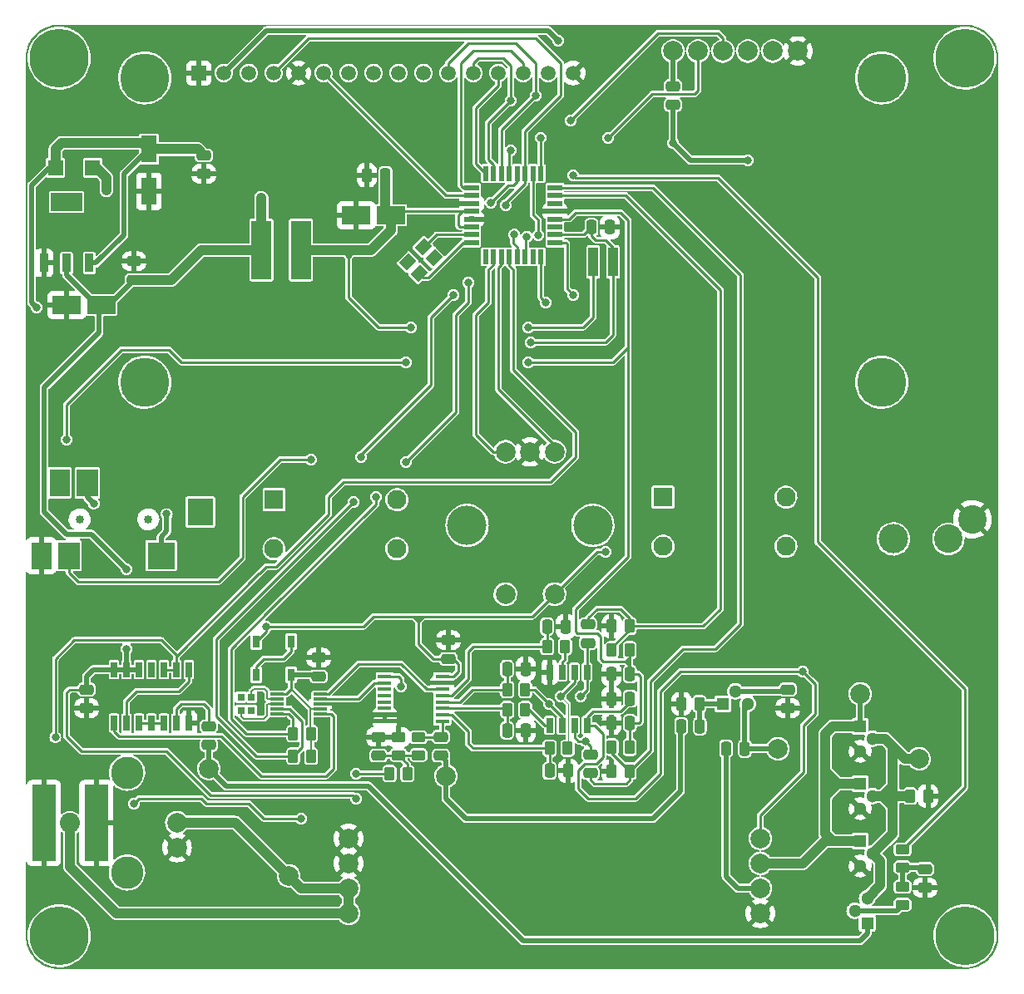
<source format=gbr>
%TF.GenerationSoftware,KiCad,Pcbnew,(6.0.0)*%
%TF.CreationDate,2022-01-14T09:31:31+02:00*%
%TF.ProjectId,uSDX_SMD,75534458-5f53-44d4-942e-6b696361645f,rev?*%
%TF.SameCoordinates,Original*%
%TF.FileFunction,Copper,L1,Top*%
%TF.FilePolarity,Positive*%
%FSLAX46Y46*%
G04 Gerber Fmt 4.6, Leading zero omitted, Abs format (unit mm)*
G04 Created by KiCad (PCBNEW (6.0.0)) date 2022-01-14 09:31:31*
%MOMM*%
%LPD*%
G01*
G04 APERTURE LIST*
G04 Aperture macros list*
%AMRoundRect*
0 Rectangle with rounded corners*
0 $1 Rounding radius*
0 $2 $3 $4 $5 $6 $7 $8 $9 X,Y pos of 4 corners*
0 Add a 4 corners polygon primitive as box body*
4,1,4,$2,$3,$4,$5,$6,$7,$8,$9,$2,$3,0*
0 Add four circle primitives for the rounded corners*
1,1,$1+$1,$2,$3*
1,1,$1+$1,$4,$5*
1,1,$1+$1,$6,$7*
1,1,$1+$1,$8,$9*
0 Add four rect primitives between the rounded corners*
20,1,$1+$1,$2,$3,$4,$5,0*
20,1,$1+$1,$4,$5,$6,$7,0*
20,1,$1+$1,$6,$7,$8,$9,0*
20,1,$1+$1,$8,$9,$2,$3,0*%
%AMRotRect*
0 Rectangle, with rotation*
0 The origin of the aperture is its center*
0 $1 length*
0 $2 width*
0 $3 Rotation angle, in degrees counterclockwise*
0 Add horizontal line*
21,1,$1,$2,0,0,$3*%
G04 Aperture macros list end*
%TA.AperFunction,SMDPad,CuDef*%
%ADD10RoundRect,0.250000X0.250000X0.475000X-0.250000X0.475000X-0.250000X-0.475000X0.250000X-0.475000X0*%
%TD*%
%TA.AperFunction,SMDPad,CuDef*%
%ADD11RoundRect,0.250000X-0.475000X0.250000X-0.475000X-0.250000X0.475000X-0.250000X0.475000X0.250000X0*%
%TD*%
%TA.AperFunction,SMDPad,CuDef*%
%ADD12RoundRect,0.250000X0.475000X-0.250000X0.475000X0.250000X-0.475000X0.250000X-0.475000X-0.250000X0*%
%TD*%
%TA.AperFunction,SMDPad,CuDef*%
%ADD13R,1.450000X0.450000*%
%TD*%
%TA.AperFunction,SMDPad,CuDef*%
%ADD14R,0.650000X1.550000*%
%TD*%
%TA.AperFunction,SMDPad,CuDef*%
%ADD15C,2.050000*%
%TD*%
%TA.AperFunction,SMDPad,CuDef*%
%ADD16R,2.440000X7.760000*%
%TD*%
%TA.AperFunction,ComponentPad*%
%ADD17C,2.000000*%
%TD*%
%TA.AperFunction,ComponentPad*%
%ADD18C,1.300000*%
%TD*%
%TA.AperFunction,ComponentPad*%
%ADD19R,1.300000X1.300000*%
%TD*%
%TA.AperFunction,SMDPad,CuDef*%
%ADD20RoundRect,0.250000X0.262500X0.450000X-0.262500X0.450000X-0.262500X-0.450000X0.262500X-0.450000X0*%
%TD*%
%TA.AperFunction,SMDPad,CuDef*%
%ADD21RoundRect,0.250000X-0.262500X-0.450000X0.262500X-0.450000X0.262500X0.450000X-0.262500X0.450000X0*%
%TD*%
%TA.AperFunction,SMDPad,CuDef*%
%ADD22RoundRect,0.250000X0.450000X-0.262500X0.450000X0.262500X-0.450000X0.262500X-0.450000X-0.262500X0*%
%TD*%
%TA.AperFunction,SMDPad,CuDef*%
%ADD23RoundRect,0.250000X-0.450000X0.262500X-0.450000X-0.262500X0.450000X-0.262500X0.450000X0.262500X0*%
%TD*%
%TA.AperFunction,SMDPad,CuDef*%
%ADD24C,2.000000*%
%TD*%
%TA.AperFunction,SMDPad,CuDef*%
%ADD25RoundRect,0.250000X-0.250000X-0.475000X0.250000X-0.475000X0.250000X0.475000X-0.250000X0.475000X0*%
%TD*%
%TA.AperFunction,SMDPad,CuDef*%
%ADD26R,0.650000X1.525000*%
%TD*%
%TA.AperFunction,SMDPad,CuDef*%
%ADD27RotRect,1.150000X1.400000X135.000000*%
%TD*%
%TA.AperFunction,SMDPad,CuDef*%
%ADD28R,1.600000X2.800000*%
%TD*%
%TA.AperFunction,SMDPad,CuDef*%
%ADD29R,2.000000X6.000000*%
%TD*%
%TA.AperFunction,SMDPad,CuDef*%
%ADD30R,1.000000X3.000000*%
%TD*%
%TA.AperFunction,SMDPad,CuDef*%
%ADD31R,2.900000X1.850000*%
%TD*%
%TA.AperFunction,SMDPad,CuDef*%
%ADD32R,2.000000X2.800000*%
%TD*%
%TA.AperFunction,SMDPad,CuDef*%
%ADD33R,2.800000X2.800000*%
%TD*%
%TA.AperFunction,SMDPad,CuDef*%
%ADD34R,2.200000X2.800000*%
%TD*%
%TA.AperFunction,SMDPad,CuDef*%
%ADD35R,2.600000X2.800000*%
%TD*%
%TA.AperFunction,ComponentPad*%
%ADD36C,0.850000*%
%TD*%
%TA.AperFunction,ComponentPad*%
%ADD37C,2.900000*%
%TD*%
%TA.AperFunction,ComponentPad*%
%ADD38C,3.000000*%
%TD*%
%TA.AperFunction,ComponentPad*%
%ADD39R,1.950000X1.950000*%
%TD*%
%TA.AperFunction,ComponentPad*%
%ADD40C,1.950000*%
%TD*%
%TA.AperFunction,ComponentPad*%
%ADD41C,6.000000*%
%TD*%
%TA.AperFunction,SMDPad,CuDef*%
%ADD42R,1.500000X0.600000*%
%TD*%
%TA.AperFunction,SMDPad,CuDef*%
%ADD43R,0.600000X1.500000*%
%TD*%
%TA.AperFunction,SMDPad,CuDef*%
%ADD44R,0.900000X1.850000*%
%TD*%
%TA.AperFunction,SMDPad,CuDef*%
%ADD45R,3.200000X1.850000*%
%TD*%
%TA.AperFunction,ComponentPad*%
%ADD46R,1.500000X1.500000*%
%TD*%
%TA.AperFunction,ComponentPad*%
%ADD47C,1.500000*%
%TD*%
%TA.AperFunction,ComponentPad*%
%ADD48C,5.000000*%
%TD*%
%TA.AperFunction,ComponentPad*%
%ADD49C,4.000000*%
%TD*%
%TA.AperFunction,SMDPad,CuDef*%
%ADD50R,0.750000X0.750000*%
%TD*%
%TA.AperFunction,SMDPad,CuDef*%
%ADD51R,0.800000X1.300000*%
%TD*%
%TA.AperFunction,SMDPad,CuDef*%
%ADD52R,1.400000X0.300000*%
%TD*%
%TA.AperFunction,SMDPad,CuDef*%
%ADD53R,1.530000X1.630000*%
%TD*%
%TA.AperFunction,ComponentPad*%
%ADD54C,3.300000*%
%TD*%
%TA.AperFunction,ViaPad*%
%ADD55C,0.800000*%
%TD*%
%TA.AperFunction,Conductor*%
%ADD56C,0.250000*%
%TD*%
%TA.AperFunction,Conductor*%
%ADD57C,0.500000*%
%TD*%
%TA.AperFunction,Conductor*%
%ADD58C,1.000000*%
%TD*%
%TA.AperFunction,Conductor*%
%ADD59C,0.200000*%
%TD*%
%TA.AperFunction,Conductor*%
%ADD60C,0.125000*%
%TD*%
G04 APERTURE END LIST*
D10*
%TO.P,C2,1*%
%TO.N,Net-(C2-Pad1)*%
X84008000Y-86868000D03*
%TO.P,C2,2*%
%TO.N,F_IN*%
X82108000Y-86868000D03*
%TD*%
%TO.P,C5,1*%
%TO.N,Net-(C5-Pad1)*%
X88580000Y-89154000D03*
%TO.P,C5,2*%
%TO.N,Net-(C5-Pad2)*%
X86680000Y-89154000D03*
%TD*%
D11*
%TO.P,C7,1*%
%TO.N,PB0*%
X92964000Y-83124000D03*
%TO.P,C7,2*%
%TO.N,GND*%
X92964000Y-85024000D03*
%TD*%
D12*
%TO.P,C8,1*%
%TO.N,Net-(C8-Pad1)*%
X51308000Y-89850000D03*
%TO.P,C8,2*%
%TO.N,GND*%
X51308000Y-87950000D03*
%TD*%
D11*
%TO.P,C10,1*%
%TO.N,Net-(C10-Pad1)*%
X57658000Y-87950000D03*
%TO.P,C10,2*%
%TO.N,F_IN*%
X57658000Y-89850000D03*
%TD*%
%TO.P,C12,1*%
%TO.N,GND*%
X58420000Y-78110000D03*
%TO.P,C12,2*%
%TO.N,+5V*%
X58420000Y-80010000D03*
%TD*%
%TO.P,C13,1*%
%TO.N,Net-(C13-Pad1)*%
X106934000Y-101412000D03*
%TO.P,C13,2*%
%TO.N,GND*%
X106934000Y-103312000D03*
%TD*%
%TO.P,C30,1*%
%TO.N,+5V*%
X21590000Y-83124000D03*
%TO.P,C30,2*%
%TO.N,GND*%
X21590000Y-85024000D03*
%TD*%
D13*
%TO.P,IC3,1,~{OE1}*%
%TO.N,+5V*%
X51939000Y-81799000D03*
%TO.P,IC3,2,S1*%
%TO.N,CLK1*%
X51939000Y-82449000D03*
%TO.P,IC3,3,1B4*%
%TO.N,unconnected-(IC3-Pad3)*%
X51939000Y-83099000D03*
%TO.P,IC3,4,1B3*%
%TO.N,unconnected-(IC3-Pad4)*%
X51939000Y-83749000D03*
%TO.P,IC3,5,1B2*%
%TO.N,unconnected-(IC3-Pad5)*%
X51939000Y-84399000D03*
%TO.P,IC3,6,1B1*%
%TO.N,unconnected-(IC3-Pad6)*%
X51939000Y-85049000D03*
%TO.P,IC3,7,1A*%
%TO.N,GND*%
X51939000Y-85699000D03*
%TO.P,IC3,8,GND*%
X51939000Y-86349000D03*
%TO.P,IC3,9,2A*%
%TO.N,Net-(C10-Pad1)*%
X57789000Y-86349000D03*
%TO.P,IC3,10,2B1*%
%TO.N,0_deg*%
X57789000Y-85699000D03*
%TO.P,IC3,11,2B2*%
%TO.N,90_deg*%
X57789000Y-85049000D03*
%TO.P,IC3,12,2B3*%
%TO.N,180_deg*%
X57789000Y-84399000D03*
%TO.P,IC3,13,2B4*%
%TO.N,270_deg*%
X57789000Y-83749000D03*
%TO.P,IC3,14,S0*%
%TO.N,CLK0*%
X57789000Y-83099000D03*
%TO.P,IC3,15,~{OE2}*%
%TO.N,GND*%
X57789000Y-82449000D03*
%TO.P,IC3,16,VCC*%
%TO.N,+5V*%
X57789000Y-81799000D03*
%TD*%
D14*
%TO.P,IC4,1,A1*%
%TO.N,CLK2*%
X24384000Y-86545000D03*
%TO.P,IC4,2,B1*%
%TO.N,Net-(IC4-Pad2)*%
X25654000Y-86545000D03*
%TO.P,IC4,3,Y1*%
%TO.N,Net-(IC4-Pad3)*%
X26924000Y-86545000D03*
%TO.P,IC4,4,A2*%
X28194000Y-86545000D03*
%TO.P,IC4,5,B2*%
X29464000Y-86545000D03*
%TO.P,IC4,6,Y2*%
%TO.N,Net-(C28-Pad2)*%
X30734000Y-86545000D03*
%TO.P,IC4,7,GND*%
%TO.N,GND*%
X32004000Y-86545000D03*
%TO.P,IC4,8,Y3*%
%TO.N,Net-(IC4-Pad2)*%
X32004000Y-81095000D03*
%TO.P,IC4,9,A3*%
%TO.N,PB0*%
X30734000Y-81095000D03*
%TO.P,IC4,10,B3*%
X29464000Y-81095000D03*
%TO.P,IC4,11,Y4*%
%TO.N,unconnected-(IC4-Pad11)*%
X28194000Y-81095000D03*
%TO.P,IC4,12,A4*%
%TO.N,+5V*%
X26924000Y-81095000D03*
%TO.P,IC4,13,B4*%
X25654000Y-81095000D03*
%TO.P,IC4,14,VCC*%
X24384000Y-81095000D03*
%TD*%
D15*
%TO.P,J2,1,1*%
%TO.N,Net-(J2-Pad1)*%
X19912000Y-96730000D03*
D16*
%TO.P,J2,2,2*%
%TO.N,GND*%
X17252000Y-96730000D03*
%TO.P,J2,3,3*%
X22572000Y-96730000D03*
%TD*%
D17*
%TO.P,P1,1*%
%TO.N,Net-(C29-Pad1)*%
X81280000Y-18084800D03*
%TD*%
%TO.P,P4,1*%
%TO.N,+5V*%
X88900000Y-18084800D03*
%TD*%
%TO.P,P5,1*%
%TO.N,unconnected-(P5-Pad1)*%
X91440000Y-18084800D03*
%TD*%
%TO.P,P6,1*%
%TO.N,GND*%
X93980000Y-18084800D03*
%TD*%
D18*
%TO.P,Q1,1,D*%
%TO.N,Net-(C5-Pad1)*%
X88900000Y-84582000D03*
%TO.P,Q1,2,G*%
%TO.N,PB0*%
X87630000Y-83312000D03*
D19*
%TO.P,Q1,3,S*%
%TO.N,Net-(C2-Pad1)*%
X86360000Y-84582000D03*
%TD*%
D18*
%TO.P,Q2,1,D*%
%TO.N,GND*%
X100330000Y-89408000D03*
%TO.P,Q2,2,G*%
%TO.N,Net-(Q2-Pad2)*%
X101600000Y-88138000D03*
D19*
%TO.P,Q2,3,S*%
%TO.N,/RF_OUT*%
X100330000Y-86868000D03*
%TD*%
D18*
%TO.P,Q3,1,D*%
%TO.N,GND*%
X100330000Y-95250000D03*
%TO.P,Q3,2,G*%
%TO.N,Net-(Q2-Pad2)*%
X101600000Y-93980000D03*
D19*
%TO.P,Q3,3,S*%
%TO.N,/RF_OUT*%
X100330000Y-92710000D03*
%TD*%
D18*
%TO.P,Q4,1,D*%
%TO.N,GND*%
X100330000Y-101092000D03*
%TO.P,Q4,2,G*%
%TO.N,Net-(Q2-Pad2)*%
X101600000Y-99822000D03*
D19*
%TO.P,Q4,3,S*%
%TO.N,/RF_OUT*%
X100330000Y-98552000D03*
%TD*%
D18*
%TO.P,Q5,1,D*%
%TO.N,Net-(Q2-Pad2)*%
X101050000Y-104394000D03*
%TO.P,Q5,2,G*%
%TO.N,Net-(Q5-Pad2)*%
X99780000Y-105664000D03*
D19*
%TO.P,Q5,3,S*%
%TO.N,CTRL_OUT*%
X101050000Y-106934000D03*
%TD*%
D20*
%TO.P,R3,1*%
%TO.N,Net-(C2-Pad1)*%
X83970500Y-84582000D03*
%TO.P,R3,2*%
%TO.N,GND*%
X82145500Y-84582000D03*
%TD*%
D21*
%TO.P,R4,1*%
%TO.N,+5V*%
X52427500Y-91694000D03*
%TO.P,R4,2*%
%TO.N,Net-(C8-Pad1)*%
X54252500Y-91694000D03*
%TD*%
D22*
%TO.P,R5,1*%
%TO.N,Net-(C8-Pad1)*%
X53340000Y-89812500D03*
%TO.P,R5,2*%
%TO.N,GND*%
X53340000Y-87987500D03*
%TD*%
%TO.P,R6,1*%
%TO.N,Net-(C8-Pad1)*%
X55372000Y-89812500D03*
%TO.P,R6,2*%
%TO.N,Net-(C10-Pad1)*%
X55372000Y-87987500D03*
%TD*%
D20*
%TO.P,R8,1*%
%TO.N,GND*%
X107235000Y-93980000D03*
%TO.P,R8,2*%
%TO.N,Net-(Q2-Pad2)*%
X105410000Y-93980000D03*
%TD*%
D23*
%TO.P,R9,1*%
%TO.N,Net-(C13-Pad1)*%
X104648000Y-103227500D03*
%TO.P,R9,2*%
%TO.N,Net-(Q5-Pad2)*%
X104648000Y-105052500D03*
%TD*%
%TO.P,R10,1*%
%TO.N,TX_CTRL_1*%
X104648000Y-99417500D03*
%TO.P,R10,2*%
%TO.N,Net-(C13-Pad1)*%
X104648000Y-101242500D03*
%TD*%
D24*
%TO.P,TP1,1*%
%TO.N,Net-(J2-Pad1)*%
X42164000Y-102108000D03*
%TD*%
%TO.P,TP2,1*%
%TO.N,F_IN*%
X58171781Y-91937784D03*
%TD*%
%TO.P,TP4,1*%
%TO.N,/RF_OUT*%
X100330000Y-83566000D03*
%TD*%
%TO.P,TP5,1*%
%TO.N,Net-(Q2-Pad2)*%
X106322500Y-90170000D03*
%TD*%
%TO.P,TP6,1*%
%TO.N,CTRL_OUT*%
X34036000Y-91186000D03*
%TD*%
D17*
%TO.P,U1,1,+12V*%
%TO.N,+12V*%
X90170000Y-98298000D03*
%TO.P,U1,2,TX*%
%TO.N,/RF_OUT*%
X90170000Y-100838000D03*
%TO.P,U1,3,RX*%
%TO.N,Net-(C5-Pad2)*%
X90170000Y-103378000D03*
%TO.P,U1,4,GND*%
%TO.N,GND*%
X90170000Y-105918000D03*
%TO.P,U1,5,GND*%
X48260000Y-98298000D03*
%TO.P,U1,6,GND*%
X48260000Y-100838000D03*
%TO.P,U1,7,ANT2*%
%TO.N,Net-(J2-Pad1)*%
X48260000Y-103378000D03*
%TO.P,U1,8,ANT1*%
X48260000Y-105918000D03*
%TD*%
D24*
%TO.P,TP3,1*%
%TO.N,Net-(C5-Pad1)*%
X91948000Y-89154000D03*
%TD*%
D17*
%TO.P,P2,1*%
%TO.N,DB5*%
X83820000Y-18084800D03*
%TD*%
%TO.P,P3,1*%
%TO.N,DB4*%
X86360000Y-18084800D03*
%TD*%
D11*
%TO.P,C29,1*%
%TO.N,Net-(C29-Pad1)*%
X81280000Y-21656000D03*
%TO.P,C29,2*%
%TO.N,RESET*%
X81280000Y-23556000D03*
%TD*%
D25*
%TO.P,C34,1*%
%TO.N,GND*%
X74996000Y-86541332D03*
%TO.P,C34,2*%
%TO.N,AREF*%
X76896000Y-86541332D03*
%TD*%
D26*
%TO.P,U3,1*%
%TO.N,Net-(C23-Pad2)*%
X72517000Y-81362000D03*
%TO.P,U3,2,-*%
%TO.N,Net-(C23-Pad1)*%
X71247000Y-81362000D03*
%TO.P,U3,3,+*%
%TO.N,Net-(R17-Pad1)*%
X69977000Y-81362000D03*
%TO.P,U3,4,V-*%
%TO.N,GND*%
X68707000Y-81362000D03*
%TO.P,U3,5,+*%
%TO.N,Net-(R15-Pad1)*%
X68707000Y-86786000D03*
%TO.P,U3,6,-*%
%TO.N,Net-(C22-Pad1)*%
X69977000Y-86786000D03*
%TO.P,U3,7*%
%TO.N,Net-(C22-Pad2)*%
X71247000Y-86786000D03*
%TO.P,U3,8,V+*%
%TO.N,+12V*%
X72517000Y-86786000D03*
%TD*%
D21*
%TO.P,R24,1*%
%TO.N,GND*%
X75053500Y-76678000D03*
%TO.P,R24,2*%
%TO.N,Q*%
X76878500Y-76678000D03*
%TD*%
%TO.P,R23,1*%
%TO.N,Q*%
X75053500Y-79106333D03*
%TO.P,R23,2*%
%TO.N,AREF*%
X76878500Y-79106333D03*
%TD*%
%TO.P,R21,1*%
%TO.N,I*%
X75053500Y-88999665D03*
%TO.P,R21,2*%
%TO.N,AREF*%
X76878500Y-88999665D03*
%TD*%
%TO.P,R22,1*%
%TO.N,GND*%
X75053500Y-91428000D03*
%TO.P,R22,2*%
%TO.N,I*%
X76878500Y-91428000D03*
%TD*%
D25*
%TO.P,C21,1*%
%TO.N,GND*%
X74996000Y-84052999D03*
%TO.P,C21,2*%
%TO.N,+12V*%
X76896000Y-84052999D03*
%TD*%
D10*
%TO.P,C20,1*%
%TO.N,GND*%
X70358000Y-76708000D03*
%TO.P,C20,2*%
%TO.N,270_deg*%
X68458000Y-76708000D03*
%TD*%
%TO.P,C17,1*%
%TO.N,GND*%
X66294000Y-81026000D03*
%TO.P,C17,2*%
%TO.N,180_deg*%
X64394000Y-81026000D03*
%TD*%
%TO.P,C18,1*%
%TO.N,GND*%
X70612000Y-91398000D03*
%TO.P,C18,2*%
%TO.N,0_deg*%
X68712000Y-91398000D03*
%TD*%
%TO.P,C19,1*%
%TO.N,GND*%
X66294000Y-87294855D03*
%TO.P,C19,2*%
%TO.N,90_deg*%
X64394000Y-87294855D03*
%TD*%
D20*
%TO.P,R14,1*%
%TO.N,Net-(C22-Pad1)*%
X66236500Y-83125618D03*
%TO.P,R14,2*%
%TO.N,180_deg*%
X64411500Y-83125618D03*
%TD*%
%TO.P,R17,1*%
%TO.N,Net-(R17-Pad1)*%
X70300500Y-78740000D03*
%TO.P,R17,2*%
%TO.N,270_deg*%
X68475500Y-78740000D03*
%TD*%
%TO.P,R16,1*%
%TO.N,Net-(C23-Pad1)*%
X70554500Y-89113426D03*
%TO.P,R16,2*%
%TO.N,0_deg*%
X68729500Y-89113426D03*
%TD*%
%TO.P,R15,1*%
%TO.N,Net-(R15-Pad1)*%
X66236500Y-85195236D03*
%TO.P,R15,2*%
%TO.N,90_deg*%
X64411500Y-85195236D03*
%TD*%
D25*
%TO.P,C27,1*%
%TO.N,GND*%
X74996000Y-81564666D03*
%TO.P,C27,2*%
%TO.N,AREF*%
X76896000Y-81564666D03*
%TD*%
D12*
%TO.P,C25,1*%
%TO.N,Net-(C23-Pad2)*%
X72644000Y-78378000D03*
%TO.P,C25,2*%
%TO.N,Q*%
X72644000Y-76478000D03*
%TD*%
D11*
%TO.P,C24,1*%
%TO.N,Net-(C22-Pad2)*%
X72898000Y-89728000D03*
%TO.P,C24,2*%
%TO.N,I*%
X72898000Y-91628000D03*
%TD*%
D27*
%TO.P,Y2,1,1*%
%TO.N,Net-(IC5-Pad8)*%
X55413868Y-40713503D03*
%TO.P,Y2,2,2*%
%TO.N,unconnected-(Y2-Pad2)*%
X56969503Y-39157868D03*
%TO.P,Y2,3,3*%
%TO.N,Net-(IC5-Pad7)*%
X55838132Y-38026497D03*
%TO.P,Y2,4,4*%
%TO.N,unconnected-(Y2-Pad4)*%
X54282497Y-39582132D03*
%TD*%
D28*
%TO.P,C1,1*%
%TO.N,+12V*%
X27940000Y-28076000D03*
%TO.P,C1,2*%
%TO.N,GND*%
X27940000Y-32376000D03*
%TD*%
D29*
%TO.P,L2,1*%
%TO.N,+5V*%
X39402000Y-38354000D03*
%TO.P,L2,2*%
%TO.N,uC_VCC*%
X43402000Y-38354000D03*
%TD*%
D30*
%TO.P,L1,1*%
%TO.N,AVCC*%
X75168000Y-39590000D03*
%TO.P,L1,2*%
%TO.N,uC_VCC*%
X73168000Y-39590000D03*
%TD*%
D31*
%TO.P,C9,1*%
%TO.N,+5V*%
X23086000Y-43942000D03*
%TO.P,C9,2*%
%TO.N,GND*%
X19586000Y-43942000D03*
%TD*%
D12*
%TO.P,C6,1*%
%TO.N,+5V*%
X26416000Y-41402000D03*
%TO.P,C6,2*%
%TO.N,GND*%
X26416000Y-39502000D03*
%TD*%
D31*
%TO.P,C33,1*%
%TO.N,uC_VCC*%
X52550000Y-34798000D03*
%TO.P,C33,2*%
%TO.N,GND*%
X49050000Y-34798000D03*
%TD*%
D25*
%TO.P,C31,1*%
%TO.N,AVCC*%
X72964000Y-36034000D03*
%TO.P,C31,2*%
%TO.N,GND*%
X74864000Y-36034000D03*
%TD*%
D11*
%TO.P,C3,1*%
%TO.N,+12V*%
X33528000Y-28702000D03*
%TO.P,C3,2*%
%TO.N,GND*%
X33528000Y-30602000D03*
%TD*%
D32*
%TO.P,J4,1,1*%
%TO.N,GND*%
X16980000Y-69490000D03*
D33*
%TO.P,J4,2,2*%
%TO.N,Net-(C14-Pad2)*%
X29180000Y-69490000D03*
D34*
%TO.P,J4,3,3*%
%TO.N,PB4*%
X21680000Y-62090000D03*
%TO.P,J4,4,4*%
%TO.N,PB5*%
X19780000Y-69490000D03*
D35*
%TO.P,J4,5,5*%
%TO.N,unconnected-(J4-Pad5)*%
X33180000Y-65040000D03*
D32*
%TO.P,J4,6,6*%
%TO.N,unconnected-(J4-Pad6)*%
X18880000Y-62090000D03*
D36*
%TO.P,J4,MH1*%
%TO.N,N/C*%
X20880000Y-65790000D03*
%TO.P,J4,MH2*%
X27880000Y-65790000D03*
%TD*%
D37*
%TO.P,J3,1,1*%
%TO.N,GND*%
X111760000Y-65782000D03*
%TO.P,J3,2,2*%
%TO.N,Net-(C11-Pad2)*%
X109310000Y-67782000D03*
D38*
%TO.P,J3,4,4*%
X103710000Y-67782000D03*
%TD*%
D39*
%TO.P,S2,1,1*%
%TO.N,Net-(R26-Pad2)*%
X80264998Y-63536000D03*
D40*
%TO.P,S2,2*%
%TO.N,N/C*%
X92764998Y-63536000D03*
%TO.P,S2,3,3*%
%TO.N,BUT_STATE*%
X80264998Y-68536000D03*
%TO.P,S2,4*%
%TO.N,N/C*%
X92764998Y-68536000D03*
%TD*%
D39*
%TO.P,S1,1,1*%
%TO.N,Net-(R25-Pad2)*%
X40675000Y-63790000D03*
D40*
%TO.P,S1,2*%
%TO.N,N/C*%
X53175000Y-63790000D03*
%TO.P,S1,3*%
X40675000Y-68790000D03*
%TO.P,S1,4,4*%
%TO.N,BUT_STATE*%
X53175000Y-68790000D03*
%TD*%
D41*
%TO.P, ,1*%
%TO.N,N/C*%
X18796000Y-18796000D03*
%TD*%
%TO.P, ,1*%
%TO.N,N/C*%
X18796000Y-108204000D03*
%TD*%
%TO.P, ,1*%
%TO.N,N/C*%
X110998000Y-18796000D03*
%TD*%
D42*
%TO.P,IC5,1,PD3_(PCINT19/OC2B/INT1)*%
%TO.N,DB7*%
X60770000Y-31998000D03*
%TO.P,IC5,2,PD4_(PCINT20/XCK/T0)*%
%TO.N,E*%
X60770000Y-32798000D03*
%TO.P,IC5,3,GND_1*%
%TO.N,GND*%
X60770000Y-33598000D03*
%TO.P,IC5,4,VCC_1*%
%TO.N,uC_VCC*%
X60770000Y-34398000D03*
%TO.P,IC5,5,GND_2*%
%TO.N,GND*%
X60770000Y-35198000D03*
%TO.P,IC5,6,VCC_2*%
%TO.N,uC_VCC*%
X60770000Y-35998000D03*
%TO.P,IC5,7,PB6_(PCINT6/XTAL1/TOSC1)*%
%TO.N,Net-(IC5-Pad7)*%
X60770000Y-36798000D03*
%TO.P,IC5,8,PB7_(PCINT7/XTAL2/TOSC2)*%
%TO.N,Net-(IC5-Pad8)*%
X60770000Y-37598000D03*
D43*
%TO.P,IC5,9,PD5_(PCINT21/OC0B/T1)*%
%TO.N,unconnected-(IC5-Pad9)*%
X62220000Y-39048000D03*
%TO.P,IC5,10,PD6_(PCINT22/OC0A/AIN0)*%
%TO.N,PD6*%
X63020000Y-39048000D03*
%TO.P,IC5,11,PD7_(PCINT23/AIN1)*%
%TO.N,PD7*%
X63820000Y-39048000D03*
%TO.P,IC5,12,PB0_(PCINT0/CLKO/ICP1)*%
%TO.N,PB0*%
X64620000Y-39048000D03*
%TO.P,IC5,13,PB1_(PCINT1/OC1A)*%
%TO.N,HP_OUT*%
X65420000Y-39048000D03*
%TO.P,IC5,14,PB2_(PCINT2/8SS/OC1B)*%
%TO.N,TX_CTRL_1*%
X66220000Y-39048000D03*
%TO.P,IC5,15,PB3_(PCINT3/OC2A/MOSI)*%
%TO.N,unconnected-(IC5-Pad15)*%
X67020000Y-39048000D03*
%TO.P,IC5,16,PB4_(PCINT4/MISO)*%
%TO.N,PB4*%
X67820000Y-39048000D03*
D42*
%TO.P,IC5,17,PB5_(SCK/PCINT5)*%
%TO.N,PB5*%
X69270000Y-37598000D03*
%TO.P,IC5,18,AVCC*%
%TO.N,AVCC*%
X69270000Y-36798000D03*
%TO.P,IC5,19,ADC6*%
%TO.N,unconnected-(IC5-Pad19)*%
X69270000Y-35998000D03*
%TO.P,IC5,20,AREF*%
%TO.N,AREF*%
X69270000Y-35198000D03*
%TO.P,IC5,21,GND_3*%
%TO.N,GND*%
X69270000Y-34398000D03*
%TO.P,IC5,22,ADC7*%
%TO.N,unconnected-(IC5-Pad22)*%
X69270000Y-33598000D03*
%TO.P,IC5,23,PC0_(ADC0/PCINT8)*%
%TO.N,Q*%
X69270000Y-32798000D03*
%TO.P,IC5,24,PC1_(ADC1/PCINT9)*%
%TO.N,I*%
X69270000Y-31998000D03*
D43*
%TO.P,IC5,25,PC2_(ADC2/PCINT10)*%
%TO.N,PC2*%
X67820000Y-30548000D03*
%TO.P,IC5,26,PC3_(ADC3/PCINT11)*%
%TO.N,BUT_STATE*%
X67020000Y-30548000D03*
%TO.P,IC5,27,PC4_(ADC4/SDA/PCINT12)*%
%TO.N,RS*%
X66220000Y-30548000D03*
%TO.P,IC5,28,PC5_(ADC5/SCL/PCINT13)*%
%TO.N,SCL*%
X65420000Y-30548000D03*
%TO.P,IC5,29,PC6_(~{RESET}/PCINT14)*%
%TO.N,RESET*%
X64620000Y-30548000D03*
%TO.P,IC5,30,PD0_(RXD/PCINT16)*%
%TO.N,DB4*%
X63820000Y-30548000D03*
%TO.P,IC5,31,PD1_(TXD/PCINT17)*%
%TO.N,DB5*%
X63020000Y-30548000D03*
%TO.P,IC5,32,PD2_(INT0/PCINT18)*%
%TO.N,DB6*%
X62220000Y-30548000D03*
%TD*%
D44*
%TO.P,IC2,1,GND*%
%TO.N,GND*%
X17258000Y-39676000D03*
%TO.P,IC2,2,OUT*%
%TO.N,+5V*%
X19558000Y-39676000D03*
%TO.P,IC2,3,IN*%
%TO.N,+12V*%
X21858000Y-39676000D03*
D45*
%TO.P,IC2,4*%
%TO.N,N/C*%
X19558000Y-33476000D03*
%TD*%
D46*
%TO.P,U2,1,VSS*%
%TO.N,GND*%
X33020000Y-20320000D03*
D47*
%TO.P,U2,2,VDD*%
%TO.N,+5V*%
X35560000Y-20320000D03*
%TO.P,U2,3,VO*%
%TO.N,Net-(RV1-Pad2)*%
X38100000Y-20320000D03*
%TO.P,U2,4,RS*%
%TO.N,RS*%
X40640000Y-20320000D03*
%TO.P,U2,5,R/~{W}*%
%TO.N,GND*%
X43180000Y-20320000D03*
%TO.P,U2,6,E*%
%TO.N,E*%
X45720000Y-20320000D03*
%TO.P,U2,7,DB0*%
%TO.N,unconnected-(U2-Pad7)*%
X48260000Y-20320000D03*
%TO.P,U2,8,DB1*%
%TO.N,unconnected-(U2-Pad8)*%
X50800000Y-20320000D03*
%TO.P,U2,9,DB2*%
%TO.N,unconnected-(U2-Pad9)*%
X53340000Y-20320000D03*
%TO.P,U2,10,DB3*%
%TO.N,unconnected-(U2-Pad10)*%
X55880000Y-20320000D03*
%TO.P,U2,11,DB4*%
%TO.N,DB4*%
X58420000Y-20320000D03*
%TO.P,U2,12,DB5*%
%TO.N,DB5*%
X60960000Y-20320000D03*
%TO.P,U2,13,DB6*%
%TO.N,DB6*%
X63500000Y-20320000D03*
%TO.P,U2,14,DB7*%
%TO.N,DB7*%
X66040000Y-20320000D03*
%TO.P,U2,15,A/VEE*%
%TO.N,+5V*%
X68580000Y-20320000D03*
%TO.P,U2,16,K*%
%TO.N,GND*%
X71120000Y-20320000D03*
D48*
%TO.P,U2,MH1*%
%TO.N,N/C*%
X27520000Y-20820000D03*
%TO.P,U2,MH2*%
X102520000Y-20820000D03*
%TO.P,U2,MH3*%
X102520000Y-51820000D03*
%TO.P,U2,MH4*%
X27520000Y-51820000D03*
%TD*%
D49*
%TO.P,SW1,*%
%TO.N,*%
X73119999Y-66413000D03*
X60319999Y-66413000D03*
D17*
%TO.P,SW1,A,A*%
%TO.N,PD7*%
X69219999Y-58913000D03*
%TO.P,SW1,B,B*%
%TO.N,PD6*%
X64219999Y-58913000D03*
%TO.P,SW1,C,C*%
%TO.N,GND*%
X66719999Y-58913000D03*
%TO.P,SW1,S1,S1*%
%TO.N,+5V*%
X69219999Y-73413000D03*
%TO.P,SW1,S2,S2*%
%TO.N,BUT_STATE*%
X64219999Y-73413000D03*
%TD*%
D20*
%TO.P,R2,1*%
%TO.N,Net-(C4-Pad1)*%
X44450000Y-89916000D03*
%TO.P,R2,2*%
%TO.N,SCL*%
X42625000Y-89916000D03*
%TD*%
%TO.P,R1,1*%
%TO.N,Net-(C4-Pad1)*%
X44450000Y-87630000D03*
%TO.P,R1,2*%
%TO.N,RS*%
X42625000Y-87630000D03*
%TD*%
D50*
%TO.P,Y1,1,1*%
%TO.N,Net-(IC1-Pad3)*%
X37321000Y-85257000D03*
%TO.P,Y1,2*%
%TO.N,N/C*%
X37321000Y-83907000D03*
%TO.P,Y1,3,3*%
%TO.N,Net-(IC1-Pad2)*%
X38371000Y-83907000D03*
%TO.P,Y1,4*%
%TO.N,N/C*%
X38371000Y-85257000D03*
%TD*%
D12*
%TO.P,C4,1*%
%TO.N,Net-(C4-Pad1)*%
X45212000Y-81788000D03*
%TO.P,C4,2*%
%TO.N,GND*%
X45212000Y-79888000D03*
%TD*%
D51*
%TO.P,D2,1*%
%TO.N,Net-(D2-Pad1)*%
X38862000Y-81632000D03*
%TO.P,D2,2*%
%TO.N,+5V*%
X38862000Y-78232000D03*
%TD*%
D52*
%TO.P,IC1,1,VDD*%
%TO.N,Net-(C4-Pad1)*%
X40980000Y-83582000D03*
%TO.P,IC1,2,XA*%
%TO.N,Net-(IC1-Pad2)*%
X40980000Y-84082000D03*
%TO.P,IC1,3,XB*%
%TO.N,Net-(IC1-Pad3)*%
X40980000Y-84582000D03*
%TO.P,IC1,4,SCL*%
%TO.N,SCL*%
X40980000Y-85082000D03*
%TO.P,IC1,5,SDA*%
%TO.N,RS*%
X40980000Y-85582000D03*
%TO.P,IC1,6,CLK2*%
%TO.N,CLK2*%
X45380000Y-85582000D03*
%TO.P,IC1,7,VDDO*%
%TO.N,Net-(C4-Pad1)*%
X45380000Y-85082000D03*
%TO.P,IC1,8,GND*%
%TO.N,GND*%
X45380000Y-84582000D03*
%TO.P,IC1,9,CLK1*%
%TO.N,CLK1*%
X45380000Y-84082000D03*
%TO.P,IC1,10,CLK0*%
%TO.N,CLK0*%
X45380000Y-83582000D03*
%TD*%
D51*
%TO.P,D3,1*%
%TO.N,Net-(C4-Pad1)*%
X42418000Y-81632000D03*
%TO.P,D3,2*%
%TO.N,Net-(D2-Pad1)*%
X42418000Y-78232000D03*
%TD*%
D53*
%TO.P,D1,1*%
%TO.N,+12V*%
X18420000Y-29972000D03*
%TO.P,D1,2*%
%TO.N,Net-(D1-Pad2)*%
X22220000Y-29972000D03*
%TD*%
D12*
%TO.P,C28,1*%
%TO.N,CTRL_OUT*%
X34036000Y-88768000D03*
%TO.P,C28,2*%
%TO.N,Net-(C28-Pad2)*%
X34036000Y-86868000D03*
%TD*%
D10*
%TO.P,C32,1*%
%TO.N,uC_VCC*%
X52004000Y-30734000D03*
%TO.P,C32,2*%
%TO.N,GND*%
X50104000Y-30734000D03*
%TD*%
D41*
%TO.P, ,1*%
%TO.N,N/C*%
X110998000Y-108204000D03*
%TD*%
D17*
%TO.P,J5,1,In*%
%TO.N,Net-(J2-Pad1)*%
X30792000Y-96679000D03*
%TO.P,J5,2,Ext*%
%TO.N,GND*%
X30792000Y-99219000D03*
D54*
%TO.P,J5,3,3*%
%TO.N,unconnected-(J5-Pad3)*%
X25712000Y-91599000D03*
%TO.P,J5,4,4*%
%TO.N,unconnected-(J5-Pad4)*%
X25712000Y-101759000D03*
%TD*%
D55*
%TO.N,+12V*%
X94488000Y-81280000D03*
X16510000Y-44196000D03*
%TO.N,GND*%
X97282000Y-99822000D03*
X50292000Y-66802000D03*
X50420984Y-85963741D03*
X43434000Y-57404000D03*
X24638000Y-104140000D03*
X36576000Y-107188000D03*
X70612000Y-45466000D03*
X37846000Y-107188000D03*
X22860000Y-65786000D03*
X85598000Y-92710000D03*
X49276000Y-57404000D03*
X54356000Y-61214000D03*
X65024000Y-97282000D03*
X60452000Y-94996000D03*
X47498000Y-85090000D03*
X47752000Y-86360000D03*
X79248000Y-23876000D03*
X69088000Y-48768000D03*
X37338000Y-82042000D03*
X66548000Y-77724000D03*
X73152000Y-93472000D03*
X62992000Y-82296000D03*
X80890207Y-86654612D03*
X52578000Y-79502000D03*
X64008000Y-55372000D03*
X111252000Y-58166000D03*
X79502000Y-43942000D03*
X54864000Y-83312000D03*
X68834000Y-39878000D03*
X44958000Y-51054000D03*
X20354541Y-94557710D03*
X68834000Y-97282000D03*
X71628000Y-40132000D03*
X65024000Y-101092000D03*
X81280000Y-29210000D03*
X58166000Y-45212000D03*
X28956000Y-96266000D03*
X44196000Y-107188000D03*
X32512000Y-69596000D03*
X78994000Y-21336000D03*
X89408000Y-80010000D03*
X95250000Y-103886000D03*
X35560000Y-85090000D03*
X95504000Y-95504000D03*
X81026000Y-90932000D03*
X78740000Y-74930000D03*
X77978000Y-87884000D03*
X60198000Y-46990000D03*
X37846000Y-96012000D03*
X71882000Y-95250000D03*
X37846000Y-76200000D03*
X41656000Y-103632000D03*
X33274000Y-85598000D03*
X32512000Y-83566000D03*
X19442794Y-94984486D03*
X98044000Y-76200000D03*
X90622355Y-90251294D03*
X62484000Y-46990000D03*
X74168000Y-42164000D03*
X39624000Y-104648000D03*
X85090000Y-39370000D03*
X98044000Y-95250000D03*
X52324000Y-100584000D03*
X82804000Y-80264000D03*
X67310000Y-23876000D03*
X44958000Y-53340000D03*
X56642000Y-91186000D03*
X41656000Y-99822000D03*
X27940000Y-79248000D03*
X45720000Y-87122000D03*
X29464000Y-104648000D03*
X83058000Y-88392000D03*
X73152000Y-95250000D03*
X64516000Y-35052000D03*
X95504000Y-93472000D03*
X76454000Y-71882000D03*
X20320000Y-30734000D03*
X64611740Y-51218890D03*
X17272000Y-88646000D03*
X29718000Y-95250000D03*
X75053500Y-91428000D03*
X65310100Y-52916292D03*
X45466000Y-72136000D03*
X36646160Y-74983533D03*
X64262000Y-46990000D03*
X41402000Y-40894000D03*
X60706000Y-107442000D03*
X47244000Y-42164000D03*
X92202000Y-87376000D03*
X74422000Y-45974000D03*
X62992000Y-80010000D03*
X99314000Y-93980000D03*
X43942000Y-101092000D03*
X87630000Y-97790000D03*
X62484000Y-50800000D03*
X72817303Y-74579599D03*
X85469466Y-89082839D03*
X83058000Y-49784000D03*
X40132000Y-101854000D03*
X40761771Y-88826033D03*
X40640000Y-98806000D03*
X49779150Y-81788000D03*
X89662000Y-86106000D03*
X55626000Y-85852000D03*
X41402000Y-39624000D03*
X38122169Y-73511303D03*
X59436000Y-88138000D03*
X54610000Y-27686000D03*
X20320000Y-29718000D03*
X100330000Y-65532000D03*
X93726000Y-88900000D03*
X71374000Y-73406000D03*
X42164000Y-71882000D03*
X35560000Y-57150000D03*
X59436000Y-93980000D03*
X41402000Y-38354000D03*
X26924000Y-104648000D03*
X52832000Y-105664000D03*
X22352000Y-33274000D03*
X34036000Y-107188000D03*
X83312000Y-23622000D03*
X100584000Y-68580000D03*
X26162000Y-88646000D03*
X36830000Y-72136000D03*
X83058000Y-93472000D03*
X61214000Y-84074000D03*
X74422000Y-95250000D03*
X47752000Y-80518000D03*
X49530000Y-104394000D03*
X61976000Y-87884000D03*
X71374000Y-69088000D03*
X17780000Y-67056000D03*
X47752000Y-88138000D03*
X83058000Y-92202000D03*
X87122000Y-72136000D03*
X87541517Y-107683232D03*
X75438000Y-102870000D03*
X96520000Y-100584000D03*
X91694000Y-44958000D03*
X108966000Y-87376000D03*
X75184000Y-73914000D03*
X76962000Y-95250000D03*
X33782000Y-55372000D03*
X60452000Y-25654000D03*
X60198000Y-78232000D03*
X18034000Y-31750000D03*
X56642000Y-29464000D03*
X42164000Y-104648000D03*
X50038000Y-105410000D03*
X67564000Y-48768000D03*
X64262000Y-89916000D03*
X41402000Y-35814000D03*
X23114000Y-102616000D03*
X92710000Y-102108000D03*
X78994000Y-33274000D03*
X76454000Y-97282000D03*
X36322000Y-98044000D03*
X104902000Y-57658000D03*
X43688000Y-83058000D03*
X92202000Y-80264000D03*
X36068000Y-91440000D03*
X82550000Y-20320000D03*
X50038000Y-55118000D03*
X80010000Y-78232000D03*
X78232000Y-91694000D03*
X64008000Y-77724000D03*
X71628000Y-38608000D03*
X22098000Y-75946000D03*
X33782000Y-81534000D03*
X41697767Y-91207246D03*
X62992000Y-95250000D03*
X68580000Y-28956000D03*
X24130000Y-56388000D03*
X61214000Y-97282000D03*
X81280000Y-95504000D03*
X72688307Y-46936751D03*
X68578812Y-52130637D03*
X109728000Y-83566000D03*
X35560000Y-82296000D03*
X65786000Y-46990000D03*
X87122000Y-49530000D03*
X39116000Y-107188000D03*
X83058000Y-90932000D03*
X70358000Y-18034000D03*
X33782000Y-48768000D03*
X68072000Y-95250000D03*
X70612000Y-95250000D03*
X39624000Y-97790000D03*
X75184000Y-97282000D03*
X109474000Y-32512000D03*
X70767817Y-48702049D03*
X18796000Y-101854000D03*
X45466000Y-107188000D03*
X85598000Y-97028000D03*
X78232000Y-95250000D03*
X43434000Y-104648000D03*
X17780000Y-36830000D03*
X77724000Y-64262000D03*
X33274000Y-73152000D03*
X56388000Y-32258000D03*
X32258000Y-88646000D03*
X37084000Y-104648000D03*
X18034000Y-78232000D03*
X66832912Y-53537056D03*
X18288000Y-37846000D03*
X56642000Y-92456000D03*
X42926000Y-100330000D03*
X85598000Y-101600000D03*
X64262000Y-40894000D03*
X80518000Y-93472000D03*
X28194000Y-104648000D03*
X44450000Y-104648000D03*
X39370000Y-74676000D03*
X37846000Y-91694000D03*
X74422000Y-44196000D03*
X66040000Y-22352000D03*
X96774000Y-85852000D03*
X72390000Y-44704000D03*
X57912000Y-48768000D03*
X42926000Y-107188000D03*
X45212000Y-102108000D03*
X26670000Y-73152000D03*
X29972000Y-84328000D03*
X98044000Y-90170000D03*
X89662000Y-87122000D03*
X21590000Y-50292000D03*
X84074000Y-77724000D03*
X75946000Y-65278000D03*
X105918000Y-72898000D03*
X87122000Y-60960000D03*
X92202000Y-52070000D03*
X85708322Y-107731729D03*
X85090000Y-20320000D03*
X49784000Y-62992000D03*
X21336000Y-87376000D03*
X48514000Y-83058000D03*
X69088000Y-45466000D03*
X97028000Y-83058000D03*
X31496000Y-107188000D03*
X29210000Y-56642000D03*
X28956000Y-97282000D03*
X93472000Y-106426000D03*
X67056000Y-41910000D03*
X35814000Y-104648000D03*
X87630000Y-100330000D03*
X87630000Y-92202000D03*
X112522000Y-86106000D03*
X50038000Y-106426000D03*
X49022000Y-85090000D03*
X87122000Y-57150000D03*
X66294000Y-97282000D03*
X98044000Y-96266000D03*
X30480000Y-88646000D03*
X43180000Y-84836000D03*
X85598000Y-93980000D03*
X109474000Y-52070000D03*
X81026000Y-89408000D03*
X28448000Y-88646000D03*
X93218000Y-103886000D03*
X62484000Y-97282000D03*
X74930000Y-93472000D03*
X40386000Y-107188000D03*
X62738000Y-89916000D03*
X39878000Y-48768000D03*
X96012000Y-86614000D03*
X49276000Y-42926000D03*
X90170000Y-88138000D03*
X23876000Y-103378000D03*
X82296000Y-94488000D03*
X46736000Y-81534000D03*
X62738000Y-77724000D03*
X46228000Y-24130000D03*
X58166000Y-37846000D03*
X64262000Y-95250000D03*
X33782000Y-79502000D03*
X53848000Y-79502000D03*
X88721766Y-90816000D03*
X91694000Y-99568000D03*
X30988000Y-94996000D03*
X50038000Y-79502000D03*
X45466000Y-68580000D03*
X76708000Y-93472000D03*
X72644000Y-97282000D03*
X38100000Y-99822000D03*
X55880000Y-81534000D03*
X87122000Y-45466000D03*
X58420000Y-99314000D03*
X67056000Y-28956000D03*
X85598000Y-98552000D03*
X61722000Y-95250000D03*
X101600000Y-78994000D03*
X91948000Y-104394000D03*
X53848000Y-57404000D03*
X76200000Y-22606000D03*
X98298000Y-72898000D03*
X87630000Y-87884000D03*
X75692000Y-95250000D03*
X76032139Y-87842167D03*
X47498000Y-63500000D03*
X82296000Y-72898000D03*
X69342000Y-41148000D03*
X46736000Y-107188000D03*
X88646000Y-102362000D03*
X85598000Y-90170000D03*
X35052000Y-98044000D03*
X95504000Y-91440000D03*
X83566000Y-98298000D03*
X87628812Y-109661918D03*
X89576238Y-90205412D03*
X87630000Y-101600000D03*
X72644000Y-71628000D03*
X109728000Y-76454000D03*
X77978000Y-69088000D03*
X49784000Y-60960000D03*
X97790000Y-22606000D03*
X84836000Y-34036000D03*
X73660000Y-86106000D03*
X33782000Y-98044000D03*
X106680000Y-109728000D03*
X61468000Y-82296000D03*
X77724000Y-29210000D03*
X73914000Y-97282000D03*
X46990000Y-45974000D03*
X56642000Y-23876000D03*
X87630000Y-96266000D03*
X62738000Y-23622000D03*
X93218000Y-87884000D03*
X33528000Y-74930000D03*
X27686000Y-76200000D03*
X43942000Y-102108000D03*
X74676000Y-29210000D03*
X40640000Y-103124000D03*
X26416000Y-107188000D03*
X65532000Y-95250000D03*
X56896000Y-43180000D03*
X92710000Y-99568000D03*
X85598000Y-100076000D03*
X24130000Y-88392000D03*
X35306000Y-73406000D03*
X34290000Y-95504000D03*
X53594000Y-53086000D03*
X101346000Y-39370000D03*
X95504000Y-92456000D03*
X49276000Y-40386000D03*
X87122000Y-42164000D03*
X95504000Y-90424000D03*
X47516969Y-91864366D03*
X82550000Y-105156000D03*
X95504000Y-88392000D03*
X20320000Y-81788000D03*
X30988000Y-76962000D03*
X56388000Y-97282000D03*
X20320000Y-103378000D03*
X21844000Y-68580000D03*
X75510844Y-48149181D03*
X61214000Y-89916000D03*
X52578000Y-43434000D03*
X92632000Y-90788117D03*
X82804000Y-26670000D03*
X67564000Y-46990000D03*
X110744000Y-99314000D03*
X65681681Y-25525531D03*
X35052000Y-50800000D03*
X36830000Y-95504000D03*
X66891109Y-50772716D03*
X64262000Y-45212000D03*
X17780000Y-74168000D03*
X97790000Y-85598000D03*
X56388000Y-35560000D03*
X112014000Y-103632000D03*
X51308000Y-79502000D03*
X45720000Y-104648000D03*
X73830895Y-75738682D03*
X98806000Y-85598000D03*
X108966000Y-42926000D03*
X22352000Y-101854000D03*
X104902000Y-106680000D03*
X68834000Y-66802000D03*
X60198000Y-48768000D03*
X22860000Y-86614000D03*
X72639809Y-48750546D03*
X101346000Y-45974000D03*
X55626000Y-45212000D03*
X87630000Y-93472000D03*
X85598000Y-91440000D03*
X31750000Y-50800000D03*
X87630000Y-90678000D03*
X67564000Y-84836000D03*
X73509460Y-80810005D03*
X95504000Y-87376000D03*
X74168000Y-19558000D03*
X59992906Y-91607323D03*
X94742000Y-79502000D03*
X67056000Y-89916000D03*
X69596000Y-90170000D03*
X54864000Y-109220000D03*
X54610000Y-99568000D03*
X36830000Y-48768000D03*
X57658000Y-94996000D03*
X25146000Y-107188000D03*
X81026000Y-87884000D03*
X73406000Y-84328000D03*
X78994000Y-90678000D03*
X72390000Y-43180000D03*
X93726000Y-102108000D03*
X102108000Y-109220000D03*
X93980000Y-99568000D03*
X41402000Y-37084000D03*
X99060000Y-88138000D03*
X27686000Y-107188000D03*
X98044000Y-97282000D03*
X94742000Y-98806000D03*
X50292000Y-84328000D03*
X57150000Y-53340000D03*
X30734000Y-104648000D03*
X112014000Y-89662000D03*
X19304000Y-65278000D03*
X99314000Y-91440000D03*
X87376000Y-36830000D03*
X49784000Y-46736000D03*
X85852000Y-102870000D03*
X39116000Y-100838000D03*
X66802000Y-95250000D03*
X104902000Y-85598000D03*
X77724000Y-97282000D03*
X64008000Y-57150000D03*
X54864000Y-80518000D03*
X67977446Y-55263557D03*
X91694000Y-57150000D03*
X38608000Y-96774000D03*
X38862000Y-86868000D03*
X61976000Y-21590000D03*
X65278000Y-77724000D03*
X24384000Y-73152000D03*
X98298000Y-94234000D03*
X55626000Y-46990000D03*
X63754000Y-97282000D03*
X62484000Y-53086000D03*
X32512000Y-98044000D03*
X91186000Y-87630000D03*
X48006000Y-107696000D03*
X67818000Y-87884000D03*
X75692000Y-69342000D03*
X22606000Y-79502000D03*
X40386000Y-82042000D03*
X32766000Y-107188000D03*
X69596000Y-71374000D03*
X70104000Y-97282000D03*
X19050000Y-35814000D03*
X48768000Y-79756000D03*
X21844000Y-37592000D03*
X69342000Y-95250000D03*
X95250000Y-35052000D03*
X30226000Y-107188000D03*
X61468000Y-77724000D03*
X28956000Y-107188000D03*
X46736000Y-104648000D03*
X86868000Y-75946000D03*
X98552000Y-99822000D03*
X87630000Y-94742000D03*
X81026000Y-92202000D03*
X95504000Y-89408000D03*
X68958674Y-22170943D03*
X42926000Y-33274000D03*
X60198000Y-45212000D03*
X60452000Y-23368000D03*
X49784000Y-102616000D03*
X35560000Y-95504000D03*
X63754000Y-64008000D03*
X22606000Y-36830000D03*
X62484000Y-32004000D03*
X35814000Y-89408000D03*
X71374000Y-97282000D03*
X95758000Y-101346000D03*
X70324711Y-54157821D03*
X61468000Y-42672000D03*
X55626000Y-50800000D03*
X79248000Y-97282000D03*
X79502000Y-94488000D03*
X18288000Y-48260000D03*
X24638000Y-83312000D03*
X38100000Y-51054000D03*
X47498000Y-60960000D03*
X96266000Y-77978000D03*
X57150000Y-93726000D03*
X41656000Y-107188000D03*
X101600000Y-33274000D03*
X72070610Y-56020113D03*
X59688706Y-97101057D03*
X40640000Y-86614000D03*
X54864000Y-62992000D03*
X37846000Y-78740000D03*
X69088000Y-105918000D03*
X27178000Y-84582000D03*
X65786000Y-89916000D03*
X23114000Y-106172000D03*
X87122000Y-53086000D03*
X59436000Y-57404000D03*
X25654000Y-104648000D03*
X95504000Y-94488000D03*
X91439060Y-90852352D03*
X87630000Y-99060000D03*
X57912000Y-46990000D03*
X64262000Y-48768000D03*
X101092000Y-16510000D03*
X92632000Y-33020000D03*
X70140422Y-57261642D03*
X86868000Y-103886000D03*
X95504000Y-97790000D03*
X54356000Y-30988000D03*
X48260000Y-74422000D03*
X67564000Y-97282000D03*
X60198000Y-53340000D03*
X95504000Y-96520000D03*
X69088000Y-46990000D03*
X55626000Y-55372000D03*
X91694000Y-102108000D03*
X60960000Y-39878000D03*
X53340000Y-97536000D03*
X57912000Y-50800000D03*
X49530000Y-69850000D03*
X50038000Y-103632000D03*
X52070000Y-41148000D03*
X47752000Y-89916000D03*
X79248000Y-57912000D03*
X87630000Y-86868000D03*
X109220000Y-97536000D03*
X94742000Y-102108000D03*
X35560000Y-79248000D03*
X51816000Y-60706000D03*
X29210000Y-45466000D03*
X49276000Y-107442000D03*
X17018000Y-83566000D03*
X59944000Y-92710000D03*
X70612000Y-46990000D03*
X109474000Y-91440000D03*
X62484000Y-45212000D03*
X55626000Y-48768000D03*
X35306000Y-107188000D03*
X80264000Y-96520000D03*
X46482000Y-102108000D03*
X81788000Y-36322000D03*
X93472000Y-89916000D03*
X21082000Y-104140000D03*
X85572530Y-109632820D03*
X62738000Y-84074000D03*
X40894000Y-104648000D03*
X20320000Y-35052000D03*
X37084000Y-98806000D03*
X18034000Y-35052000D03*
X40894000Y-75692000D03*
X83058000Y-89662000D03*
X36830000Y-90678000D03*
X85598000Y-95504000D03*
X77978000Y-80264000D03*
X58674000Y-96012000D03*
X87122000Y-65532000D03*
X59436000Y-90678000D03*
X33274000Y-104648000D03*
X85598000Y-80010000D03*
X32004000Y-104648000D03*
X34544000Y-104648000D03*
X32004000Y-95504000D03*
X98044000Y-89154000D03*
X110998000Y-62738000D03*
X104140000Y-83312000D03*
X109728000Y-24892000D03*
X23876000Y-107188000D03*
X61468000Y-80010000D03*
X36322000Y-69342000D03*
X65786000Y-48768000D03*
X90424000Y-39624000D03*
X94488000Y-85090000D03*
X22098000Y-105156000D03*
X33020000Y-95504000D03*
X58674000Y-17526000D03*
X19558000Y-102616000D03*
X67310000Y-45212000D03*
X54356000Y-85090000D03*
X60198000Y-50800000D03*
X88138000Y-104394000D03*
X99314000Y-97282000D03*
X79502000Y-26670000D03*
X62484000Y-48768000D03*
X98298000Y-91186000D03*
X77724000Y-92710000D03*
X39995515Y-90843517D03*
X39297056Y-84527663D03*
X29718000Y-74422000D03*
X24384000Y-71120000D03*
X54356000Y-33020000D03*
X61214000Y-86614000D03*
X45720000Y-89916000D03*
X38354000Y-104648000D03*
X59944000Y-89408000D03*
X34798000Y-43180000D03*
X98044000Y-88138000D03*
X66040000Y-43180000D03*
X56134000Y-84328000D03*
%TO.N,+5V*%
X49022000Y-94234000D03*
X49022000Y-91694000D03*
X69596000Y-17018000D03*
X25654000Y-78994000D03*
X25654000Y-70866000D03*
X39878000Y-76708000D03*
X53594000Y-82804000D03*
X39370000Y-33020000D03*
X74422000Y-69088000D03*
%TO.N,PB0*%
X43434000Y-96266000D03*
X18415000Y-88011000D03*
X26416000Y-94742000D03*
%TO.N,Net-(C14-Pad2)*%
X29746000Y-65250000D03*
%TO.N,HP_OUT*%
X65135926Y-36791952D03*
%TO.N,PB4*%
X22316924Y-64184305D03*
X68326000Y-43688000D03*
%TO.N,PC2*%
X67818000Y-26924000D03*
%TO.N,Net-(C22-Pad1)*%
X68646000Y-84582000D03*
%TO.N,Net-(C22-Pad2)*%
X72390000Y-88392000D03*
%TO.N,Net-(C23-Pad2)*%
X71882000Y-83820000D03*
%TO.N,Net-(C23-Pad1)*%
X69850000Y-83820000D03*
%TO.N,AREF*%
X66548000Y-49784000D03*
X19558000Y-57658000D03*
X54102000Y-49784000D03*
%TO.N,RESET*%
X64770000Y-28194000D03*
X81280000Y-27432000D03*
X88900000Y-29210000D03*
%TO.N,AVCC*%
X66802000Y-47752000D03*
%TO.N,uC_VCC*%
X54610000Y-46228000D03*
X66548000Y-46228000D03*
%TO.N,Net-(D1-Pad2)*%
X23622000Y-32258000D03*
%TO.N,SCL*%
X49530000Y-59436000D03*
X48768000Y-64008000D03*
X58928000Y-42926000D03*
X62738000Y-33528000D03*
%TO.N,RS*%
X64262000Y-33782000D03*
X54102000Y-59944000D03*
X51054000Y-63500000D03*
X60452000Y-41656000D03*
%TO.N,TX_CTRL_1*%
X66408141Y-36986619D03*
X71120000Y-30734000D03*
%TO.N,PB5*%
X71120000Y-42926000D03*
X44450000Y-59690000D03*
%TO.N,BUT_STATE*%
X67564000Y-36830000D03*
%TO.N,DB4*%
X67310000Y-22606000D03*
X70866000Y-25146000D03*
%TO.N,DB5*%
X64770000Y-23114000D03*
X74676000Y-26924000D03*
%TD*%
D56*
%TO.N,+12V*%
X94488000Y-81280000D02*
X95758000Y-82550000D01*
D57*
X21858000Y-39676000D02*
X22554000Y-39676000D01*
X25400000Y-30616000D02*
X27940000Y-28076000D01*
D58*
X27296000Y-27432000D02*
X27940000Y-28076000D01*
D57*
X25400000Y-36830000D02*
X25400000Y-30616000D01*
D56*
X95758000Y-82550000D02*
X95758000Y-85598000D01*
X73485493Y-90678000D02*
X72310507Y-90678000D01*
X76896000Y-84394000D02*
X76896000Y-84052999D01*
D58*
X18420000Y-28062000D02*
X19050000Y-27432000D01*
D56*
X77470000Y-94234000D02*
X80010000Y-91694000D01*
X73152000Y-85344000D02*
X75946000Y-85344000D01*
D57*
X16002000Y-31750000D02*
X17780000Y-29972000D01*
D58*
X19050000Y-27432000D02*
X27296000Y-27432000D01*
D56*
X75946000Y-85344000D02*
X76896000Y-84394000D01*
X74168000Y-89995493D02*
X73485493Y-90678000D01*
X95758000Y-85598000D02*
X94569224Y-86786776D01*
X94569224Y-91545637D02*
X90170000Y-95944861D01*
X80010000Y-91694000D02*
X80010000Y-83312000D01*
D57*
X16510000Y-44196000D02*
X16002000Y-43688000D01*
D58*
X27940000Y-28076000D02*
X32902000Y-28076000D01*
D56*
X72517000Y-85979000D02*
X73152000Y-85344000D01*
X71628000Y-93218000D02*
X72644000Y-94234000D01*
D58*
X18420000Y-29972000D02*
X18420000Y-28062000D01*
D57*
X17780000Y-29972000D02*
X18420000Y-29972000D01*
D56*
X72517000Y-86786000D02*
X73324000Y-86786000D01*
X80010000Y-83312000D02*
X82042000Y-81280000D01*
X71628000Y-91360507D02*
X71628000Y-93218000D01*
D57*
X16002000Y-43688000D02*
X16002000Y-31750000D01*
D56*
X72644000Y-94234000D02*
X77470000Y-94234000D01*
X73324000Y-86786000D02*
X74168000Y-87630000D01*
D58*
X32902000Y-28076000D02*
X33528000Y-28702000D01*
D56*
X82042000Y-81280000D02*
X94488000Y-81280000D01*
X72310507Y-90678000D02*
X71628000Y-91360507D01*
D57*
X22554000Y-39676000D02*
X25400000Y-36830000D01*
D56*
X74168000Y-87630000D02*
X74168000Y-89995493D01*
X94569224Y-86786776D02*
X94569224Y-91545637D01*
X72517000Y-86786000D02*
X72517000Y-85979000D01*
X90170000Y-95944861D02*
X90170000Y-98298000D01*
D57*
%TO.N,Net-(C2-Pad1)*%
X84008000Y-86868000D02*
X84008000Y-84619500D01*
X84008000Y-84619500D02*
X83970500Y-84582000D01*
X83970500Y-84582000D02*
X86360000Y-84582000D01*
%TO.N,F_IN*%
X60198000Y-96266000D02*
X79248000Y-96266000D01*
X58171781Y-94239781D02*
X60198000Y-96266000D01*
X58171781Y-90363781D02*
X57658000Y-89850000D01*
X79248000Y-96266000D02*
X82042000Y-93472000D01*
X58171781Y-91937784D02*
X58171781Y-94239781D01*
X58171781Y-91937784D02*
X58171781Y-90363781D01*
X82042000Y-93472000D02*
X82042000Y-86934000D01*
D56*
%TO.N,Net-(C4-Pad1)*%
X41894000Y-83582000D02*
X42418000Y-83058000D01*
D59*
X44442000Y-85082000D02*
X44458000Y-85082000D01*
X44450000Y-89916000D02*
X44450000Y-87630000D01*
X44379999Y-87559999D02*
X44450000Y-87630000D01*
D57*
X42418000Y-81632000D02*
X45056000Y-81632000D01*
D59*
X44379999Y-85160001D02*
X44379999Y-87559999D01*
X42418000Y-83058000D02*
X44442000Y-85082000D01*
D56*
X40980000Y-83582000D02*
X41894000Y-83582000D01*
D59*
X45380000Y-85082000D02*
X44458000Y-85082000D01*
D56*
X42418000Y-83058000D02*
X42418000Y-81632000D01*
D59*
X44458000Y-85082000D02*
X44379999Y-85160001D01*
D57*
X45056000Y-81632000D02*
X45212000Y-81788000D01*
%TO.N,Net-(C5-Pad1)*%
X88580000Y-89154000D02*
X91948000Y-89154000D01*
X88580000Y-84902000D02*
X88580000Y-89154000D01*
X88900000Y-84582000D02*
X88580000Y-84902000D01*
%TO.N,Net-(C5-Pad2)*%
X87884000Y-103378000D02*
X90170000Y-103378000D01*
X86680000Y-89154000D02*
X86680000Y-102174000D01*
X86680000Y-102174000D02*
X87884000Y-103378000D01*
%TO.N,+5V*%
X24384000Y-81095000D02*
X25654000Y-81095000D01*
X39878000Y-16002000D02*
X46990000Y-16002000D01*
X17272000Y-65024000D02*
X19558000Y-67310000D01*
D56*
X38862000Y-78232000D02*
X39878000Y-77216000D01*
X58928000Y-80010000D02*
X58420000Y-80010000D01*
X21082000Y-89408000D02*
X29718000Y-89408000D01*
X69219999Y-73413000D02*
X66940999Y-75692000D01*
X48665000Y-93902404D02*
X48690404Y-93902404D01*
X57789000Y-81799000D02*
X58917000Y-81799000D01*
X49784000Y-76708000D02*
X50800000Y-75692000D01*
D57*
X17272000Y-52324000D02*
X17272000Y-63754000D01*
D56*
X55372000Y-78486000D02*
X55372000Y-76200000D01*
D58*
X30226000Y-41402000D02*
X33274000Y-38354000D01*
D57*
X22098000Y-67310000D02*
X25654000Y-70866000D01*
D56*
X59436000Y-80518000D02*
X58928000Y-80010000D01*
X39878000Y-77216000D02*
X39878000Y-76708000D01*
D57*
X23876000Y-43942000D02*
X26416000Y-41402000D01*
D56*
X19878000Y-83124000D02*
X19558000Y-83444000D01*
X55880000Y-75692000D02*
X57404000Y-75692000D01*
X59436000Y-81280000D02*
X59436000Y-80518000D01*
D57*
X21590000Y-81788000D02*
X22283000Y-81095000D01*
X22606000Y-43942000D02*
X19558000Y-40894000D01*
D56*
X53351000Y-81799000D02*
X51939000Y-81799000D01*
D57*
X68580000Y-16002000D02*
X69596000Y-17018000D01*
D56*
X34885460Y-93902404D02*
X44118404Y-93902404D01*
X55626000Y-75946000D02*
X55372000Y-75692000D01*
D57*
X21844000Y-67310000D02*
X22098000Y-67310000D01*
D56*
X29718000Y-89408000D02*
X34212404Y-93902404D01*
X55372000Y-76200000D02*
X55372000Y-75692000D01*
D57*
X25654000Y-81095000D02*
X25654000Y-78994000D01*
X22860000Y-46736000D02*
X18034000Y-51562000D01*
D56*
X58420000Y-80010000D02*
X56896000Y-80010000D01*
X69219999Y-73413000D02*
X73544999Y-69088000D01*
D57*
X22283000Y-81095000D02*
X24384000Y-81095000D01*
D56*
X49022000Y-91694000D02*
X52427500Y-91694000D01*
D57*
X19558000Y-40894000D02*
X19558000Y-39676000D01*
D56*
X19558000Y-83444000D02*
X19558000Y-87884000D01*
D57*
X35560000Y-20320000D02*
X39878000Y-16002000D01*
D56*
X55372000Y-75692000D02*
X55880000Y-75692000D01*
X53594000Y-82042000D02*
X53351000Y-81799000D01*
X53594000Y-82804000D02*
X53594000Y-82042000D01*
D57*
X22860000Y-43942000D02*
X22860000Y-46736000D01*
D56*
X34212404Y-93902404D02*
X34885460Y-93902404D01*
X73544999Y-69088000D02*
X74422000Y-69088000D01*
D57*
X21590000Y-83124000D02*
X21590000Y-81788000D01*
D56*
X55372000Y-76200000D02*
X55118000Y-75946000D01*
X44118404Y-93902404D02*
X48665000Y-93902404D01*
D58*
X39402000Y-38354000D02*
X39402000Y-33052000D01*
D56*
X56896000Y-80010000D02*
X55372000Y-78486000D01*
X19558000Y-87884000D02*
X21082000Y-89408000D01*
X55626000Y-75946000D02*
X55880000Y-75692000D01*
D57*
X25654000Y-81095000D02*
X26924000Y-81095000D01*
D56*
X48690404Y-93902404D02*
X49022000Y-94234000D01*
D58*
X33274000Y-38354000D02*
X39402000Y-38354000D01*
D57*
X17272000Y-63754000D02*
X17272000Y-65024000D01*
D56*
X50800000Y-75692000D02*
X54864000Y-75692000D01*
X66940999Y-75692000D02*
X57404000Y-75692000D01*
X21590000Y-83124000D02*
X19878000Y-83124000D01*
X55118000Y-75946000D02*
X54864000Y-75692000D01*
D57*
X19558000Y-67310000D02*
X21844000Y-67310000D01*
X23086000Y-43942000D02*
X22860000Y-43942000D01*
D56*
X55372000Y-76200000D02*
X55626000Y-75946000D01*
X49784000Y-76708000D02*
X39878000Y-76708000D01*
D57*
X23086000Y-43942000D02*
X23876000Y-43942000D01*
D58*
X26416000Y-41402000D02*
X30226000Y-41402000D01*
X39402000Y-33052000D02*
X39370000Y-33020000D01*
D56*
X54864000Y-75692000D02*
X55372000Y-75692000D01*
X55118000Y-75946000D02*
X55372000Y-75692000D01*
D57*
X23086000Y-43942000D02*
X22606000Y-43942000D01*
X46990000Y-16002000D02*
X68580000Y-16002000D01*
X18034000Y-51562000D02*
X17272000Y-52324000D01*
D56*
X58917000Y-81799000D02*
X59436000Y-81280000D01*
%TO.N,PB0*%
X39153489Y-71336511D02*
X39162103Y-71336511D01*
X20320000Y-78105000D02*
X29210000Y-78105000D01*
X18415000Y-87757000D02*
X18415000Y-80010000D01*
X64620000Y-39947022D02*
X64620000Y-39048000D01*
X29210000Y-78105000D02*
X30734000Y-79629000D01*
X18415000Y-88011000D02*
X18415000Y-87757000D01*
X18415000Y-80010000D02*
X20320000Y-78105000D01*
X30734000Y-79629000D02*
X30734000Y-79756000D01*
X47752000Y-61976000D02*
X68834000Y-61976000D01*
X39624000Y-96266000D02*
X38100000Y-94742000D01*
X40894000Y-70612000D02*
X46228000Y-65278000D01*
X33274000Y-94234000D02*
X26924000Y-94234000D01*
D57*
X87630000Y-83312000D02*
X92776000Y-83312000D01*
D56*
X39586511Y-70912103D02*
X39586511Y-70903489D01*
X39878000Y-70612000D02*
X40894000Y-70612000D01*
X39162103Y-71336511D02*
X39586511Y-70912103D01*
X46228000Y-63500000D02*
X47752000Y-61976000D01*
X30734000Y-81095000D02*
X30734000Y-79756000D01*
X30734000Y-79756000D02*
X39153489Y-71336511D01*
X29464000Y-81095000D02*
X30734000Y-81095000D01*
X65024000Y-50546000D02*
X65024000Y-40351022D01*
X71374000Y-56896000D02*
X65024000Y-50546000D01*
X39586511Y-70903489D02*
X39878000Y-70612000D01*
D57*
X92776000Y-83312000D02*
X92964000Y-83124000D01*
D56*
X68834000Y-61976000D02*
X71374000Y-59436000D01*
X65024000Y-40351022D02*
X64620000Y-39947022D01*
X43434000Y-96266000D02*
X39624000Y-96266000D01*
X46228000Y-65278000D02*
X46228000Y-63500000D01*
X33782000Y-94742000D02*
X33274000Y-94234000D01*
X38100000Y-94742000D02*
X33782000Y-94742000D01*
X26924000Y-94234000D02*
X26416000Y-94742000D01*
X71374000Y-59436000D02*
X71374000Y-56896000D01*
%TO.N,Net-(C8-Pad1)*%
X51308000Y-89850000D02*
X53302500Y-89850000D01*
X54252500Y-90725000D02*
X53340000Y-89812500D01*
X53340000Y-89812500D02*
X55372000Y-89812500D01*
X54252500Y-91694000D02*
X54252500Y-90725000D01*
X53302500Y-89850000D02*
X53340000Y-89812500D01*
D57*
%TO.N,Net-(C10-Pad1)*%
X57620500Y-87987500D02*
X57658000Y-87950000D01*
D56*
X57789000Y-86349000D02*
X57789000Y-87819000D01*
X55372000Y-87987500D02*
X57620500Y-87987500D01*
X57789000Y-87819000D02*
X57658000Y-87950000D01*
D57*
%TO.N,Net-(C13-Pad1)*%
X104648000Y-101242500D02*
X106764500Y-101242500D01*
X104648000Y-103227500D02*
X104648000Y-101242500D01*
X106764500Y-101242500D02*
X106934000Y-101412000D01*
%TO.N,Net-(C14-Pad2)*%
X29746000Y-67028000D02*
X29746000Y-65250000D01*
X29180000Y-69490000D02*
X29180000Y-67594000D01*
X29180000Y-67594000D02*
X29746000Y-67028000D01*
D56*
%TO.N,HP_OUT*%
X65024000Y-37652000D02*
X65024000Y-36576000D01*
X65420000Y-38048000D02*
X65024000Y-37652000D01*
X65420000Y-39048000D02*
X65420000Y-38048000D01*
%TO.N,PB4*%
X67820000Y-43182000D02*
X67820000Y-39048000D01*
X68326000Y-43688000D02*
X67820000Y-43182000D01*
D57*
X21687000Y-63554381D02*
X21687000Y-62097000D01*
X22316924Y-64184305D02*
X21687000Y-63554381D01*
D56*
%TO.N,PC2*%
X67818000Y-26924000D02*
X67820000Y-26926000D01*
X67820000Y-26926000D02*
X67820000Y-30548000D01*
%TO.N,180_deg*%
X60892382Y-83125618D02*
X64411500Y-83125618D01*
X64411500Y-83125618D02*
X64411500Y-81043500D01*
X59619000Y-84399000D02*
X60892382Y-83125618D01*
X64411500Y-81043500D02*
X64394000Y-81026000D01*
X57789000Y-84399000D02*
X59619000Y-84399000D01*
%TO.N,0_deg*%
X60919426Y-89113426D02*
X68729500Y-89113426D01*
X58775000Y-85699000D02*
X60452000Y-87376000D01*
X68712000Y-89130926D02*
X68729500Y-89113426D01*
X60452000Y-87376000D02*
X60452000Y-88646000D01*
X60452000Y-88646000D02*
X60919426Y-89113426D01*
X68712000Y-91398000D02*
X68712000Y-89130926D01*
X57789000Y-85699000D02*
X58775000Y-85699000D01*
%TO.N,90_deg*%
X64265264Y-85049000D02*
X64411500Y-85195236D01*
X64394000Y-87294855D02*
X64394000Y-85212736D01*
X57789000Y-85049000D02*
X64265264Y-85049000D01*
X64394000Y-85212736D02*
X64411500Y-85195236D01*
%TO.N,270_deg*%
X60452000Y-82042000D02*
X60452000Y-79248000D01*
X58745000Y-83749000D02*
X60452000Y-82042000D01*
X68458000Y-76708000D02*
X68458000Y-78722500D01*
X57789000Y-83749000D02*
X58745000Y-83749000D01*
X60960000Y-78740000D02*
X68475500Y-78740000D01*
X68458000Y-78722500D02*
X68475500Y-78740000D01*
X60452000Y-79248000D02*
X60960000Y-78740000D01*
%TO.N,Net-(C22-Pad1)*%
X66236500Y-83125618D02*
X67189618Y-83125618D01*
X69977000Y-85913000D02*
X69977000Y-86786000D01*
X68646000Y-84582000D02*
X69977000Y-85913000D01*
X67189618Y-83125618D02*
X68646000Y-84582000D01*
%TO.N,Net-(C22-Pad2)*%
X72898000Y-89728000D02*
X72898000Y-88900000D01*
X72390000Y-88392000D02*
X71628000Y-88392000D01*
X72898000Y-88900000D02*
X72390000Y-88392000D01*
X71247000Y-88011000D02*
X71247000Y-86786000D01*
X71628000Y-88392000D02*
X71247000Y-88011000D01*
%TO.N,Net-(C23-Pad2)*%
X71882000Y-83820000D02*
X72517000Y-83185000D01*
X72517000Y-78505000D02*
X72644000Y-78378000D01*
X72517000Y-81362000D02*
X72517000Y-78505000D01*
X72517000Y-83185000D02*
X72517000Y-81362000D01*
D60*
%TO.N,Net-(C23-Pad1)*%
X70554500Y-89113426D02*
X70612000Y-89055926D01*
D56*
X69850000Y-83820000D02*
X71247000Y-82423000D01*
D60*
X70612000Y-84582000D02*
X69850000Y-83820000D01*
D56*
X71247000Y-82423000D02*
X71247000Y-81362000D01*
D60*
X70612000Y-89055926D02*
X70612000Y-84582000D01*
D56*
%TO.N,I*%
X72898000Y-92334996D02*
X73273004Y-92710000D01*
X88138000Y-40894000D02*
X79242000Y-31998000D01*
X75053500Y-88999665D02*
X75053500Y-89603000D01*
X79242000Y-31998000D02*
X69270000Y-31998000D01*
X73273004Y-92710000D02*
X76512480Y-92710000D01*
X76878500Y-92343980D02*
X76878500Y-91428000D01*
X85598000Y-78994000D02*
X88138000Y-76454000D01*
X75053500Y-89603000D02*
X76878500Y-91428000D01*
X76878500Y-91428000D02*
X78994000Y-89312500D01*
X78994000Y-89312500D02*
X78994000Y-82296000D01*
X76512480Y-92710000D02*
X76878500Y-92343980D01*
X72898000Y-91628000D02*
X72898000Y-92334996D01*
X75053500Y-89472500D02*
X75053500Y-88999665D01*
X78994000Y-82296000D02*
X82296000Y-78994000D01*
X82296000Y-78994000D02*
X85598000Y-78994000D01*
X88138000Y-76454000D02*
X88138000Y-40894000D01*
%TO.N,Q*%
X75053500Y-78870500D02*
X76878500Y-77045500D01*
X75053500Y-79106333D02*
X75053500Y-78870500D01*
X72644000Y-76478000D02*
X72644000Y-75826034D01*
X84358000Y-76678000D02*
X86106000Y-74930000D01*
X72644000Y-75826034D02*
X73540034Y-74930000D01*
X73540034Y-74930000D02*
X75972525Y-74930000D01*
X76878500Y-75835975D02*
X76878500Y-76678000D01*
X76878500Y-77045500D02*
X76878500Y-76678000D01*
X76878500Y-76678000D02*
X84358000Y-76678000D01*
X76486000Y-32798000D02*
X69270000Y-32798000D01*
X86106000Y-74930000D02*
X86106000Y-42418000D01*
X86106000Y-42418000D02*
X76486000Y-32798000D01*
X75972525Y-74930000D02*
X76878500Y-75835975D01*
X75053500Y-79106333D02*
X75053500Y-78887500D01*
%TO.N,AREF*%
X76795000Y-80264000D02*
X76878500Y-80347500D01*
X76878500Y-80347500D02*
X76878500Y-80688500D01*
X76878500Y-86558832D02*
X76896000Y-86541332D01*
X76878500Y-79106333D02*
X76878500Y-79839500D01*
X75946000Y-34544000D02*
X76708000Y-35306000D01*
X77796668Y-86541332D02*
X76896000Y-86541332D01*
X76708000Y-48260000D02*
X76708000Y-43688000D01*
X19558000Y-54102000D02*
X19558000Y-57658000D01*
X76454000Y-80264000D02*
X76878500Y-80688500D01*
X76896000Y-81564666D02*
X77754666Y-81564666D01*
X73914000Y-80010000D02*
X74168000Y-80264000D01*
X29972000Y-48514000D02*
X25146000Y-48514000D01*
X76454000Y-80264000D02*
X76795000Y-80264000D01*
X73595953Y-77405953D02*
X73914000Y-77724000D01*
X74168000Y-80264000D02*
X76454000Y-80264000D01*
X76878500Y-81547166D02*
X76896000Y-81564666D01*
X73914000Y-77724000D02*
X73914000Y-80010000D01*
X71374000Y-34544000D02*
X75946000Y-34544000D01*
X25146000Y-48514000D02*
X19558000Y-54102000D01*
X54102000Y-49784000D02*
X31242000Y-49784000D01*
X75184000Y-49784000D02*
X76708000Y-48260000D01*
X76708000Y-43688000D02*
X76708000Y-49530000D01*
X77754666Y-81564666D02*
X77978000Y-81788000D01*
X77978000Y-81788000D02*
X77978000Y-86360000D01*
X76708000Y-35306000D02*
X76708000Y-43688000D01*
X76878500Y-79839500D02*
X76878500Y-80347500D01*
X77978000Y-86360000D02*
X77796668Y-86541332D01*
X66548000Y-49784000D02*
X75184000Y-49784000D01*
X69270000Y-35198000D02*
X70720000Y-35198000D01*
X76878500Y-80688500D02*
X76878500Y-81547166D01*
X76708000Y-69596000D02*
X71374000Y-74930000D01*
X31242000Y-49784000D02*
X29972000Y-48514000D01*
X76708000Y-49530000D02*
X76708000Y-69596000D01*
X76454000Y-80264000D02*
X76878500Y-79839500D01*
X76878500Y-88999665D02*
X76878500Y-86558832D01*
X71374000Y-77216000D02*
X71563953Y-77405953D01*
X71563953Y-77405953D02*
X73595953Y-77405953D01*
X70720000Y-35198000D02*
X71374000Y-34544000D01*
X71374000Y-74930000D02*
X71374000Y-77216000D01*
%TO.N,Net-(C28-Pad2)*%
X30734000Y-86545000D02*
X30734000Y-85090000D01*
X31242000Y-84582000D02*
X33528000Y-84582000D01*
X33528000Y-84582000D02*
X34036000Y-85090000D01*
X30734000Y-85090000D02*
X31242000Y-84582000D01*
X34036000Y-85090000D02*
X34036000Y-86868000D01*
D57*
%TO.N,CTRL_OUT*%
X66040000Y-108712000D02*
X100330000Y-108712000D01*
X35814000Y-92964000D02*
X50292000Y-92964000D01*
X101050000Y-107992000D02*
X101050000Y-106934000D01*
X34036000Y-88768000D02*
X34036000Y-91186000D01*
X34036000Y-91186000D02*
X35814000Y-92964000D01*
X100330000Y-108712000D02*
X101050000Y-107992000D01*
X50292000Y-92964000D02*
X66040000Y-108712000D01*
D56*
%TO.N,RESET*%
X64620000Y-28344000D02*
X64620000Y-30548000D01*
D57*
X83058000Y-29210000D02*
X88900000Y-29210000D01*
D56*
X64770000Y-28194000D02*
X64620000Y-28344000D01*
D57*
X81280000Y-27432000D02*
X83058000Y-29210000D01*
X81280000Y-23556000D02*
X81280000Y-27432000D01*
%TO.N,Net-(C29-Pad1)*%
X81280000Y-21656000D02*
X81280000Y-18084800D01*
D56*
%TO.N,AVCC*%
X72200000Y-36798000D02*
X72964000Y-36034000D01*
X73406000Y-37338000D02*
X72964000Y-36896000D01*
X72964000Y-36896000D02*
X72964000Y-36034000D01*
X74422000Y-47752000D02*
X75168000Y-47006000D01*
X75168000Y-38084000D02*
X74422000Y-37338000D01*
X75168000Y-47006000D02*
X75168000Y-39590000D01*
X74422000Y-37338000D02*
X73406000Y-37338000D01*
X69270000Y-36798000D02*
X72200000Y-36798000D01*
X66802000Y-47752000D02*
X74422000Y-47752000D01*
X75168000Y-39590000D02*
X75168000Y-38084000D01*
%TO.N,uC_VCC*%
X59620000Y-35998000D02*
X59436000Y-35814000D01*
X59836000Y-34398000D02*
X52950000Y-34398000D01*
D58*
X52004000Y-34252000D02*
X52550000Y-34798000D01*
D56*
X59436000Y-34798000D02*
X59836000Y-34398000D01*
X60770000Y-35998000D02*
X59620000Y-35998000D01*
X52950000Y-34398000D02*
X52550000Y-34798000D01*
D58*
X50546000Y-38354000D02*
X52578000Y-36322000D01*
D56*
X54610000Y-46228000D02*
X51308000Y-46228000D01*
X48260000Y-39116000D02*
X48514000Y-38862000D01*
X59436000Y-35814000D02*
X59436000Y-34798000D01*
X73168000Y-45196000D02*
X73168000Y-39590000D01*
X51308000Y-46228000D02*
X48260000Y-43180000D01*
D58*
X52550000Y-36294000D02*
X52550000Y-34798000D01*
D56*
X48260000Y-39116000D02*
X48006000Y-38862000D01*
D58*
X52578000Y-36322000D02*
X52550000Y-36294000D01*
D56*
X72136000Y-46228000D02*
X73168000Y-45196000D01*
X48260000Y-39116000D02*
X48260000Y-38862000D01*
X48260000Y-38862000D02*
X48768000Y-38354000D01*
X60770000Y-34398000D02*
X59836000Y-34398000D01*
X66548000Y-46228000D02*
X72136000Y-46228000D01*
D58*
X52004000Y-30734000D02*
X52004000Y-34252000D01*
D56*
X48260000Y-43180000D02*
X48260000Y-39116000D01*
D58*
X43402000Y-38354000D02*
X50546000Y-38354000D01*
D56*
X48768000Y-38354000D02*
X50546000Y-38354000D01*
D58*
%TO.N,Net-(D1-Pad2)*%
X22606000Y-29972000D02*
X23622000Y-30988000D01*
X23622000Y-30988000D02*
X23622000Y-32258000D01*
X22220000Y-29972000D02*
X22606000Y-29972000D01*
D56*
%TO.N,Net-(D2-Pad1)*%
X41656000Y-80010000D02*
X42418000Y-79248000D01*
X38862000Y-80772000D02*
X39624000Y-80010000D01*
X42418000Y-79248000D02*
X42418000Y-78232000D01*
X38862000Y-81632000D02*
X38862000Y-80772000D01*
X39624000Y-80010000D02*
X41656000Y-80010000D01*
D59*
%TO.N,Net-(IC1-Pad2)*%
X39980489Y-84031511D02*
X39980489Y-83342337D01*
X40030978Y-84082000D02*
X39980489Y-84031511D01*
X39696152Y-83058000D02*
X38608000Y-83058000D01*
X40980000Y-84082000D02*
X40030978Y-84082000D01*
X38608000Y-83058000D02*
X38371000Y-83295000D01*
X38371000Y-83295000D02*
X38371000Y-83907000D01*
X39980489Y-83342337D02*
X39696152Y-83058000D01*
%TO.N,Net-(IC1-Pad3)*%
X40103674Y-84582000D02*
X40069188Y-84616486D01*
X40069511Y-84617748D02*
X39980489Y-84706770D01*
X39980489Y-85782864D02*
X39657353Y-86106000D01*
X40980000Y-84582000D02*
X40103674Y-84582000D01*
X39657353Y-86106000D02*
X37592000Y-86106000D01*
X37321000Y-85835000D02*
X37321000Y-85257000D01*
X39980489Y-84706770D02*
X39980489Y-85782864D01*
X37592000Y-86106000D02*
X37321000Y-85835000D01*
D56*
%TO.N,SCL*%
X65024000Y-31750000D02*
X65420000Y-31354000D01*
X49530000Y-59182000D02*
X49530000Y-59436000D01*
X62738000Y-33528000D02*
X64516000Y-31750000D01*
X43549711Y-88991289D02*
X42625000Y-89916000D01*
X58928000Y-42926000D02*
X56642000Y-45212000D01*
X40980000Y-85082000D02*
X42283718Y-85082000D01*
X42283718Y-85082000D02*
X43549711Y-86347993D01*
X34798000Y-85852000D02*
X38862000Y-89916000D01*
X34798000Y-77978000D02*
X34798000Y-85852000D01*
X56642000Y-52070000D02*
X49530000Y-59182000D01*
X48768000Y-64008000D02*
X34798000Y-77978000D01*
X56642000Y-45212000D02*
X56642000Y-52070000D01*
X65420000Y-31354000D02*
X65420000Y-30548000D01*
X38862000Y-89916000D02*
X42625000Y-89916000D01*
X43549711Y-86347993D02*
X43549711Y-88991289D01*
X64516000Y-31750000D02*
X65024000Y-31750000D01*
%TO.N,RS*%
X67310000Y-16764000D02*
X69850000Y-19304000D01*
X59182000Y-44958000D02*
X60452000Y-43688000D01*
X40169489Y-75137897D02*
X51054000Y-64253386D01*
X40640000Y-20320000D02*
X44196000Y-16764000D01*
X40980000Y-85582000D02*
X42148000Y-85582000D01*
X64262000Y-33782000D02*
X64262000Y-33528000D01*
X54102000Y-59944000D02*
X59182000Y-54864000D01*
X64262000Y-33528000D02*
X66220000Y-31570000D01*
X66220000Y-26236000D02*
X66220000Y-30548000D01*
X36322000Y-78994000D02*
X40169489Y-75146511D01*
X69850000Y-19304000D02*
X69850000Y-22606000D01*
X51054000Y-64253386D02*
X51054000Y-63500000D01*
X69850000Y-22606000D02*
X66220000Y-26236000D01*
X42625000Y-87630000D02*
X37846000Y-87630000D01*
X36322000Y-86106000D02*
X36322000Y-78994000D01*
X66220000Y-31570000D02*
X66220000Y-30548000D01*
X42148000Y-85582000D02*
X42625000Y-86059000D01*
X59182000Y-54864000D02*
X59182000Y-44958000D01*
X44196000Y-16764000D02*
X67310000Y-16764000D01*
X37846000Y-87630000D02*
X36322000Y-86106000D01*
X42625000Y-86059000D02*
X42625000Y-87630000D01*
X40169489Y-75146511D02*
X40169489Y-75137897D01*
X60452000Y-43688000D02*
X60452000Y-41656000D01*
%TO.N,CLK2*%
X46736000Y-91186000D02*
X46736000Y-85852000D01*
X46466000Y-85582000D02*
X45380000Y-85582000D01*
X39394495Y-91948000D02*
X45974000Y-91948000D01*
X35330495Y-87884000D02*
X39394495Y-91948000D01*
X45974000Y-91948000D02*
X46736000Y-91186000D01*
X46736000Y-85852000D02*
X46466000Y-85582000D01*
X24384000Y-86545000D02*
X24384000Y-87376000D01*
X24892000Y-87884000D02*
X35330495Y-87884000D01*
X24384000Y-87376000D02*
X24892000Y-87884000D01*
%TO.N,CLK1*%
X45380000Y-84082000D02*
X49268000Y-84082000D01*
X49268000Y-84082000D02*
X50901000Y-82449000D01*
X50901000Y-82449000D02*
X51939000Y-82449000D01*
%TO.N,CLK0*%
X49276000Y-80518000D02*
X53594000Y-80518000D01*
X56175000Y-83099000D02*
X57789000Y-83099000D01*
X53594000Y-80518000D02*
X56175000Y-83099000D01*
X46212000Y-83582000D02*
X49276000Y-80518000D01*
X45380000Y-83582000D02*
X46212000Y-83582000D01*
%TO.N,Net-(IC4-Pad2)*%
X25654000Y-84328000D02*
X26670000Y-83312000D01*
X25654000Y-86545000D02*
X25654000Y-84328000D01*
X30988000Y-83312000D02*
X32004000Y-82296000D01*
X26670000Y-83312000D02*
X30988000Y-83312000D01*
X32004000Y-82296000D02*
X32004000Y-81095000D01*
%TO.N,Net-(IC4-Pad3)*%
X26924000Y-86545000D02*
X28194000Y-86545000D01*
X29464000Y-86545000D02*
X28194000Y-86545000D01*
%TO.N,DB7*%
X59690000Y-31750000D02*
X59690000Y-19304000D01*
X60960000Y-18034000D02*
X64770000Y-18034000D01*
X60706000Y-32004000D02*
X59944000Y-32004000D01*
X60770000Y-31998000D02*
X60712000Y-31998000D01*
X59944000Y-32004000D02*
X59690000Y-31750000D01*
X64770000Y-18034000D02*
X66040000Y-19304000D01*
X60712000Y-31998000D02*
X60706000Y-32004000D01*
X59690000Y-19304000D02*
X60960000Y-18034000D01*
X66040000Y-19304000D02*
X66040000Y-20320000D01*
%TO.N,E*%
X60770000Y-32798000D02*
X58198000Y-32798000D01*
X58198000Y-32798000D02*
X47752000Y-22352000D01*
X47752000Y-22352000D02*
X45720000Y-20320000D01*
%TO.N,Net-(IC5-Pad7)*%
X57195949Y-36798000D02*
X55967452Y-38026497D01*
X60770000Y-36798000D02*
X57195949Y-36798000D01*
X55967452Y-38026497D02*
X55838132Y-38026497D01*
%TO.N,Net-(IC5-Pad8)*%
X55848365Y-41148000D02*
X55413868Y-40713503D01*
X60770000Y-37598000D02*
X59938000Y-37598000D01*
X56388000Y-41148000D02*
X55848365Y-41148000D01*
X59938000Y-37598000D02*
X56388000Y-41148000D01*
%TO.N,PD6*%
X61214000Y-44958000D02*
X61214000Y-57150000D01*
X62977000Y-58913000D02*
X64219999Y-58913000D01*
X61214000Y-57150000D02*
X62977000Y-58913000D01*
X63020000Y-39048000D02*
X63020000Y-39840511D01*
X63020000Y-39840511D02*
X62484000Y-40376511D01*
X62484000Y-43688000D02*
X61214000Y-44958000D01*
X62484000Y-40376511D02*
X62484000Y-43688000D01*
%TO.N,PD7*%
X69219999Y-58256557D02*
X69219999Y-58913000D01*
X63500000Y-52536558D02*
X69219999Y-58256557D01*
X63820000Y-39048000D02*
X63820000Y-39802511D01*
X63820000Y-39802511D02*
X63500000Y-40122511D01*
X63500000Y-40122511D02*
X63500000Y-52536558D01*
%TO.N,TX_CTRL_1*%
X96012000Y-41148000D02*
X96012000Y-68072000D01*
X110998000Y-83058000D02*
X110998000Y-93067500D01*
X71120000Y-30734000D02*
X71374000Y-30988000D01*
X66294000Y-38974000D02*
X66294000Y-36830000D01*
X71374000Y-30988000D02*
X85852000Y-30988000D01*
X85852000Y-30988000D02*
X96012000Y-41148000D01*
X96012000Y-68072000D02*
X110998000Y-83058000D01*
X110998000Y-93067500D02*
X104648000Y-99417500D01*
X66220000Y-39048000D02*
X66294000Y-38974000D01*
%TO.N,PB5*%
X71120000Y-42926000D02*
X70485000Y-42291000D01*
X37465000Y-63500000D02*
X41275000Y-59690000D01*
X20701000Y-72136000D02*
X35052000Y-72136000D01*
X70352000Y-37598000D02*
X69270000Y-37598000D01*
X35052000Y-72136000D02*
X37465000Y-69723000D01*
X19780000Y-71215000D02*
X20701000Y-72136000D01*
X41275000Y-59690000D02*
X44450000Y-59690000D01*
X37465000Y-69723000D02*
X37465000Y-63500000D01*
X70485000Y-42291000D02*
X70485000Y-37731000D01*
X70485000Y-37731000D02*
X70352000Y-37598000D01*
X19780000Y-69490000D02*
X19780000Y-71215000D01*
%TO.N,BUT_STATE*%
X67020000Y-34762000D02*
X67020000Y-30548000D01*
X67564000Y-36830000D02*
X67564000Y-35306000D01*
X67564000Y-35306000D02*
X67020000Y-34762000D01*
%TO.N,DB4*%
X63820000Y-30548000D02*
X63820000Y-26096000D01*
X70866000Y-25146000D02*
X79756000Y-16256000D01*
X65278000Y-17272000D02*
X60452000Y-17272000D01*
X86360000Y-16764000D02*
X86360000Y-18084800D01*
X67310000Y-19304000D02*
X65278000Y-17272000D01*
X85852000Y-16256000D02*
X86360000Y-16764000D01*
X58420000Y-19304000D02*
X58420000Y-20320000D01*
X67310000Y-22606000D02*
X67310000Y-19304000D01*
X79756000Y-16256000D02*
X85852000Y-16256000D01*
X60452000Y-17272000D02*
X58420000Y-19304000D01*
X63820000Y-26096000D02*
X67310000Y-22606000D01*
%TO.N,DB5*%
X64008000Y-18796000D02*
X61468000Y-18796000D01*
X83820000Y-22098000D02*
X83437480Y-22480520D01*
X62484000Y-25400000D02*
X64770000Y-23114000D01*
X63020000Y-29648978D02*
X62484000Y-29112978D01*
X62484000Y-29112978D02*
X62484000Y-25400000D01*
X83820000Y-18084800D02*
X83820000Y-22098000D01*
X61468000Y-18796000D02*
X60960000Y-19304000D01*
X60960000Y-19304000D02*
X60960000Y-20320000D01*
X83437480Y-22480520D02*
X79119480Y-22480520D01*
X63020000Y-30548000D02*
X63020000Y-29648978D01*
X79119480Y-22480520D02*
X74676000Y-26924000D01*
X64770000Y-23114000D02*
X64770000Y-19558000D01*
X64770000Y-19558000D02*
X64008000Y-18796000D01*
%TO.N,DB6*%
X62220000Y-30548000D02*
X61214000Y-29542000D01*
X63500000Y-21590000D02*
X63500000Y-20320000D01*
X61214000Y-29542000D02*
X61214000Y-23876000D01*
X61214000Y-23876000D02*
X63500000Y-21590000D01*
D58*
%TO.N,Net-(J2-Pad1)*%
X42164000Y-102108000D02*
X43434000Y-103378000D01*
X19912000Y-96730000D02*
X19912000Y-101192000D01*
X48260000Y-103378000D02*
X48260000Y-105918000D01*
X36735000Y-96679000D02*
X42164000Y-102108000D01*
X24638000Y-105918000D02*
X48260000Y-105918000D01*
X19912000Y-101192000D02*
X24638000Y-105918000D01*
X30792000Y-96679000D02*
X36735000Y-96679000D01*
X43434000Y-103378000D02*
X48260000Y-103378000D01*
%TO.N,/RF_OUT*%
X97536000Y-98552000D02*
X100330000Y-98552000D01*
X100330000Y-92710000D02*
X98044000Y-92710000D01*
X90170000Y-100838000D02*
X94488000Y-100838000D01*
X97536000Y-86868000D02*
X96774000Y-87630000D01*
D57*
X100330000Y-83566000D02*
X100330000Y-86868000D01*
D58*
X96774000Y-92456000D02*
X96774000Y-93980000D01*
X97028000Y-92710000D02*
X96774000Y-92456000D01*
X98044000Y-92710000D02*
X96774000Y-91440000D01*
X94488000Y-100838000D02*
X96774000Y-98552000D01*
X98044000Y-92710000D02*
X97028000Y-92710000D01*
X98044000Y-92710000D02*
X96774000Y-93980000D01*
X96774000Y-97790000D02*
X97536000Y-98552000D01*
X96774000Y-97282000D02*
X96774000Y-97790000D01*
X96774000Y-93980000D02*
X96774000Y-97282000D01*
X96774000Y-98552000D02*
X100330000Y-98552000D01*
X96774000Y-87630000D02*
X96774000Y-91440000D01*
X100330000Y-86868000D02*
X97536000Y-86868000D01*
X96774000Y-91440000D02*
X96774000Y-92456000D01*
%TO.N,Net-(Q2-Pad2)*%
X103632000Y-92964000D02*
X103632000Y-94234000D01*
X104902000Y-90170000D02*
X103632000Y-88900000D01*
X102616000Y-93980000D02*
X103632000Y-94996000D01*
X105410000Y-93980000D02*
X103886000Y-93980000D01*
X102362000Y-100584000D02*
X102362000Y-103082000D01*
X103632000Y-94234000D02*
X103632000Y-94996000D01*
X103632000Y-97790000D02*
X101600000Y-99822000D01*
X102362000Y-103082000D02*
X101050000Y-104394000D01*
X103378000Y-93980000D02*
X103632000Y-94234000D01*
X101600000Y-93980000D02*
X103378000Y-93980000D01*
X101600000Y-99822000D02*
X102362000Y-100584000D01*
X101600000Y-93980000D02*
X102616000Y-93980000D01*
X106322500Y-90170000D02*
X104902000Y-90170000D01*
X102870000Y-88138000D02*
X103632000Y-88900000D01*
X102616000Y-93980000D02*
X103632000Y-92964000D01*
X103632000Y-88900000D02*
X103632000Y-92964000D01*
X103886000Y-93980000D02*
X103632000Y-94234000D01*
X101600000Y-88138000D02*
X102870000Y-88138000D01*
X103632000Y-94996000D02*
X103632000Y-97790000D01*
D57*
%TO.N,Net-(Q5-Pad2)*%
X104648000Y-105052500D02*
X104036500Y-105664000D01*
X104036500Y-105664000D02*
X99822000Y-105664000D01*
D56*
%TO.N,Net-(R15-Pad1)*%
X66236500Y-85195236D02*
X66653236Y-85195236D01*
X68244000Y-86786000D02*
X68707000Y-86786000D01*
X66653236Y-85195236D02*
X68244000Y-86786000D01*
%TO.N,Net-(R17-Pad1)*%
X69977000Y-80391000D02*
X70300500Y-80067500D01*
X70300500Y-80067500D02*
X70300500Y-78740000D01*
X69977000Y-81362000D02*
X69977000Y-80391000D01*
%TD*%
%TA.AperFunction,Conductor*%
%TO.N,GND*%
G36*
X110987666Y-15392522D02*
G01*
X110998000Y-15395291D01*
X111007410Y-15392770D01*
X111013941Y-15392770D01*
X111026217Y-15391479D01*
X111350160Y-15408455D01*
X111357853Y-15409265D01*
X111702319Y-15463823D01*
X111709881Y-15465429D01*
X111964979Y-15533783D01*
X112046772Y-15555699D01*
X112054138Y-15558093D01*
X112379721Y-15683073D01*
X112386797Y-15686224D01*
X112697545Y-15844558D01*
X112704253Y-15848430D01*
X112996743Y-16038375D01*
X113003010Y-16042928D01*
X113274047Y-16262409D01*
X113279803Y-16267592D01*
X113526408Y-16514197D01*
X113531591Y-16519953D01*
X113751072Y-16790990D01*
X113755625Y-16797257D01*
X113945570Y-17089747D01*
X113949442Y-17096455D01*
X114107776Y-17407203D01*
X114110927Y-17414279D01*
X114235907Y-17739862D01*
X114238301Y-17747228D01*
X114241512Y-17759213D01*
X114328491Y-18083820D01*
X114328569Y-18084112D01*
X114330177Y-18091681D01*
X114382281Y-18420650D01*
X114384735Y-18436142D01*
X114385545Y-18443840D01*
X114402361Y-18764724D01*
X114402521Y-18767781D01*
X114401230Y-18780059D01*
X114401230Y-18786590D01*
X114398709Y-18796000D01*
X114401231Y-18805411D01*
X114401478Y-18806334D01*
X114404000Y-18825487D01*
X114404000Y-108420028D01*
X114402721Y-108427572D01*
X114403065Y-108427598D01*
X114402344Y-108437317D01*
X114399134Y-108446513D01*
X114400952Y-108456082D01*
X114400503Y-108462139D01*
X114400913Y-108474982D01*
X114362752Y-108781318D01*
X114361476Y-108788587D01*
X114287530Y-109113589D01*
X114285536Y-109120695D01*
X114179582Y-109436718D01*
X114176890Y-109443588D01*
X114112857Y-109585721D01*
X114039984Y-109747474D01*
X114036621Y-109754044D01*
X113870110Y-110042804D01*
X113866120Y-110048988D01*
X113671684Y-110319707D01*
X113667090Y-110325474D01*
X113575637Y-110429193D01*
X113446644Y-110575486D01*
X113441492Y-110580772D01*
X113197248Y-110807569D01*
X113191596Y-110812315D01*
X112925976Y-111013653D01*
X112919879Y-111017813D01*
X112635506Y-111191698D01*
X112629040Y-111195221D01*
X112379349Y-111315536D01*
X112328774Y-111339906D01*
X112321973Y-111342775D01*
X112008776Y-111456832D01*
X112001723Y-111459008D01*
X111933684Y-111476342D01*
X111678743Y-111541292D01*
X111671522Y-111542754D01*
X111528052Y-111564390D01*
X111341924Y-111592458D01*
X111334580Y-111593193D01*
X111026257Y-111608589D01*
X111013487Y-111607231D01*
X111007412Y-111607231D01*
X110998000Y-111604709D01*
X110988588Y-111607231D01*
X110987666Y-111607478D01*
X110968513Y-111610000D01*
X18825487Y-111610000D01*
X18806334Y-111607478D01*
X18806258Y-111607458D01*
X18796000Y-111604709D01*
X18786590Y-111607230D01*
X18780059Y-111607230D01*
X18767783Y-111608521D01*
X18443840Y-111591545D01*
X18436147Y-111590735D01*
X18091681Y-111536177D01*
X18084119Y-111534571D01*
X17747228Y-111444301D01*
X17739862Y-111441907D01*
X17414279Y-111316927D01*
X17407203Y-111313776D01*
X17096455Y-111155442D01*
X17089747Y-111151570D01*
X16797257Y-110961625D01*
X16790990Y-110957072D01*
X16519953Y-110737591D01*
X16514197Y-110732408D01*
X16267592Y-110485803D01*
X16262409Y-110480047D01*
X16042928Y-110209010D01*
X16038375Y-110202743D01*
X15848430Y-109910253D01*
X15844558Y-109903545D01*
X15686224Y-109592797D01*
X15683073Y-109585721D01*
X15558093Y-109260138D01*
X15555699Y-109252772D01*
X15526589Y-109144132D01*
X15465429Y-108915881D01*
X15463821Y-108908311D01*
X15457506Y-108868434D01*
X15409265Y-108563853D01*
X15408455Y-108556155D01*
X15403913Y-108469487D01*
X15391479Y-108232217D01*
X15392770Y-108219941D01*
X15392770Y-108213410D01*
X15395291Y-108204000D01*
X15392522Y-108193666D01*
X15390000Y-108174513D01*
X15390000Y-108159244D01*
X15590769Y-108159244D01*
X15592881Y-108209628D01*
X15603773Y-108469487D01*
X15605756Y-108516806D01*
X15606072Y-108518844D01*
X15606072Y-108518849D01*
X15626395Y-108650125D01*
X15660506Y-108870470D01*
X15661047Y-108872461D01*
X15739039Y-109159519D01*
X15754337Y-109215827D01*
X15886080Y-109548572D01*
X16054093Y-109864558D01*
X16256281Y-110159847D01*
X16490125Y-110430757D01*
X16752710Y-110673913D01*
X17040763Y-110886284D01*
X17042539Y-110887309D01*
X17042543Y-110887312D01*
X17261373Y-111013653D01*
X17350693Y-111065222D01*
X17678637Y-111208498D01*
X18020509Y-111314325D01*
X18131245Y-111335449D01*
X18370004Y-111380995D01*
X18370013Y-111380996D01*
X18372046Y-111381384D01*
X18728868Y-111408840D01*
X18730932Y-111408768D01*
X18730937Y-111408768D01*
X19084466Y-111396422D01*
X19086527Y-111396350D01*
X19440564Y-111344071D01*
X19442560Y-111343544D01*
X19442563Y-111343543D01*
X19730267Y-111267528D01*
X19786567Y-111252653D01*
X20120224Y-111123236D01*
X20122053Y-111122280D01*
X20122057Y-111122278D01*
X20435545Y-110958390D01*
X20435549Y-110958388D01*
X20437375Y-110957433D01*
X20734068Y-110757311D01*
X21006605Y-110525364D01*
X21251588Y-110264483D01*
X21359956Y-110119625D01*
X21464722Y-109979582D01*
X21464725Y-109979578D01*
X21465965Y-109977920D01*
X21505665Y-109910253D01*
X21646018Y-109671027D01*
X21646020Y-109671023D01*
X21647062Y-109669247D01*
X21792624Y-109342311D01*
X21900835Y-109001186D01*
X21903307Y-108988705D01*
X21969945Y-108652155D01*
X21970347Y-108650125D01*
X21978238Y-108556155D01*
X22000185Y-108294795D01*
X22000186Y-108294783D01*
X22000293Y-108293504D01*
X22001543Y-108204000D01*
X21981566Y-107846682D01*
X21921883Y-107493817D01*
X21824752Y-107155081D01*
X21823813Y-107151805D01*
X21823812Y-107151801D01*
X21823239Y-107149804D01*
X21725743Y-106913260D01*
X21687655Y-106820851D01*
X21687650Y-106820842D01*
X21686863Y-106818931D01*
X21669398Y-106787161D01*
X21565363Y-106597923D01*
X21514455Y-106505321D01*
X21497146Y-106480783D01*
X21309350Y-106214567D01*
X21308163Y-106212884D01*
X21264148Y-106163308D01*
X21152336Y-106037372D01*
X21070560Y-105945265D01*
X21069031Y-105943888D01*
X20806143Y-105707183D01*
X20806135Y-105707176D01*
X20804605Y-105705799D01*
X20513616Y-105497471D01*
X20201218Y-105322877D01*
X20185251Y-105316165D01*
X19873203Y-105184992D01*
X19873199Y-105184991D01*
X19871304Y-105184194D01*
X19527989Y-105083151D01*
X19469876Y-105072904D01*
X19177587Y-105021365D01*
X19177581Y-105021364D01*
X19175549Y-105021006D01*
X19101496Y-105016347D01*
X18820437Y-104998664D01*
X18820428Y-104998664D01*
X18818379Y-104998535D01*
X18649907Y-105006775D01*
X18462986Y-105015916D01*
X18462978Y-105015917D01*
X18460930Y-105016017D01*
X18107657Y-105073235D01*
X17762963Y-105169475D01*
X17761064Y-105170242D01*
X17761056Y-105170245D01*
X17555998Y-105253094D01*
X17431146Y-105303538D01*
X17429336Y-105304517D01*
X17429331Y-105304519D01*
X17307188Y-105370562D01*
X17116341Y-105473753D01*
X16822471Y-105677998D01*
X16820913Y-105679362D01*
X16558857Y-105908774D01*
X16553199Y-105913727D01*
X16551811Y-105915248D01*
X16551806Y-105915252D01*
X16313270Y-106176482D01*
X16313263Y-106176491D01*
X16311882Y-106178003D01*
X16310671Y-106179670D01*
X16310670Y-106179671D01*
X16110951Y-106454562D01*
X16101528Y-106467531D01*
X16046715Y-106564019D01*
X15928175Y-106772687D01*
X15924757Y-106778703D01*
X15923947Y-106780594D01*
X15923945Y-106780597D01*
X15784590Y-107105737D01*
X15784586Y-107105747D01*
X15783775Y-107107640D01*
X15783178Y-107109617D01*
X15783177Y-107109620D01*
X15736485Y-107264270D01*
X15680337Y-107450242D01*
X15679965Y-107452271D01*
X15618990Y-107784500D01*
X15615734Y-107802239D01*
X15606577Y-107933188D01*
X15592568Y-108133524D01*
X15590769Y-108159244D01*
X15390000Y-108159244D01*
X15390000Y-100752966D01*
X15407313Y-100705400D01*
X15451150Y-100680090D01*
X15501000Y-100688880D01*
X15533291Y-100726990D01*
X15579977Y-100851525D01*
X15584991Y-100860683D01*
X15665931Y-100968681D01*
X15673319Y-100976069D01*
X15781317Y-101057009D01*
X15790475Y-101062023D01*
X15917447Y-101109623D01*
X15926407Y-101111753D01*
X15981911Y-101117783D01*
X15985921Y-101118000D01*
X16984952Y-101118000D01*
X16994948Y-101114362D01*
X16998000Y-101109075D01*
X16998000Y-101104951D01*
X17506000Y-101104951D01*
X17509638Y-101114947D01*
X17514925Y-101117999D01*
X18518077Y-101117999D01*
X18522091Y-101117781D01*
X18577594Y-101111753D01*
X18586550Y-101109624D01*
X18713525Y-101062023D01*
X18722683Y-101057009D01*
X18830681Y-100976069D01*
X18838069Y-100968681D01*
X18919009Y-100860683D01*
X18924023Y-100851525D01*
X18971623Y-100724553D01*
X18973753Y-100715593D01*
X18979783Y-100660089D01*
X18980000Y-100656079D01*
X18980000Y-97709770D01*
X18997313Y-97662204D01*
X19041150Y-97636894D01*
X19091000Y-97645684D01*
X19106325Y-97657443D01*
X19121255Y-97672373D01*
X19159921Y-97699448D01*
X19179945Y-97713469D01*
X19208979Y-97754934D01*
X19211500Y-97774086D01*
X19211500Y-101165121D01*
X19211329Y-101170154D01*
X19208856Y-101206436D01*
X19207322Y-101228930D01*
X19208088Y-101233319D01*
X19218410Y-101292456D01*
X19218975Y-101296283D01*
X19226724Y-101360320D01*
X19228302Y-101364496D01*
X19230810Y-101371134D01*
X19234485Y-101384565D01*
X19236473Y-101395954D01*
X19238265Y-101400036D01*
X19238266Y-101400040D01*
X19262392Y-101455000D01*
X19263856Y-101458587D01*
X19283939Y-101511734D01*
X19286655Y-101518923D01*
X19293202Y-101528450D01*
X19299974Y-101540616D01*
X19304621Y-101551202D01*
X19334675Y-101590369D01*
X19343888Y-101602375D01*
X19346161Y-101605505D01*
X19382688Y-101658651D01*
X19418455Y-101690518D01*
X19429767Y-101700597D01*
X19432866Y-101703522D01*
X24123665Y-106394321D01*
X24127103Y-106398001D01*
X24165831Y-106442396D01*
X24216684Y-106478136D01*
X24218613Y-106479492D01*
X24221718Y-106481799D01*
X24272457Y-106521583D01*
X24276523Y-106523419D01*
X24282990Y-106526339D01*
X24295086Y-106533238D01*
X24304547Y-106539887D01*
X24308703Y-106541507D01*
X24308706Y-106541509D01*
X24364634Y-106563314D01*
X24368177Y-106564803D01*
X24426984Y-106591355D01*
X24438349Y-106593461D01*
X24451739Y-106597276D01*
X24458356Y-106599856D01*
X24458361Y-106599857D01*
X24462513Y-106601476D01*
X24526466Y-106609895D01*
X24530269Y-106610497D01*
X24593692Y-106622252D01*
X24656630Y-106618623D01*
X24660890Y-106618500D01*
X47246599Y-106618500D01*
X47294165Y-106635813D01*
X47307030Y-106649791D01*
X47343222Y-106701002D01*
X47345647Y-106703365D01*
X47345651Y-106703369D01*
X47431666Y-106787161D01*
X47501264Y-106854961D01*
X47684717Y-106977540D01*
X47687831Y-106978878D01*
X47687833Y-106978879D01*
X47778315Y-107017753D01*
X47887436Y-107064635D01*
X47996170Y-107089239D01*
X48086241Y-107109620D01*
X48102632Y-107113329D01*
X48207165Y-107117436D01*
X48319703Y-107121858D01*
X48319707Y-107121858D01*
X48323098Y-107121991D01*
X48541452Y-107090331D01*
X48750379Y-107019410D01*
X48942884Y-106911602D01*
X48945489Y-106909435D01*
X48945494Y-106909432D01*
X49109910Y-106772687D01*
X49112518Y-106770518D01*
X49172638Y-106698232D01*
X49251432Y-106603494D01*
X49251435Y-106603489D01*
X49253602Y-106600884D01*
X49361410Y-106408379D01*
X49432331Y-106199452D01*
X49463991Y-105981098D01*
X49465643Y-105918000D01*
X49465445Y-105915843D01*
X49445765Y-105701668D01*
X49445764Y-105701663D01*
X49445454Y-105698289D01*
X49441498Y-105684259D01*
X49404777Y-105554059D01*
X49385565Y-105485936D01*
X49287980Y-105288053D01*
X49235296Y-105217500D01*
X49157999Y-105113988D01*
X49157998Y-105113987D01*
X49155967Y-105111267D01*
X48993949Y-104961499D01*
X48991085Y-104959692D01*
X48989451Y-104958438D01*
X48962254Y-104915746D01*
X48960500Y-104899731D01*
X48960500Y-104391654D01*
X48977813Y-104344088D01*
X48987178Y-104334763D01*
X49112518Y-104230518D01*
X49173633Y-104157036D01*
X49251432Y-104063494D01*
X49251435Y-104063489D01*
X49253602Y-104060884D01*
X49361410Y-103868379D01*
X49432331Y-103659452D01*
X49463991Y-103441098D01*
X49465643Y-103378000D01*
X49464955Y-103370509D01*
X49445765Y-103161668D01*
X49445764Y-103161663D01*
X49445454Y-103158289D01*
X49437672Y-103130693D01*
X49403564Y-103009758D01*
X49385565Y-102945936D01*
X49287980Y-102748053D01*
X49284622Y-102743555D01*
X49157999Y-102573988D01*
X49157998Y-102573987D01*
X49155967Y-102571267D01*
X49022679Y-102448057D01*
X48996445Y-102423806D01*
X48996443Y-102423805D01*
X48993949Y-102421499D01*
X48870583Y-102343661D01*
X48839593Y-102303637D01*
X48841580Y-102253057D01*
X48875614Y-102215588D01*
X48881751Y-102212710D01*
X48944045Y-102186907D01*
X48949221Y-102184270D01*
X49122766Y-102077920D01*
X49129388Y-102069595D01*
X49129319Y-102066954D01*
X49128510Y-102065720D01*
X48269226Y-101206436D01*
X48259587Y-101201941D01*
X48253688Y-101203522D01*
X47395334Y-102061876D01*
X47390839Y-102071515D01*
X47391523Y-102074067D01*
X47392601Y-102075081D01*
X47570785Y-102184273D01*
X47575950Y-102186905D01*
X47638818Y-102212946D01*
X47676138Y-102247144D01*
X47682745Y-102297330D01*
X47655547Y-102340021D01*
X47648341Y-102344905D01*
X47551341Y-102402614D01*
X47548797Y-102404845D01*
X47548793Y-102404848D01*
X47503011Y-102444998D01*
X47385457Y-102548090D01*
X47307248Y-102647299D01*
X47305660Y-102649313D01*
X47262616Y-102675949D01*
X47247546Y-102677500D01*
X43754809Y-102677500D01*
X43707243Y-102660187D01*
X43702483Y-102655826D01*
X43375197Y-102328540D01*
X43353805Y-102282664D01*
X43354289Y-102265595D01*
X43356082Y-102253234D01*
X43367991Y-102171098D01*
X43369643Y-102108000D01*
X43366433Y-102073067D01*
X43349765Y-101891668D01*
X43349764Y-101891663D01*
X43349454Y-101888289D01*
X43345308Y-101873586D01*
X43310910Y-101751620D01*
X43289565Y-101675936D01*
X43191980Y-101478053D01*
X43176111Y-101456801D01*
X43061999Y-101303988D01*
X43061998Y-101303987D01*
X43059967Y-101301267D01*
X42969626Y-101217756D01*
X42900445Y-101153806D01*
X42900443Y-101153805D01*
X42897949Y-101151499D01*
X42895074Y-101149685D01*
X42714219Y-101035574D01*
X42714217Y-101035573D01*
X42711350Y-101033764D01*
X42708203Y-101032508D01*
X42708200Y-101032507D01*
X42509575Y-100953264D01*
X42509572Y-100953263D01*
X42506421Y-100952006D01*
X42503094Y-100951344D01*
X42503090Y-100951343D01*
X42293348Y-100909623D01*
X42293346Y-100909623D01*
X42290024Y-100908962D01*
X42194577Y-100907713D01*
X42072800Y-100906118D01*
X42072795Y-100906118D01*
X42069406Y-100906074D01*
X42066062Y-100906649D01*
X42066057Y-100906649D01*
X42007602Y-100916693D01*
X41957791Y-100907685D01*
X41942745Y-100896088D01*
X41887554Y-100840897D01*
X46747565Y-100840897D01*
X46765732Y-101071741D01*
X46766638Y-101077457D01*
X46820693Y-101302611D01*
X46822485Y-101308126D01*
X46911091Y-101522041D01*
X46913730Y-101527221D01*
X47020080Y-101700766D01*
X47028405Y-101707388D01*
X47031046Y-101707319D01*
X47032280Y-101706510D01*
X47891564Y-100847226D01*
X47895674Y-100838413D01*
X48623941Y-100838413D01*
X48625522Y-100844312D01*
X49483876Y-101702666D01*
X49493515Y-101707161D01*
X49496067Y-101706477D01*
X49497081Y-101705399D01*
X49606270Y-101527221D01*
X49608909Y-101522041D01*
X49697515Y-101308126D01*
X49699307Y-101302611D01*
X49753362Y-101077457D01*
X49754268Y-101071741D01*
X49772435Y-100840897D01*
X49772435Y-100835103D01*
X49754268Y-100604259D01*
X49753362Y-100598543D01*
X49699307Y-100373389D01*
X49697515Y-100367874D01*
X49608909Y-100153959D01*
X49606270Y-100148779D01*
X49499920Y-99975234D01*
X49491595Y-99968612D01*
X49488954Y-99968681D01*
X49487720Y-99969490D01*
X48628436Y-100828774D01*
X48623941Y-100838413D01*
X47895674Y-100838413D01*
X47896059Y-100837587D01*
X47894478Y-100831688D01*
X47036124Y-99973334D01*
X47026485Y-99968839D01*
X47023933Y-99969523D01*
X47022919Y-99970601D01*
X46913730Y-100148779D01*
X46911091Y-100153959D01*
X46822485Y-100367874D01*
X46820693Y-100373389D01*
X46766638Y-100598543D01*
X46765732Y-100604259D01*
X46747565Y-100835103D01*
X46747565Y-100840897D01*
X41887554Y-100840897D01*
X40650295Y-99603638D01*
X47390540Y-99603638D01*
X47390681Y-99609045D01*
X47391493Y-99610283D01*
X48250774Y-100469564D01*
X48260413Y-100474059D01*
X48266312Y-100472478D01*
X49124666Y-99614124D01*
X49129160Y-99604485D01*
X49123861Y-99584707D01*
X49128273Y-99534281D01*
X49129460Y-99532362D01*
X49129319Y-99526955D01*
X49128507Y-99525717D01*
X48269226Y-98666436D01*
X48259587Y-98661941D01*
X48253688Y-98663522D01*
X47395334Y-99521876D01*
X47390840Y-99531515D01*
X47396139Y-99551293D01*
X47391727Y-99601719D01*
X47390540Y-99603638D01*
X40650295Y-99603638D01*
X39347548Y-98300891D01*
X46747565Y-98300891D01*
X46765732Y-98531741D01*
X46766638Y-98537457D01*
X46820693Y-98762611D01*
X46822485Y-98768126D01*
X46911091Y-98982041D01*
X46913730Y-98987221D01*
X47020080Y-99160766D01*
X47028405Y-99167388D01*
X47031046Y-99167319D01*
X47032280Y-99166510D01*
X47891564Y-98307226D01*
X47895674Y-98298413D01*
X48623941Y-98298413D01*
X48625522Y-98304312D01*
X49483876Y-99162666D01*
X49493515Y-99167161D01*
X49496067Y-99166477D01*
X49497081Y-99165399D01*
X49606270Y-98987221D01*
X49608909Y-98982041D01*
X49697515Y-98768126D01*
X49699307Y-98762611D01*
X49753362Y-98537457D01*
X49754268Y-98531741D01*
X49772435Y-98300891D01*
X49772435Y-98295103D01*
X49754268Y-98064259D01*
X49753362Y-98058543D01*
X49699307Y-97833389D01*
X49697515Y-97827874D01*
X49608909Y-97613959D01*
X49606270Y-97608779D01*
X49499920Y-97435234D01*
X49491595Y-97428612D01*
X49488954Y-97428681D01*
X49487720Y-97429490D01*
X48628436Y-98288774D01*
X48623941Y-98298413D01*
X47895674Y-98298413D01*
X47896059Y-98297587D01*
X47894478Y-98291688D01*
X47036124Y-97433334D01*
X47026485Y-97428839D01*
X47023933Y-97429523D01*
X47022919Y-97430601D01*
X46913730Y-97608779D01*
X46911091Y-97613959D01*
X46822485Y-97827874D01*
X46820693Y-97833389D01*
X46766638Y-98058543D01*
X46765732Y-98064259D01*
X46747565Y-98295103D01*
X46747565Y-98300891D01*
X39347548Y-98300891D01*
X38113062Y-97066405D01*
X47390612Y-97066405D01*
X47390681Y-97069046D01*
X47391490Y-97070280D01*
X48250774Y-97929564D01*
X48260413Y-97934059D01*
X48266312Y-97932478D01*
X49124666Y-97074124D01*
X49129161Y-97064485D01*
X49128477Y-97061933D01*
X49127399Y-97060919D01*
X48949221Y-96951730D01*
X48944041Y-96949091D01*
X48730126Y-96860485D01*
X48724611Y-96858693D01*
X48499457Y-96804638D01*
X48493741Y-96803732D01*
X48262897Y-96785565D01*
X48257103Y-96785565D01*
X48026259Y-96803732D01*
X48020543Y-96804638D01*
X47795389Y-96858693D01*
X47789874Y-96860485D01*
X47575959Y-96949091D01*
X47570779Y-96951730D01*
X47397234Y-97058080D01*
X47390612Y-97066405D01*
X38113062Y-97066405D01*
X37249328Y-96202671D01*
X37245890Y-96198991D01*
X37210104Y-96157968D01*
X37210102Y-96157966D01*
X37207169Y-96154604D01*
X37154418Y-96117530D01*
X37151307Y-96115220D01*
X37104054Y-96078169D01*
X37100543Y-96075416D01*
X37096476Y-96073580D01*
X37096473Y-96073578D01*
X37090006Y-96070658D01*
X37077907Y-96063757D01*
X37072107Y-96059681D01*
X37072106Y-96059680D01*
X37068453Y-96057113D01*
X37008356Y-96033682D01*
X37004815Y-96032193D01*
X36946016Y-96005645D01*
X36934651Y-96003539D01*
X36921261Y-95999724D01*
X36914644Y-95997144D01*
X36914639Y-95997143D01*
X36910487Y-95995524D01*
X36846534Y-95987105D01*
X36842731Y-95986503D01*
X36779308Y-95974748D01*
X36724042Y-95977934D01*
X36716364Y-95978377D01*
X36712105Y-95978500D01*
X31804392Y-95978500D01*
X31756826Y-95961187D01*
X31745099Y-95948776D01*
X31689999Y-95874988D01*
X31689998Y-95874987D01*
X31687967Y-95872267D01*
X31579986Y-95772450D01*
X31528445Y-95724806D01*
X31528443Y-95724805D01*
X31525949Y-95722499D01*
X31397231Y-95641284D01*
X31342219Y-95606574D01*
X31342217Y-95606573D01*
X31339350Y-95604764D01*
X31336203Y-95603508D01*
X31336200Y-95603507D01*
X31137575Y-95524264D01*
X31137572Y-95524263D01*
X31134421Y-95523006D01*
X31131094Y-95522344D01*
X31131090Y-95522343D01*
X30921348Y-95480623D01*
X30921346Y-95480623D01*
X30918024Y-95479962D01*
X30820949Y-95478691D01*
X30700799Y-95477118D01*
X30700794Y-95477118D01*
X30697406Y-95477074D01*
X30694060Y-95477649D01*
X30694059Y-95477649D01*
X30634662Y-95487855D01*
X30479957Y-95514438D01*
X30272957Y-95590804D01*
X30083341Y-95703614D01*
X30080797Y-95705845D01*
X30080793Y-95705848D01*
X30007862Y-95769807D01*
X29917457Y-95849090D01*
X29915360Y-95851749D01*
X29915359Y-95851751D01*
X29792592Y-96007482D01*
X29780863Y-96022360D01*
X29678131Y-96217620D01*
X29677125Y-96220859D01*
X29677124Y-96220862D01*
X29648357Y-96313508D01*
X29612703Y-96428333D01*
X29606134Y-96483838D01*
X29588617Y-96631838D01*
X29586770Y-96647440D01*
X29601200Y-96867604D01*
X29655511Y-97081452D01*
X29656927Y-97084524D01*
X29656929Y-97084529D01*
X29689995Y-97156254D01*
X29747883Y-97281821D01*
X29749835Y-97284583D01*
X29854962Y-97433334D01*
X29875222Y-97462002D01*
X29877649Y-97464366D01*
X29877653Y-97464371D01*
X30030832Y-97613592D01*
X30033264Y-97615961D01*
X30036082Y-97617844D01*
X30036087Y-97617848D01*
X30181522Y-97715024D01*
X30211454Y-97755846D01*
X30208143Y-97806356D01*
X30168728Y-97844920D01*
X30107959Y-97870091D01*
X30102779Y-97872730D01*
X29929234Y-97979080D01*
X29922612Y-97987405D01*
X29922681Y-97990046D01*
X29923490Y-97991280D01*
X30782774Y-98850564D01*
X30792413Y-98855059D01*
X30798312Y-98853478D01*
X31656666Y-97995124D01*
X31661161Y-97985485D01*
X31660477Y-97982933D01*
X31659399Y-97981919D01*
X31481221Y-97872730D01*
X31476041Y-97870091D01*
X31413618Y-97844235D01*
X31376297Y-97810038D01*
X31369690Y-97759852D01*
X31396887Y-97717160D01*
X31405778Y-97711303D01*
X31408516Y-97709770D01*
X31442718Y-97690616D01*
X31471924Y-97674260D01*
X31471927Y-97674258D01*
X31474884Y-97672602D01*
X31477489Y-97670435D01*
X31477494Y-97670432D01*
X31641910Y-97533687D01*
X31644518Y-97531518D01*
X31748761Y-97406180D01*
X31792486Y-97380681D01*
X31805654Y-97379500D01*
X36414192Y-97379500D01*
X36461758Y-97396813D01*
X36466518Y-97401174D01*
X40952759Y-101887415D01*
X40974151Y-101933291D01*
X40973920Y-101948439D01*
X40959740Y-102068248D01*
X40958770Y-102076440D01*
X40973200Y-102296604D01*
X41027511Y-102510452D01*
X41028927Y-102513524D01*
X41028929Y-102513529D01*
X41065415Y-102592672D01*
X41119883Y-102710821D01*
X41121835Y-102713583D01*
X41242355Y-102884115D01*
X41247222Y-102891002D01*
X41249649Y-102893366D01*
X41249653Y-102893371D01*
X41306959Y-102949196D01*
X41405264Y-103044961D01*
X41588717Y-103167540D01*
X41591831Y-103168878D01*
X41591833Y-103168879D01*
X41725654Y-103226373D01*
X41791436Y-103254635D01*
X42006632Y-103303329D01*
X42111165Y-103307436D01*
X42223703Y-103311858D01*
X42223707Y-103311858D01*
X42227098Y-103311991D01*
X42321597Y-103298289D01*
X42371155Y-103308597D01*
X42384541Y-103319197D01*
X42919665Y-103854321D01*
X42923103Y-103858001D01*
X42961831Y-103902396D01*
X43011806Y-103937519D01*
X43014613Y-103939492D01*
X43017718Y-103941799D01*
X43068457Y-103981583D01*
X43072523Y-103983419D01*
X43078990Y-103986339D01*
X43091086Y-103993238D01*
X43100547Y-103999887D01*
X43104703Y-104001507D01*
X43104706Y-104001509D01*
X43160634Y-104023314D01*
X43164177Y-104024803D01*
X43222984Y-104051355D01*
X43234349Y-104053461D01*
X43247739Y-104057276D01*
X43254356Y-104059856D01*
X43254361Y-104059857D01*
X43258513Y-104061476D01*
X43322466Y-104069895D01*
X43326269Y-104070497D01*
X43389692Y-104082252D01*
X43452635Y-104078623D01*
X43456895Y-104078500D01*
X47246599Y-104078500D01*
X47294165Y-104095813D01*
X47307030Y-104109791D01*
X47343222Y-104161002D01*
X47345647Y-104163365D01*
X47345651Y-104163369D01*
X47493861Y-104307749D01*
X47501264Y-104314961D01*
X47504082Y-104316844D01*
X47504087Y-104316848D01*
X47526612Y-104331898D01*
X47556544Y-104372720D01*
X47559500Y-104393427D01*
X47559500Y-104901930D01*
X47542187Y-104949496D01*
X47534291Y-104957566D01*
X47422922Y-105055234D01*
X47385457Y-105088090D01*
X47321736Y-105168921D01*
X47305660Y-105189313D01*
X47262616Y-105215949D01*
X47247546Y-105217500D01*
X24958809Y-105217500D01*
X24911243Y-105200187D01*
X24906483Y-105195826D01*
X20634174Y-100923517D01*
X20612782Y-100877641D01*
X20612500Y-100871191D01*
X20612500Y-97774086D01*
X20629813Y-97726520D01*
X20644055Y-97713469D01*
X20664079Y-97699448D01*
X20702745Y-97672373D01*
X20717675Y-97657443D01*
X20763551Y-97636051D01*
X20812446Y-97649152D01*
X20841480Y-97690616D01*
X20844001Y-97709769D01*
X20844001Y-100656077D01*
X20844219Y-100660091D01*
X20850247Y-100715594D01*
X20852376Y-100724550D01*
X20899977Y-100851525D01*
X20904991Y-100860683D01*
X20985931Y-100968681D01*
X20993319Y-100976069D01*
X21101317Y-101057009D01*
X21110475Y-101062023D01*
X21237447Y-101109623D01*
X21246407Y-101111753D01*
X21301911Y-101117783D01*
X21305921Y-101118000D01*
X22304952Y-101118000D01*
X22314948Y-101114362D01*
X22318000Y-101109075D01*
X22318000Y-101104951D01*
X22826000Y-101104951D01*
X22829638Y-101114947D01*
X22834925Y-101117999D01*
X23838077Y-101117999D01*
X23842093Y-101117781D01*
X23862484Y-101115567D01*
X23911641Y-101127643D01*
X23941536Y-101168491D01*
X23942290Y-101206974D01*
X23885030Y-101437489D01*
X23885028Y-101437498D01*
X23884399Y-101440032D01*
X23857688Y-101700726D01*
X23857791Y-101703345D01*
X23867748Y-101956745D01*
X23867977Y-101962582D01*
X23895116Y-102111182D01*
X23914184Y-102215588D01*
X23915058Y-102220376D01*
X23915887Y-102222860D01*
X23915887Y-102222861D01*
X23995555Y-102461653D01*
X23997994Y-102468965D01*
X23999160Y-102471299D01*
X23999164Y-102471308D01*
X24091363Y-102655826D01*
X24115128Y-102703387D01*
X24116617Y-102705542D01*
X24116618Y-102705543D01*
X24136708Y-102734611D01*
X24264124Y-102918967D01*
X24265907Y-102920896D01*
X24265908Y-102920897D01*
X24385321Y-103050076D01*
X24442010Y-103111402D01*
X24645235Y-103276853D01*
X24647476Y-103278202D01*
X24647480Y-103278205D01*
X24702788Y-103311503D01*
X24869745Y-103412019D01*
X24872149Y-103413037D01*
X25108655Y-103513185D01*
X25108660Y-103513187D01*
X25111060Y-103514203D01*
X25113583Y-103514872D01*
X25113589Y-103514874D01*
X25222813Y-103543834D01*
X25364365Y-103581366D01*
X25366964Y-103581674D01*
X25366966Y-103581674D01*
X25494486Y-103596766D01*
X25624607Y-103612167D01*
X25743805Y-103609358D01*
X25883973Y-103606055D01*
X25883977Y-103606055D01*
X25886592Y-103605993D01*
X25889167Y-103605564D01*
X25889171Y-103605564D01*
X26142512Y-103563397D01*
X26142515Y-103563396D01*
X26145094Y-103562967D01*
X26148911Y-103561760D01*
X26205592Y-103543834D01*
X26394955Y-103483946D01*
X26631188Y-103370509D01*
X26633360Y-103369058D01*
X26846904Y-103226373D01*
X26846911Y-103226368D01*
X26849082Y-103224917D01*
X27044287Y-103050076D01*
X27212910Y-102849475D01*
X27284546Y-102734611D01*
X27350206Y-102629329D01*
X27350207Y-102629327D01*
X27351586Y-102627116D01*
X27457547Y-102387436D01*
X27528681Y-102135216D01*
X27563566Y-101875491D01*
X27567227Y-101759000D01*
X27567093Y-101757106D01*
X27548905Y-101500216D01*
X27548904Y-101500209D01*
X27548719Y-101497596D01*
X27546254Y-101486144D01*
X27521214Y-101369843D01*
X27493563Y-101241408D01*
X27491999Y-101237167D01*
X27403764Y-100997997D01*
X27403763Y-100997995D01*
X27402860Y-100995547D01*
X27380045Y-100953264D01*
X27279662Y-100767221D01*
X27279659Y-100767216D01*
X27278420Y-100764920D01*
X27276238Y-100761965D01*
X27160927Y-100605846D01*
X27122726Y-100554126D01*
X27022698Y-100452515D01*
X29922839Y-100452515D01*
X29923523Y-100455067D01*
X29924601Y-100456081D01*
X30102779Y-100565270D01*
X30107959Y-100567909D01*
X30321874Y-100656515D01*
X30327389Y-100658307D01*
X30552543Y-100712362D01*
X30558259Y-100713268D01*
X30789103Y-100731435D01*
X30794897Y-100731435D01*
X31025741Y-100713268D01*
X31031457Y-100712362D01*
X31256611Y-100658307D01*
X31262126Y-100656515D01*
X31476041Y-100567909D01*
X31481221Y-100565270D01*
X31654766Y-100458920D01*
X31661388Y-100450595D01*
X31661319Y-100447954D01*
X31660510Y-100446720D01*
X30801226Y-99587436D01*
X30791587Y-99582941D01*
X30785688Y-99584522D01*
X29927334Y-100442876D01*
X29922839Y-100452515D01*
X27022698Y-100452515D01*
X26938884Y-100367374D01*
X26765937Y-100235385D01*
X26732641Y-100209974D01*
X26732635Y-100209970D01*
X26730562Y-100208388D01*
X26501917Y-100080340D01*
X26257512Y-99985787D01*
X26254969Y-99985198D01*
X26254964Y-99985196D01*
X26004767Y-99927204D01*
X26004765Y-99927204D01*
X26002221Y-99926614D01*
X25999621Y-99926389D01*
X25999616Y-99926388D01*
X25743750Y-99904228D01*
X25743751Y-99904228D01*
X25741141Y-99904002D01*
X25479478Y-99918402D01*
X25222456Y-99969527D01*
X25112645Y-100008090D01*
X24977672Y-100055489D01*
X24977669Y-100055490D01*
X24975201Y-100056357D01*
X24972881Y-100057562D01*
X24972879Y-100057563D01*
X24744962Y-100175956D01*
X24744957Y-100175959D01*
X24742647Y-100177159D01*
X24529434Y-100329523D01*
X24527545Y-100331325D01*
X24527539Y-100331330D01*
X24425078Y-100429072D01*
X24378711Y-100449378D01*
X24330139Y-100435128D01*
X24302090Y-100392991D01*
X24300000Y-100375528D01*
X24300000Y-99221897D01*
X29279565Y-99221897D01*
X29297732Y-99452741D01*
X29298638Y-99458457D01*
X29352693Y-99683611D01*
X29354485Y-99689126D01*
X29443091Y-99903041D01*
X29445730Y-99908221D01*
X29552080Y-100081766D01*
X29560405Y-100088388D01*
X29563046Y-100088319D01*
X29564280Y-100087510D01*
X30423564Y-99228226D01*
X30427674Y-99219413D01*
X31155941Y-99219413D01*
X31157522Y-99225312D01*
X32015876Y-100083666D01*
X32025515Y-100088161D01*
X32028067Y-100087477D01*
X32029081Y-100086399D01*
X32138270Y-99908221D01*
X32140909Y-99903041D01*
X32229515Y-99689126D01*
X32231307Y-99683611D01*
X32285362Y-99458457D01*
X32286268Y-99452741D01*
X32304435Y-99221897D01*
X32304435Y-99216103D01*
X32286268Y-98985259D01*
X32285362Y-98979543D01*
X32231307Y-98754389D01*
X32229515Y-98748874D01*
X32140909Y-98534959D01*
X32138270Y-98529779D01*
X32031920Y-98356234D01*
X32023595Y-98349612D01*
X32020954Y-98349681D01*
X32019720Y-98350490D01*
X31160436Y-99209774D01*
X31155941Y-99219413D01*
X30427674Y-99219413D01*
X30428059Y-99218587D01*
X30426478Y-99212688D01*
X29568124Y-98354334D01*
X29558485Y-98349839D01*
X29555933Y-98350523D01*
X29554919Y-98351601D01*
X29445730Y-98529779D01*
X29443091Y-98534959D01*
X29354485Y-98748874D01*
X29352693Y-98754389D01*
X29298638Y-98979543D01*
X29297732Y-98985259D01*
X29279565Y-99216103D01*
X29279565Y-99221897D01*
X24300000Y-99221897D01*
X24300000Y-96997048D01*
X24296362Y-96987052D01*
X24291075Y-96984000D01*
X22839048Y-96984000D01*
X22829052Y-96987638D01*
X22826000Y-96992925D01*
X22826000Y-101104951D01*
X22318000Y-101104951D01*
X22318000Y-92355049D01*
X22314362Y-92345053D01*
X22309075Y-92342001D01*
X21305923Y-92342001D01*
X21301909Y-92342219D01*
X21246406Y-92348247D01*
X21237450Y-92350376D01*
X21110475Y-92397977D01*
X21101317Y-92402991D01*
X20993319Y-92483931D01*
X20985931Y-92491319D01*
X20904991Y-92599317D01*
X20899977Y-92608475D01*
X20852377Y-92735447D01*
X20850247Y-92744407D01*
X20844217Y-92799911D01*
X20844000Y-92803921D01*
X20844000Y-95750230D01*
X20826687Y-95797796D01*
X20782850Y-95823106D01*
X20733000Y-95814316D01*
X20717674Y-95802556D01*
X20702745Y-95787627D01*
X20527091Y-95664632D01*
X20332747Y-95574008D01*
X20142406Y-95523006D01*
X20128747Y-95519346D01*
X20128745Y-95519346D01*
X20125619Y-95518508D01*
X19912000Y-95499819D01*
X19698381Y-95518508D01*
X19695255Y-95519346D01*
X19695253Y-95519346D01*
X19681594Y-95523006D01*
X19491253Y-95574008D01*
X19457750Y-95589631D01*
X19299838Y-95663266D01*
X19299832Y-95663269D01*
X19296910Y-95664632D01*
X19294263Y-95666485D01*
X19294262Y-95666486D01*
X19142930Y-95772450D01*
X19121255Y-95787627D01*
X19106325Y-95802557D01*
X19060449Y-95823949D01*
X19011554Y-95810848D01*
X18982520Y-95769384D01*
X18979999Y-95750231D01*
X18979999Y-92803923D01*
X18979781Y-92799909D01*
X18973753Y-92744406D01*
X18971624Y-92735450D01*
X18924023Y-92608475D01*
X18919009Y-92599317D01*
X18838069Y-92491319D01*
X18830681Y-92483931D01*
X18722683Y-92402991D01*
X18713525Y-92397977D01*
X18586553Y-92350377D01*
X18577593Y-92348247D01*
X18522089Y-92342217D01*
X18518079Y-92342000D01*
X17519048Y-92342000D01*
X17509052Y-92345638D01*
X17506000Y-92350925D01*
X17506000Y-101104951D01*
X16998000Y-101104951D01*
X16998000Y-92355049D01*
X16994362Y-92345053D01*
X16989075Y-92342001D01*
X15985923Y-92342001D01*
X15981909Y-92342219D01*
X15926406Y-92348247D01*
X15917450Y-92350376D01*
X15790475Y-92397977D01*
X15781317Y-92402991D01*
X15673319Y-92483931D01*
X15665931Y-92491319D01*
X15584991Y-92599317D01*
X15579977Y-92608475D01*
X15533291Y-92733010D01*
X15500383Y-92771472D01*
X15450451Y-92779783D01*
X15406859Y-92754054D01*
X15390000Y-92707034D01*
X15390000Y-88011000D01*
X17809318Y-88011000D01*
X17809951Y-88015808D01*
X17829051Y-88160885D01*
X17829956Y-88167762D01*
X17890464Y-88313841D01*
X17893414Y-88317685D01*
X17893416Y-88317689D01*
X17981951Y-88433070D01*
X17986718Y-88439282D01*
X17990569Y-88442237D01*
X18108311Y-88532584D01*
X18108315Y-88532586D01*
X18112159Y-88535536D01*
X18258238Y-88596044D01*
X18263040Y-88596676D01*
X18263043Y-88596677D01*
X18410192Y-88616049D01*
X18415000Y-88616682D01*
X18419808Y-88616049D01*
X18566957Y-88596677D01*
X18566960Y-88596676D01*
X18571762Y-88596044D01*
X18717841Y-88535536D01*
X18721685Y-88532586D01*
X18721689Y-88532584D01*
X18839431Y-88442237D01*
X18843282Y-88439282D01*
X18848049Y-88433070D01*
X18936584Y-88317689D01*
X18936586Y-88317685D01*
X18939536Y-88313841D01*
X19000044Y-88167762D01*
X19000950Y-88160885D01*
X19020049Y-88015808D01*
X19020682Y-88011000D01*
X19017768Y-87988863D01*
X19000677Y-87859043D01*
X19000676Y-87859040D01*
X19000044Y-87854238D01*
X18939536Y-87708159D01*
X18936586Y-87704315D01*
X18936584Y-87704311D01*
X18846237Y-87586569D01*
X18843282Y-87582718D01*
X18769451Y-87526066D01*
X18742254Y-87483376D01*
X18740500Y-87467359D01*
X18740500Y-80175478D01*
X18757813Y-80127912D01*
X18762174Y-80123152D01*
X20433152Y-78452174D01*
X20479028Y-78430782D01*
X20485478Y-78430500D01*
X25183941Y-78430500D01*
X25231507Y-78447813D01*
X25256817Y-78491650D01*
X25248027Y-78541500D01*
X25232671Y-78559011D01*
X25232996Y-78559336D01*
X25229569Y-78562763D01*
X25225718Y-78565718D01*
X25222763Y-78569569D01*
X25132416Y-78687311D01*
X25132414Y-78687315D01*
X25129464Y-78691159D01*
X25068956Y-78837238D01*
X25068324Y-78842040D01*
X25068323Y-78842043D01*
X25051261Y-78971642D01*
X25048318Y-78994000D01*
X25048951Y-78998808D01*
X25065782Y-79126650D01*
X25068956Y-79150762D01*
X25129464Y-79296841D01*
X25132414Y-79300686D01*
X25132416Y-79300689D01*
X25188208Y-79373398D01*
X25203500Y-79418446D01*
X25203500Y-80127755D01*
X25186685Y-80173953D01*
X25184448Y-80175448D01*
X25180398Y-80181509D01*
X25145793Y-80233299D01*
X25140133Y-80241769D01*
X25131576Y-80284787D01*
X25129464Y-80295408D01*
X25128500Y-80300252D01*
X25128500Y-80570500D01*
X25111187Y-80618066D01*
X25067350Y-80643376D01*
X25054500Y-80644500D01*
X24983500Y-80644500D01*
X24935934Y-80627187D01*
X24910624Y-80583350D01*
X24909500Y-80570500D01*
X24909500Y-80300252D01*
X24908537Y-80295408D01*
X24906424Y-80284787D01*
X24897867Y-80241769D01*
X24892208Y-80233299D01*
X24857602Y-80181509D01*
X24853552Y-80175448D01*
X24823022Y-80155048D01*
X24793294Y-80135184D01*
X24793293Y-80135184D01*
X24787231Y-80131133D01*
X24742705Y-80122276D01*
X24732318Y-80120210D01*
X24732317Y-80120210D01*
X24728748Y-80119500D01*
X24039252Y-80119500D01*
X24035683Y-80120210D01*
X24035682Y-80120210D01*
X24025295Y-80122276D01*
X23980769Y-80131133D01*
X23974707Y-80135184D01*
X23974706Y-80135184D01*
X23944978Y-80155048D01*
X23914448Y-80175448D01*
X23910398Y-80181509D01*
X23875793Y-80233299D01*
X23870133Y-80241769D01*
X23861576Y-80284787D01*
X23859464Y-80295408D01*
X23858500Y-80300252D01*
X23858500Y-80570500D01*
X23841187Y-80618066D01*
X23797350Y-80643376D01*
X23784500Y-80644500D01*
X22314151Y-80644500D01*
X22305454Y-80643987D01*
X22289906Y-80642147D01*
X22268690Y-80639636D01*
X22263248Y-80640630D01*
X22263245Y-80640630D01*
X22210200Y-80650318D01*
X22207907Y-80650700D01*
X22154504Y-80658729D01*
X22154503Y-80658729D01*
X22149038Y-80659551D01*
X22144202Y-80661874D01*
X22143864Y-80661956D01*
X22143600Y-80662047D01*
X22141363Y-80662773D01*
X22141054Y-80662868D01*
X22140704Y-80663012D01*
X22135427Y-80663975D01*
X22130518Y-80666525D01*
X22082666Y-80691382D01*
X22080587Y-80692421D01*
X22031908Y-80715796D01*
X22031907Y-80715797D01*
X22026921Y-80718191D01*
X22022977Y-80721837D01*
X22022069Y-80722379D01*
X22018958Y-80724475D01*
X22015212Y-80726421D01*
X22010172Y-80730725D01*
X21972202Y-80768695D01*
X21970107Y-80770709D01*
X21927444Y-80810146D01*
X21924666Y-80814928D01*
X21921969Y-80818295D01*
X21916543Y-80824354D01*
X21293474Y-81447423D01*
X21286961Y-81453210D01*
X21262234Y-81472703D01*
X21262232Y-81472705D01*
X21257890Y-81476128D01*
X21254746Y-81480677D01*
X21254745Y-81480678D01*
X21224074Y-81525056D01*
X21222722Y-81526948D01*
X21190652Y-81570366D01*
X21190650Y-81570370D01*
X21187366Y-81574816D01*
X21185588Y-81579882D01*
X21185403Y-81580185D01*
X21185276Y-81580445D01*
X21184226Y-81582506D01*
X21184064Y-81582811D01*
X21183920Y-81583155D01*
X21180869Y-81587569D01*
X21173729Y-81610144D01*
X21162937Y-81644268D01*
X21162202Y-81646471D01*
X21152200Y-81674955D01*
X21142481Y-81702631D01*
X21142271Y-81707994D01*
X21142013Y-81709013D01*
X21141294Y-81712703D01*
X21140020Y-81716730D01*
X21139500Y-81723337D01*
X21139500Y-81777039D01*
X21139443Y-81779945D01*
X21137779Y-81822304D01*
X21137162Y-81837994D01*
X21138578Y-81843336D01*
X21139053Y-81847636D01*
X21139500Y-81855754D01*
X21139500Y-82349500D01*
X21122187Y-82397066D01*
X21078350Y-82422376D01*
X21065500Y-82423500D01*
X21061166Y-82423500D01*
X21059445Y-82423663D01*
X21059438Y-82423663D01*
X21034115Y-82426057D01*
X21034114Y-82426057D01*
X21029631Y-82426481D01*
X20901816Y-82471366D01*
X20897370Y-82474650D01*
X20897368Y-82474651D01*
X20841787Y-82515704D01*
X20792850Y-82551850D01*
X20784848Y-82562684D01*
X20728025Y-82639616D01*
X20712366Y-82660816D01*
X20681392Y-82749019D01*
X20649297Y-82788162D01*
X20611572Y-82798500D01*
X19895430Y-82798500D01*
X19888980Y-82798218D01*
X19886797Y-82798027D01*
X19849193Y-82794737D01*
X19842938Y-82796413D01*
X19842937Y-82796413D01*
X19810604Y-82805076D01*
X19804304Y-82806473D01*
X19771328Y-82812288D01*
X19771327Y-82812288D01*
X19764955Y-82813412D01*
X19759350Y-82816648D01*
X19754662Y-82818354D01*
X19749087Y-82820664D01*
X19744570Y-82822770D01*
X19738316Y-82824446D01*
X19708183Y-82845545D01*
X19705588Y-82847362D01*
X19700144Y-82850830D01*
X19677952Y-82863643D01*
X19665545Y-82870806D01*
X19661385Y-82875764D01*
X19661380Y-82875768D01*
X19639865Y-82901409D01*
X19635504Y-82906169D01*
X19340173Y-83201501D01*
X19335413Y-83205863D01*
X19325337Y-83214318D01*
X19304806Y-83231545D01*
X19288636Y-83259554D01*
X19284831Y-83266144D01*
X19281362Y-83271589D01*
X19266013Y-83293509D01*
X19258446Y-83304316D01*
X19256771Y-83310568D01*
X19254649Y-83315118D01*
X19252361Y-83320642D01*
X19250647Y-83325353D01*
X19247412Y-83330955D01*
X19246289Y-83337326D01*
X19246288Y-83337328D01*
X19240476Y-83370294D01*
X19239079Y-83376596D01*
X19228736Y-83415193D01*
X19229300Y-83421641D01*
X19229300Y-83421642D01*
X19232218Y-83454991D01*
X19232500Y-83461441D01*
X19232500Y-87866559D01*
X19232218Y-87873009D01*
X19229438Y-87904788D01*
X19228736Y-87912807D01*
X19236482Y-87941712D01*
X19239078Y-87951401D01*
X19240475Y-87957703D01*
X19240915Y-87960197D01*
X19246071Y-87989438D01*
X19247412Y-87997045D01*
X19250647Y-88002647D01*
X19252361Y-88007358D01*
X19254649Y-88012882D01*
X19256771Y-88017432D01*
X19258446Y-88023684D01*
X19262158Y-88028986D01*
X19262159Y-88028987D01*
X19281362Y-88056411D01*
X19284831Y-88061856D01*
X19300794Y-88089505D01*
X19304806Y-88096455D01*
X19309766Y-88100617D01*
X19309767Y-88100618D01*
X19335415Y-88122140D01*
X19340175Y-88126501D01*
X20839511Y-89625838D01*
X20843872Y-89630598D01*
X20865384Y-89656236D01*
X20865387Y-89656238D01*
X20869545Y-89661194D01*
X20875147Y-89664428D01*
X20875149Y-89664430D01*
X20904148Y-89681172D01*
X20909592Y-89684640D01*
X20937014Y-89703841D01*
X20937016Y-89703842D01*
X20942316Y-89707553D01*
X20948569Y-89709229D01*
X20953121Y-89711351D01*
X20958654Y-89713643D01*
X20963350Y-89715352D01*
X20968955Y-89718588D01*
X20975328Y-89719712D01*
X20975329Y-89719712D01*
X20992720Y-89722778D01*
X21008308Y-89725527D01*
X21014607Y-89726923D01*
X21053193Y-89737263D01*
X21059641Y-89736699D01*
X21059643Y-89736699D01*
X21092983Y-89733782D01*
X21099432Y-89733500D01*
X25004891Y-89733500D01*
X25052457Y-89750813D01*
X25077767Y-89794650D01*
X25068977Y-89844500D01*
X25029410Y-89877320D01*
X24977672Y-89895489D01*
X24977669Y-89895490D01*
X24975201Y-89896357D01*
X24972881Y-89897562D01*
X24972879Y-89897563D01*
X24744962Y-90015956D01*
X24744957Y-90015959D01*
X24742647Y-90017159D01*
X24740525Y-90018675D01*
X24740524Y-90018676D01*
X24719693Y-90033562D01*
X24529434Y-90169523D01*
X24527546Y-90171324D01*
X24523524Y-90175161D01*
X24339816Y-90350409D01*
X24257625Y-90454668D01*
X24179841Y-90553338D01*
X24177578Y-90556208D01*
X24176267Y-90558465D01*
X24048554Y-90778339D01*
X24045955Y-90782813D01*
X24000180Y-90895825D01*
X23949673Y-91020522D01*
X23947574Y-91025703D01*
X23921430Y-91130952D01*
X23887955Y-91265718D01*
X23884399Y-91280032D01*
X23857688Y-91540726D01*
X23857791Y-91543345D01*
X23867545Y-91791583D01*
X23867977Y-91802582D01*
X23892669Y-91937784D01*
X23912941Y-92048782D01*
X23915058Y-92060376D01*
X23915887Y-92062860D01*
X23915887Y-92062861D01*
X23923668Y-92086184D01*
X23978773Y-92251351D01*
X23978854Y-92251595D01*
X23977485Y-92302195D01*
X23943911Y-92340077D01*
X23900666Y-92348581D01*
X23842088Y-92342217D01*
X23838079Y-92342000D01*
X22839048Y-92342000D01*
X22829052Y-92345638D01*
X22826000Y-92350925D01*
X22826000Y-96462952D01*
X22829638Y-96472948D01*
X22834925Y-96476000D01*
X24286951Y-96476000D01*
X24296947Y-96472362D01*
X24299999Y-96467075D01*
X24299999Y-94742000D01*
X25810318Y-94742000D01*
X25811326Y-94749658D01*
X25828552Y-94880500D01*
X25830956Y-94898762D01*
X25891464Y-95044841D01*
X25894414Y-95048685D01*
X25894416Y-95048689D01*
X25948238Y-95118831D01*
X25987718Y-95170282D01*
X25991569Y-95173237D01*
X26109311Y-95263584D01*
X26109315Y-95263586D01*
X26113159Y-95266536D01*
X26259238Y-95327044D01*
X26264040Y-95327676D01*
X26264043Y-95327677D01*
X26411192Y-95347049D01*
X26416000Y-95347682D01*
X26420808Y-95347049D01*
X26567957Y-95327677D01*
X26567960Y-95327676D01*
X26572762Y-95327044D01*
X26718841Y-95266536D01*
X26722685Y-95263586D01*
X26722689Y-95263584D01*
X26840431Y-95173237D01*
X26844282Y-95170282D01*
X26883762Y-95118831D01*
X26937584Y-95048689D01*
X26937586Y-95048685D01*
X26940536Y-95044841D01*
X27001044Y-94898762D01*
X27003449Y-94880500D01*
X27020674Y-94749658D01*
X27021682Y-94742000D01*
X27009535Y-94649735D01*
X27020491Y-94600317D01*
X27030576Y-94587751D01*
X27037153Y-94581174D01*
X27083029Y-94559782D01*
X27089479Y-94559500D01*
X33108522Y-94559500D01*
X33156088Y-94576813D01*
X33160848Y-94581174D01*
X33539511Y-94959838D01*
X33543872Y-94964598D01*
X33565384Y-94990236D01*
X33565387Y-94990238D01*
X33569545Y-94995194D01*
X33575147Y-94998428D01*
X33575149Y-94998430D01*
X33604148Y-95015172D01*
X33609592Y-95018640D01*
X33637014Y-95037841D01*
X33637016Y-95037842D01*
X33642316Y-95041553D01*
X33648569Y-95043229D01*
X33653121Y-95045351D01*
X33658654Y-95047643D01*
X33663350Y-95049352D01*
X33668955Y-95052588D01*
X33675328Y-95053712D01*
X33675329Y-95053712D01*
X33692720Y-95056778D01*
X33708308Y-95059527D01*
X33714607Y-95060923D01*
X33753193Y-95071263D01*
X33759641Y-95070699D01*
X33759643Y-95070699D01*
X33792983Y-95067782D01*
X33799432Y-95067500D01*
X37934522Y-95067500D01*
X37982088Y-95084813D01*
X37986848Y-95089174D01*
X38685300Y-95787627D01*
X39381511Y-96483838D01*
X39385872Y-96488598D01*
X39407384Y-96514236D01*
X39407387Y-96514238D01*
X39411545Y-96519194D01*
X39417147Y-96522428D01*
X39417149Y-96522430D01*
X39446148Y-96539172D01*
X39451592Y-96542640D01*
X39479014Y-96561841D01*
X39479016Y-96561842D01*
X39484316Y-96565553D01*
X39490569Y-96567229D01*
X39495121Y-96569351D01*
X39500654Y-96571643D01*
X39505350Y-96573352D01*
X39510955Y-96576588D01*
X39517328Y-96577712D01*
X39517329Y-96577712D01*
X39534720Y-96580778D01*
X39550308Y-96583527D01*
X39556607Y-96584923D01*
X39595193Y-96595263D01*
X39601641Y-96594699D01*
X39601643Y-96594699D01*
X39634983Y-96591782D01*
X39641432Y-96591500D01*
X42890359Y-96591500D01*
X42937925Y-96608813D01*
X42949065Y-96620450D01*
X43005718Y-96694282D01*
X43009569Y-96697237D01*
X43127311Y-96787584D01*
X43127315Y-96787586D01*
X43131159Y-96790536D01*
X43277238Y-96851044D01*
X43282040Y-96851676D01*
X43282043Y-96851677D01*
X43429192Y-96871049D01*
X43434000Y-96871682D01*
X43438808Y-96871049D01*
X43585957Y-96851677D01*
X43585960Y-96851676D01*
X43590762Y-96851044D01*
X43736841Y-96790536D01*
X43740685Y-96787586D01*
X43740689Y-96787584D01*
X43858431Y-96697237D01*
X43862282Y-96694282D01*
X43899941Y-96645204D01*
X43955584Y-96572689D01*
X43955586Y-96572685D01*
X43958536Y-96568841D01*
X44019044Y-96422762D01*
X44020609Y-96410879D01*
X44039049Y-96270808D01*
X44039682Y-96266000D01*
X44034449Y-96226248D01*
X44019677Y-96114043D01*
X44019676Y-96114040D01*
X44019044Y-96109238D01*
X43958536Y-95963159D01*
X43955586Y-95959315D01*
X43955584Y-95959311D01*
X43865237Y-95841569D01*
X43862282Y-95837718D01*
X43854590Y-95831816D01*
X43740689Y-95744416D01*
X43740685Y-95744414D01*
X43736841Y-95741464D01*
X43590762Y-95680956D01*
X43585960Y-95680324D01*
X43585957Y-95680323D01*
X43438808Y-95660951D01*
X43434000Y-95660318D01*
X43429192Y-95660951D01*
X43282043Y-95680323D01*
X43282040Y-95680324D01*
X43277238Y-95680956D01*
X43131159Y-95741464D01*
X43127315Y-95744414D01*
X43127311Y-95744416D01*
X43013410Y-95831816D01*
X43005718Y-95837718D01*
X42950408Y-95909801D01*
X42949067Y-95911548D01*
X42906376Y-95938746D01*
X42890359Y-95940500D01*
X39789479Y-95940500D01*
X39741913Y-95923187D01*
X39737153Y-95918826D01*
X38342494Y-94524168D01*
X38338133Y-94519408D01*
X38327863Y-94507169D01*
X38312455Y-94488806D01*
X38277851Y-94468828D01*
X38272411Y-94465362D01*
X38244987Y-94446159D01*
X38244986Y-94446158D01*
X38239684Y-94442446D01*
X38233432Y-94440771D01*
X38228882Y-94438649D01*
X38223358Y-94436361D01*
X38218647Y-94434647D01*
X38213045Y-94431412D01*
X38206674Y-94430289D01*
X38206672Y-94430288D01*
X38183271Y-94426162D01*
X38173703Y-94424475D01*
X38167401Y-94423078D01*
X38128807Y-94412736D01*
X38122359Y-94413300D01*
X38122358Y-94413300D01*
X38089009Y-94416218D01*
X38082559Y-94416500D01*
X33947479Y-94416500D01*
X33899913Y-94399187D01*
X33895153Y-94394826D01*
X33516500Y-94016174D01*
X33512139Y-94011414D01*
X33490621Y-93985770D01*
X33490618Y-93985768D01*
X33486455Y-93980806D01*
X33451851Y-93960828D01*
X33446411Y-93957362D01*
X33418987Y-93938159D01*
X33418986Y-93938158D01*
X33413684Y-93934446D01*
X33407432Y-93932771D01*
X33402882Y-93930649D01*
X33397358Y-93928361D01*
X33392647Y-93926647D01*
X33387045Y-93923412D01*
X33380674Y-93922289D01*
X33380672Y-93922288D01*
X33357271Y-93918162D01*
X33347703Y-93916475D01*
X33341401Y-93915078D01*
X33341394Y-93915076D01*
X33302807Y-93904736D01*
X33296359Y-93905300D01*
X33296358Y-93905300D01*
X33263009Y-93908218D01*
X33256559Y-93908500D01*
X26941429Y-93908500D01*
X26934979Y-93908218D01*
X26901642Y-93905301D01*
X26901641Y-93905301D01*
X26895193Y-93904737D01*
X26856610Y-93915076D01*
X26850308Y-93916473D01*
X26834720Y-93919222D01*
X26817329Y-93922288D01*
X26817328Y-93922288D01*
X26810955Y-93923412D01*
X26805350Y-93926648D01*
X26800654Y-93928357D01*
X26795121Y-93930649D01*
X26790569Y-93932771D01*
X26784316Y-93934447D01*
X26779016Y-93938158D01*
X26779014Y-93938159D01*
X26751592Y-93957360D01*
X26746148Y-93960828D01*
X26719615Y-93976147D01*
X26711545Y-93980806D01*
X26707385Y-93985764D01*
X26707380Y-93985768D01*
X26685865Y-94011409D01*
X26681504Y-94016169D01*
X26570249Y-94127424D01*
X26524373Y-94148816D01*
X26508267Y-94148465D01*
X26416000Y-94136318D01*
X26411192Y-94136951D01*
X26264043Y-94156323D01*
X26264040Y-94156324D01*
X26259238Y-94156956D01*
X26113159Y-94217464D01*
X26109315Y-94220414D01*
X26109311Y-94220416D01*
X26015702Y-94292245D01*
X25987718Y-94313718D01*
X25984763Y-94317569D01*
X25894416Y-94435311D01*
X25894414Y-94435315D01*
X25891464Y-94439159D01*
X25830956Y-94585238D01*
X25830324Y-94590040D01*
X25830323Y-94590043D01*
X25813434Y-94718328D01*
X25810318Y-94742000D01*
X24299999Y-94742000D01*
X24299999Y-92986844D01*
X24317312Y-92939278D01*
X24361149Y-92913968D01*
X24410999Y-92922758D01*
X24428336Y-92936610D01*
X24442010Y-92951402D01*
X24645235Y-93116853D01*
X24647476Y-93118202D01*
X24647480Y-93118205D01*
X24751027Y-93180545D01*
X24869745Y-93252019D01*
X24872149Y-93253037D01*
X25108655Y-93353185D01*
X25108660Y-93353187D01*
X25111060Y-93354203D01*
X25113583Y-93354872D01*
X25113589Y-93354874D01*
X25227588Y-93385100D01*
X25364365Y-93421366D01*
X25366964Y-93421674D01*
X25366966Y-93421674D01*
X25441159Y-93430455D01*
X25624607Y-93452167D01*
X25743805Y-93449358D01*
X25883973Y-93446055D01*
X25883977Y-93446055D01*
X25886592Y-93445993D01*
X25889167Y-93445564D01*
X25889171Y-93445564D01*
X26142512Y-93403397D01*
X26142515Y-93403396D01*
X26145094Y-93402967D01*
X26176439Y-93393054D01*
X26224146Y-93377966D01*
X26394955Y-93323946D01*
X26566291Y-93241672D01*
X26628833Y-93211640D01*
X26628835Y-93211639D01*
X26631188Y-93210509D01*
X26633360Y-93209058D01*
X26846904Y-93066373D01*
X26846911Y-93066368D01*
X26849082Y-93064917D01*
X27044287Y-92890076D01*
X27212910Y-92689475D01*
X27290757Y-92564652D01*
X27350206Y-92469329D01*
X27350207Y-92469327D01*
X27351586Y-92467116D01*
X27457547Y-92227436D01*
X27528681Y-91975216D01*
X27563566Y-91715491D01*
X27567227Y-91599000D01*
X27565605Y-91576087D01*
X27548905Y-91340216D01*
X27548904Y-91340209D01*
X27548719Y-91337596D01*
X27542640Y-91309358D01*
X27513714Y-91175005D01*
X27493563Y-91081408D01*
X27485776Y-91060299D01*
X27403764Y-90837997D01*
X27403763Y-90837995D01*
X27402860Y-90835547D01*
X27360584Y-90757196D01*
X27279662Y-90607221D01*
X27279659Y-90607216D01*
X27278420Y-90604920D01*
X27272435Y-90596816D01*
X27171510Y-90460175D01*
X27122726Y-90394126D01*
X27052367Y-90322653D01*
X26940720Y-90209239D01*
X26938884Y-90207374D01*
X26822891Y-90118851D01*
X26732641Y-90049974D01*
X26732635Y-90049970D01*
X26730562Y-90048388D01*
X26501917Y-89920340D01*
X26388636Y-89876515D01*
X26350520Y-89843206D01*
X26342733Y-89793190D01*
X26368917Y-89749870D01*
X26415336Y-89733500D01*
X29552522Y-89733500D01*
X29600088Y-89750813D01*
X29604848Y-89755174D01*
X33969910Y-94120236D01*
X33974271Y-94124995D01*
X33999949Y-94155598D01*
X34034553Y-94175576D01*
X34039993Y-94179042D01*
X34072720Y-94201958D01*
X34078972Y-94203633D01*
X34083522Y-94205755D01*
X34089046Y-94208043D01*
X34093757Y-94209757D01*
X34099359Y-94212992D01*
X34105730Y-94214115D01*
X34105732Y-94214116D01*
X34123945Y-94217327D01*
X34138701Y-94219929D01*
X34145000Y-94221325D01*
X34183597Y-94231668D01*
X34190045Y-94231104D01*
X34190046Y-94231104D01*
X34223395Y-94228186D01*
X34229845Y-94227904D01*
X48350619Y-94227904D01*
X48398185Y-94245217D01*
X48423986Y-94292245D01*
X48435767Y-94381727D01*
X48436956Y-94390762D01*
X48497464Y-94536841D01*
X48500414Y-94540685D01*
X48500416Y-94540689D01*
X48557841Y-94615526D01*
X48593718Y-94662282D01*
X48597569Y-94665237D01*
X48715311Y-94755584D01*
X48715315Y-94755586D01*
X48719159Y-94758536D01*
X48865238Y-94819044D01*
X48870040Y-94819676D01*
X48870043Y-94819677D01*
X49017192Y-94839049D01*
X49022000Y-94839682D01*
X49026808Y-94839049D01*
X49173957Y-94819677D01*
X49173960Y-94819676D01*
X49178762Y-94819044D01*
X49324841Y-94758536D01*
X49328685Y-94755586D01*
X49328689Y-94755584D01*
X49446431Y-94665237D01*
X49450282Y-94662282D01*
X49486159Y-94615526D01*
X49543584Y-94540689D01*
X49543586Y-94540685D01*
X49546536Y-94536841D01*
X49607044Y-94390762D01*
X49608234Y-94381727D01*
X49627049Y-94238808D01*
X49627682Y-94234000D01*
X49624265Y-94208043D01*
X49607677Y-94082043D01*
X49607676Y-94082040D01*
X49607044Y-94077238D01*
X49546536Y-93931159D01*
X49543586Y-93927315D01*
X49543584Y-93927311D01*
X49453237Y-93809569D01*
X49450282Y-93805718D01*
X49421812Y-93783872D01*
X49328689Y-93712416D01*
X49328685Y-93712414D01*
X49324841Y-93709464D01*
X49178762Y-93648956D01*
X49173960Y-93648324D01*
X49173957Y-93648323D01*
X49032995Y-93629765D01*
X49022000Y-93628318D01*
X49012495Y-93629569D01*
X48920419Y-93641691D01*
X48873764Y-93632412D01*
X48868264Y-93629237D01*
X48862815Y-93625766D01*
X48835391Y-93606563D01*
X48835390Y-93606562D01*
X48830088Y-93602850D01*
X48823836Y-93601175D01*
X48819286Y-93599053D01*
X48813762Y-93596765D01*
X48809051Y-93595051D01*
X48803449Y-93591816D01*
X48797078Y-93590693D01*
X48797076Y-93590692D01*
X48773675Y-93586566D01*
X48764107Y-93584879D01*
X48757805Y-93583482D01*
X48719211Y-93573140D01*
X48712763Y-93573704D01*
X48712762Y-93573704D01*
X48679413Y-93576622D01*
X48672963Y-93576904D01*
X34377882Y-93576904D01*
X34330316Y-93559591D01*
X34325556Y-93555230D01*
X29960494Y-89190168D01*
X29956133Y-89185408D01*
X29941931Y-89168483D01*
X29930455Y-89154806D01*
X29895851Y-89134828D01*
X29890411Y-89131362D01*
X29862987Y-89112159D01*
X29862986Y-89112158D01*
X29857684Y-89108446D01*
X29851432Y-89106771D01*
X29846882Y-89104649D01*
X29841358Y-89102361D01*
X29836647Y-89100647D01*
X29831045Y-89097412D01*
X29824674Y-89096289D01*
X29824672Y-89096288D01*
X29801271Y-89092162D01*
X29791703Y-89090475D01*
X29785401Y-89089078D01*
X29746807Y-89078736D01*
X29740359Y-89079300D01*
X29740358Y-89079300D01*
X29707009Y-89082218D01*
X29700559Y-89082500D01*
X21247479Y-89082500D01*
X21199913Y-89065187D01*
X21195153Y-89060826D01*
X19905174Y-87770848D01*
X19883782Y-87724972D01*
X19883500Y-87718522D01*
X19883500Y-87339748D01*
X23858500Y-87339748D01*
X23870133Y-87398231D01*
X23874184Y-87404293D01*
X23874184Y-87404294D01*
X23907740Y-87454513D01*
X23914448Y-87464552D01*
X23920509Y-87468602D01*
X23956357Y-87492555D01*
X23980769Y-87508867D01*
X24021430Y-87516955D01*
X24035682Y-87519790D01*
X24035683Y-87519790D01*
X24039252Y-87520500D01*
X24048849Y-87520500D01*
X24096415Y-87537813D01*
X24112933Y-87557498D01*
X24130806Y-87588455D01*
X24135767Y-87592618D01*
X24135769Y-87592620D01*
X24161409Y-87614134D01*
X24166169Y-87618495D01*
X24649511Y-88101838D01*
X24653872Y-88106598D01*
X24675384Y-88132236D01*
X24675387Y-88132238D01*
X24679545Y-88137194D01*
X24685147Y-88140428D01*
X24685149Y-88140430D01*
X24714148Y-88157172D01*
X24719592Y-88160640D01*
X24747014Y-88179841D01*
X24747016Y-88179842D01*
X24752316Y-88183553D01*
X24758569Y-88185229D01*
X24763121Y-88187351D01*
X24768654Y-88189643D01*
X24773350Y-88191352D01*
X24778955Y-88194588D01*
X24785328Y-88195712D01*
X24785329Y-88195712D01*
X24795465Y-88197499D01*
X24818308Y-88201527D01*
X24824607Y-88202923D01*
X24863193Y-88213263D01*
X24869641Y-88212699D01*
X24869643Y-88212699D01*
X24902983Y-88209782D01*
X24909432Y-88209500D01*
X33087421Y-88209500D01*
X33134987Y-88226813D01*
X33160297Y-88270650D01*
X33157241Y-88308019D01*
X33150663Y-88326751D01*
X33113481Y-88432631D01*
X33113057Y-88437114D01*
X33113057Y-88437115D01*
X33110890Y-88460045D01*
X33110500Y-88464166D01*
X33110500Y-89071834D01*
X33110663Y-89073555D01*
X33110663Y-89073562D01*
X33112918Y-89097412D01*
X33113481Y-89103369D01*
X33158366Y-89231184D01*
X33161650Y-89235630D01*
X33161651Y-89235632D01*
X33178198Y-89258034D01*
X33238850Y-89340150D01*
X33243299Y-89343436D01*
X33343202Y-89417226D01*
X33347816Y-89420634D01*
X33475631Y-89465519D01*
X33480114Y-89465943D01*
X33480115Y-89465943D01*
X33505438Y-89468337D01*
X33505445Y-89468337D01*
X33507166Y-89468500D01*
X33511500Y-89468500D01*
X33559066Y-89485813D01*
X33584376Y-89529650D01*
X33585500Y-89542500D01*
X33585500Y-90020942D01*
X33568187Y-90068508D01*
X33537113Y-90090368D01*
X33516957Y-90097804D01*
X33327341Y-90210614D01*
X33324797Y-90212845D01*
X33324793Y-90212848D01*
X33289741Y-90243588D01*
X33161457Y-90356090D01*
X33159360Y-90358749D01*
X33159359Y-90358751D01*
X33029364Y-90523651D01*
X33024863Y-90529360D01*
X32922131Y-90724620D01*
X32921125Y-90727859D01*
X32921124Y-90727862D01*
X32867118Y-90901792D01*
X32856703Y-90935333D01*
X32845707Y-91028240D01*
X32832006Y-91144000D01*
X32830770Y-91154440D01*
X32845200Y-91374604D01*
X32846036Y-91377895D01*
X32846036Y-91377896D01*
X32848427Y-91387311D01*
X32899511Y-91588452D01*
X32900927Y-91591524D01*
X32900929Y-91591529D01*
X32960476Y-91720694D01*
X32991883Y-91788821D01*
X32993835Y-91791583D01*
X33114712Y-91962620D01*
X33119222Y-91969002D01*
X33121649Y-91971366D01*
X33121653Y-91971371D01*
X33249210Y-92095632D01*
X33277264Y-92122961D01*
X33460717Y-92245540D01*
X33463831Y-92246878D01*
X33463833Y-92246879D01*
X33656777Y-92329774D01*
X33663436Y-92332635D01*
X33878632Y-92381329D01*
X33983165Y-92385436D01*
X34095703Y-92389858D01*
X34095707Y-92389858D01*
X34099098Y-92389991D01*
X34317452Y-92358331D01*
X34320661Y-92357242D01*
X34320668Y-92357240D01*
X34463341Y-92308809D01*
X34513948Y-92309913D01*
X34539453Y-92326556D01*
X35473423Y-93260526D01*
X35479210Y-93267039D01*
X35502128Y-93296110D01*
X35551079Y-93329942D01*
X35552922Y-93331259D01*
X35600817Y-93366635D01*
X35605881Y-93368413D01*
X35606183Y-93368597D01*
X35606429Y-93368717D01*
X35608500Y-93369773D01*
X35608800Y-93369932D01*
X35609157Y-93370081D01*
X35613569Y-93373131D01*
X35618840Y-93374798D01*
X35618848Y-93374802D01*
X35670271Y-93391065D01*
X35672476Y-93391800D01*
X35684026Y-93395856D01*
X35728631Y-93411520D01*
X35733999Y-93411731D01*
X35735025Y-93411990D01*
X35738702Y-93412707D01*
X35742730Y-93413980D01*
X35749337Y-93414500D01*
X35803029Y-93414500D01*
X35805934Y-93414557D01*
X35858470Y-93416621D01*
X35863994Y-93416838D01*
X35869336Y-93415421D01*
X35873635Y-93414947D01*
X35881754Y-93414500D01*
X50074745Y-93414500D01*
X50122311Y-93431813D01*
X50127071Y-93436174D01*
X65699423Y-109008526D01*
X65705210Y-109015039D01*
X65723552Y-109038305D01*
X65728128Y-109044110D01*
X65732677Y-109047254D01*
X65732678Y-109047255D01*
X65777056Y-109077926D01*
X65778948Y-109079278D01*
X65822366Y-109111348D01*
X65822370Y-109111350D01*
X65826816Y-109114634D01*
X65831882Y-109116412D01*
X65832185Y-109116597D01*
X65832445Y-109116724D01*
X65834506Y-109117774D01*
X65834811Y-109117936D01*
X65835155Y-109118080D01*
X65839569Y-109121131D01*
X65879924Y-109133894D01*
X65896268Y-109139063D01*
X65898471Y-109139798D01*
X65945951Y-109156471D01*
X65954631Y-109159519D01*
X65959994Y-109159729D01*
X65961013Y-109159987D01*
X65964703Y-109160706D01*
X65968730Y-109161980D01*
X65975337Y-109162500D01*
X66029039Y-109162500D01*
X66031945Y-109162557D01*
X66084466Y-109164621D01*
X66084467Y-109164621D01*
X66089994Y-109164838D01*
X66095341Y-109163420D01*
X66099626Y-109162947D01*
X66107747Y-109162500D01*
X100298849Y-109162500D01*
X100307546Y-109163013D01*
X100319192Y-109164391D01*
X100344310Y-109167364D01*
X100349752Y-109166370D01*
X100349755Y-109166370D01*
X100402800Y-109156682D01*
X100405093Y-109156300D01*
X100458496Y-109148271D01*
X100458497Y-109148271D01*
X100463962Y-109147449D01*
X100468798Y-109145126D01*
X100469136Y-109145044D01*
X100469400Y-109144953D01*
X100471637Y-109144227D01*
X100471946Y-109144132D01*
X100472296Y-109143988D01*
X100477573Y-109143025D01*
X100530342Y-109115614D01*
X100532413Y-109114579D01*
X100581092Y-109091204D01*
X100581093Y-109091203D01*
X100586079Y-109088809D01*
X100590023Y-109085163D01*
X100590931Y-109084621D01*
X100594042Y-109082525D01*
X100597788Y-109080579D01*
X100602828Y-109076275D01*
X100640798Y-109038305D01*
X100642893Y-109036291D01*
X100681496Y-109000607D01*
X100685556Y-108996854D01*
X100688334Y-108992072D01*
X100691031Y-108988705D01*
X100696457Y-108982646D01*
X101346526Y-108332577D01*
X101353039Y-108326790D01*
X101377765Y-108307297D01*
X101382110Y-108303872D01*
X101415942Y-108254921D01*
X101417272Y-108253060D01*
X101449352Y-108209628D01*
X101449352Y-108209627D01*
X101452635Y-108205183D01*
X101454413Y-108200119D01*
X101454597Y-108199817D01*
X101454717Y-108199571D01*
X101455773Y-108197500D01*
X101455932Y-108197200D01*
X101456081Y-108196843D01*
X101459131Y-108192431D01*
X101460798Y-108187160D01*
X101460802Y-108187152D01*
X101469628Y-108159244D01*
X107792769Y-108159244D01*
X107794881Y-108209628D01*
X107805773Y-108469487D01*
X107807756Y-108516806D01*
X107808072Y-108518844D01*
X107808072Y-108518849D01*
X107828395Y-108650125D01*
X107862506Y-108870470D01*
X107863047Y-108872461D01*
X107941039Y-109159519D01*
X107956337Y-109215827D01*
X108088080Y-109548572D01*
X108256093Y-109864558D01*
X108458281Y-110159847D01*
X108692125Y-110430757D01*
X108954710Y-110673913D01*
X109242763Y-110886284D01*
X109244539Y-110887309D01*
X109244543Y-110887312D01*
X109463373Y-111013653D01*
X109552693Y-111065222D01*
X109880637Y-111208498D01*
X110222509Y-111314325D01*
X110333245Y-111335449D01*
X110572004Y-111380995D01*
X110572013Y-111380996D01*
X110574046Y-111381384D01*
X110930868Y-111408840D01*
X110932932Y-111408768D01*
X110932937Y-111408768D01*
X111286466Y-111396422D01*
X111288527Y-111396350D01*
X111642564Y-111344071D01*
X111644560Y-111343544D01*
X111644563Y-111343543D01*
X111932267Y-111267528D01*
X111988567Y-111252653D01*
X112322224Y-111123236D01*
X112324053Y-111122280D01*
X112324057Y-111122278D01*
X112637545Y-110958390D01*
X112637549Y-110958388D01*
X112639375Y-110957433D01*
X112936068Y-110757311D01*
X113208605Y-110525364D01*
X113453588Y-110264483D01*
X113561956Y-110119625D01*
X113666722Y-109979582D01*
X113666725Y-109979578D01*
X113667965Y-109977920D01*
X113707665Y-109910253D01*
X113848018Y-109671027D01*
X113848020Y-109671023D01*
X113849062Y-109669247D01*
X113994624Y-109342311D01*
X114102835Y-109001186D01*
X114105307Y-108988705D01*
X114171945Y-108652155D01*
X114172347Y-108650125D01*
X114180238Y-108556155D01*
X114202185Y-108294795D01*
X114202186Y-108294783D01*
X114202293Y-108293504D01*
X114203543Y-108204000D01*
X114183566Y-107846682D01*
X114123883Y-107493817D01*
X114026752Y-107155081D01*
X114025813Y-107151805D01*
X114025812Y-107151801D01*
X114025239Y-107149804D01*
X113927743Y-106913260D01*
X113889655Y-106820851D01*
X113889650Y-106820842D01*
X113888863Y-106818931D01*
X113871398Y-106787161D01*
X113767363Y-106597923D01*
X113716455Y-106505321D01*
X113699146Y-106480783D01*
X113511350Y-106214567D01*
X113510163Y-106212884D01*
X113466148Y-106163308D01*
X113354336Y-106037372D01*
X113272560Y-105945265D01*
X113271031Y-105943888D01*
X113008143Y-105707183D01*
X113008135Y-105707176D01*
X113006605Y-105705799D01*
X112715616Y-105497471D01*
X112403218Y-105322877D01*
X112387251Y-105316165D01*
X112075203Y-105184992D01*
X112075199Y-105184991D01*
X112073304Y-105184194D01*
X111729989Y-105083151D01*
X111671876Y-105072904D01*
X111379587Y-105021365D01*
X111379581Y-105021364D01*
X111377549Y-105021006D01*
X111303496Y-105016347D01*
X111022437Y-104998664D01*
X111022428Y-104998664D01*
X111020379Y-104998535D01*
X110851907Y-105006775D01*
X110664986Y-105015916D01*
X110664978Y-105015917D01*
X110662930Y-105016017D01*
X110309657Y-105073235D01*
X109964963Y-105169475D01*
X109963064Y-105170242D01*
X109963056Y-105170245D01*
X109757998Y-105253094D01*
X109633146Y-105303538D01*
X109631336Y-105304517D01*
X109631331Y-105304519D01*
X109509188Y-105370562D01*
X109318341Y-105473753D01*
X109024471Y-105677998D01*
X109022913Y-105679362D01*
X108760857Y-105908774D01*
X108755199Y-105913727D01*
X108753811Y-105915248D01*
X108753806Y-105915252D01*
X108515270Y-106176482D01*
X108515263Y-106176491D01*
X108513882Y-106178003D01*
X108512671Y-106179670D01*
X108512670Y-106179671D01*
X108312951Y-106454562D01*
X108303528Y-106467531D01*
X108248715Y-106564019D01*
X108130175Y-106772687D01*
X108126757Y-106778703D01*
X108125947Y-106780594D01*
X108125945Y-106780597D01*
X107986590Y-107105737D01*
X107986586Y-107105747D01*
X107985775Y-107107640D01*
X107985178Y-107109617D01*
X107985177Y-107109620D01*
X107938485Y-107264270D01*
X107882337Y-107450242D01*
X107881965Y-107452271D01*
X107820990Y-107784500D01*
X107817734Y-107802239D01*
X107808577Y-107933188D01*
X107794568Y-108133524D01*
X107792769Y-108159244D01*
X101469628Y-108159244D01*
X101477065Y-108135729D01*
X101477800Y-108133524D01*
X101495687Y-108082588D01*
X101497520Y-108077369D01*
X101497731Y-108072001D01*
X101497990Y-108070975D01*
X101498707Y-108067298D01*
X101499980Y-108063270D01*
X101500500Y-108056663D01*
X101500500Y-108002971D01*
X101500557Y-108000066D01*
X101502621Y-107947530D01*
X101502838Y-107942006D01*
X101501421Y-107936664D01*
X101500947Y-107932365D01*
X101500500Y-107924246D01*
X101500500Y-107858500D01*
X101517813Y-107810934D01*
X101561650Y-107785624D01*
X101574500Y-107784500D01*
X101719748Y-107784500D01*
X101723317Y-107783790D01*
X101723318Y-107783790D01*
X101733705Y-107781724D01*
X101778231Y-107772867D01*
X101844552Y-107728552D01*
X101888867Y-107662231D01*
X101900500Y-107603748D01*
X101900500Y-106264252D01*
X101888867Y-106205769D01*
X101891400Y-106205265D01*
X101889697Y-106166247D01*
X101920513Y-106126088D01*
X101960272Y-106114500D01*
X104005349Y-106114500D01*
X104014046Y-106115013D01*
X104025692Y-106116391D01*
X104050810Y-106119364D01*
X104056252Y-106118370D01*
X104056255Y-106118370D01*
X104109300Y-106108682D01*
X104111593Y-106108300D01*
X104164996Y-106100271D01*
X104164997Y-106100271D01*
X104170462Y-106099449D01*
X104175298Y-106097126D01*
X104175636Y-106097044D01*
X104175900Y-106096953D01*
X104178137Y-106096227D01*
X104178446Y-106096132D01*
X104178796Y-106095988D01*
X104184073Y-106095025D01*
X104236842Y-106067614D01*
X104238913Y-106066579D01*
X104287592Y-106043204D01*
X104287593Y-106043203D01*
X104292579Y-106040809D01*
X104296523Y-106037163D01*
X104297431Y-106036621D01*
X104300542Y-106034525D01*
X104304288Y-106032579D01*
X104309328Y-106028275D01*
X104347298Y-105990305D01*
X104349393Y-105988291D01*
X104387996Y-105952607D01*
X104392056Y-105948854D01*
X104394834Y-105944072D01*
X104397531Y-105940705D01*
X104402957Y-105934646D01*
X104550429Y-105787174D01*
X104596305Y-105765782D01*
X104602755Y-105765500D01*
X105151834Y-105765500D01*
X105153555Y-105765337D01*
X105153562Y-105765337D01*
X105178885Y-105762943D01*
X105178886Y-105762943D01*
X105183369Y-105762519D01*
X105311184Y-105717634D01*
X105325334Y-105707183D01*
X105415701Y-105640436D01*
X105420150Y-105637150D01*
X105439575Y-105610851D01*
X105497349Y-105532632D01*
X105497350Y-105532630D01*
X105500634Y-105528184D01*
X105545519Y-105400369D01*
X105548500Y-105368834D01*
X105548500Y-104736166D01*
X105545519Y-104704631D01*
X105500634Y-104576816D01*
X105496932Y-104571803D01*
X105423436Y-104472299D01*
X105420150Y-104467850D01*
X105342238Y-104410303D01*
X105315632Y-104390651D01*
X105315630Y-104390650D01*
X105311184Y-104387366D01*
X105183369Y-104342481D01*
X105178886Y-104342057D01*
X105178885Y-104342057D01*
X105153562Y-104339663D01*
X105153555Y-104339663D01*
X105151834Y-104339500D01*
X104144166Y-104339500D01*
X104142445Y-104339663D01*
X104142438Y-104339663D01*
X104117115Y-104342057D01*
X104117114Y-104342057D01*
X104112631Y-104342481D01*
X103984816Y-104387366D01*
X103980370Y-104390650D01*
X103980368Y-104390651D01*
X103953762Y-104410303D01*
X103875850Y-104467850D01*
X103872564Y-104472299D01*
X103799069Y-104571803D01*
X103795366Y-104576816D01*
X103750481Y-104704631D01*
X103747500Y-104736166D01*
X103747500Y-105139500D01*
X103730187Y-105187066D01*
X103686350Y-105212376D01*
X103673500Y-105213500D01*
X101596760Y-105213500D01*
X101549194Y-105196187D01*
X101523884Y-105152350D01*
X101532674Y-105102500D01*
X101553264Y-105079633D01*
X101561304Y-105073792D01*
X101622230Y-105029526D01*
X101715742Y-104925671D01*
X101739267Y-104899544D01*
X101739268Y-104899542D01*
X101741859Y-104896665D01*
X101831250Y-104741835D01*
X101886497Y-104571803D01*
X101886902Y-104567950D01*
X101887710Y-104564150D01*
X101889792Y-104564593D01*
X101907804Y-104526852D01*
X102364764Y-104069893D01*
X102838328Y-103596329D01*
X102842008Y-103592891D01*
X102883032Y-103557104D01*
X102883034Y-103557102D01*
X102886396Y-103554169D01*
X102893660Y-103543834D01*
X103747500Y-103543834D01*
X103747663Y-103545555D01*
X103747663Y-103545562D01*
X103749349Y-103563397D01*
X103750481Y-103575369D01*
X103795366Y-103703184D01*
X103798650Y-103707630D01*
X103798651Y-103707632D01*
X103826457Y-103745278D01*
X103875850Y-103812150D01*
X103880299Y-103815436D01*
X103968314Y-103880445D01*
X103984816Y-103892634D01*
X104112631Y-103937519D01*
X104117114Y-103937943D01*
X104117115Y-103937943D01*
X104142438Y-103940337D01*
X104142445Y-103940337D01*
X104144166Y-103940500D01*
X105151834Y-103940500D01*
X105153555Y-103940337D01*
X105153562Y-103940337D01*
X105178885Y-103937943D01*
X105178886Y-103937943D01*
X105183369Y-103937519D01*
X105311184Y-103892634D01*
X105327687Y-103880445D01*
X105415701Y-103815436D01*
X105420150Y-103812150D01*
X105469543Y-103745278D01*
X105497349Y-103707632D01*
X105497350Y-103707630D01*
X105500634Y-103703184D01*
X105533198Y-103610454D01*
X105701001Y-103610454D01*
X105701198Y-103614259D01*
X105711550Y-103714034D01*
X105713251Y-103721908D01*
X105766544Y-103881650D01*
X105770169Y-103889389D01*
X105858653Y-104032377D01*
X105863964Y-104039076D01*
X105982962Y-104157868D01*
X105989672Y-104163168D01*
X106132816Y-104251403D01*
X106140555Y-104255011D01*
X106300402Y-104308031D01*
X106308263Y-104309716D01*
X106406758Y-104319807D01*
X106410529Y-104320000D01*
X106666952Y-104320000D01*
X106676948Y-104316362D01*
X106680000Y-104311075D01*
X106680000Y-104306951D01*
X107188000Y-104306951D01*
X107191638Y-104316947D01*
X107196925Y-104319999D01*
X107457454Y-104319999D01*
X107461259Y-104319802D01*
X107561034Y-104309450D01*
X107568908Y-104307749D01*
X107728650Y-104254456D01*
X107736389Y-104250831D01*
X107879377Y-104162347D01*
X107886076Y-104157036D01*
X108004868Y-104038038D01*
X108010168Y-104031328D01*
X108098403Y-103888184D01*
X108102011Y-103880445D01*
X108155031Y-103720598D01*
X108156716Y-103712737D01*
X108166807Y-103614242D01*
X108167000Y-103610471D01*
X108167000Y-103579048D01*
X108163362Y-103569052D01*
X108158075Y-103566000D01*
X107201048Y-103566000D01*
X107191052Y-103569638D01*
X107188000Y-103574925D01*
X107188000Y-104306951D01*
X106680000Y-104306951D01*
X106680000Y-103579048D01*
X106676362Y-103569052D01*
X106671075Y-103566000D01*
X105714049Y-103566000D01*
X105704053Y-103569638D01*
X105701001Y-103574925D01*
X105701001Y-103610454D01*
X105533198Y-103610454D01*
X105545519Y-103575369D01*
X105546651Y-103563397D01*
X105548337Y-103545562D01*
X105548337Y-103545555D01*
X105548500Y-103543834D01*
X105548500Y-103044952D01*
X105701000Y-103044952D01*
X105704638Y-103054948D01*
X105709925Y-103058000D01*
X106666952Y-103058000D01*
X106676948Y-103054362D01*
X106680000Y-103049075D01*
X106680000Y-103044952D01*
X107188000Y-103044952D01*
X107191638Y-103054948D01*
X107196925Y-103058000D01*
X108153951Y-103058000D01*
X108163947Y-103054362D01*
X108166999Y-103049075D01*
X108166999Y-103013546D01*
X108166802Y-103009741D01*
X108156450Y-102909966D01*
X108154749Y-102902092D01*
X108101456Y-102742350D01*
X108097831Y-102734611D01*
X108009347Y-102591623D01*
X108004036Y-102584924D01*
X107885038Y-102466132D01*
X107878328Y-102460832D01*
X107735184Y-102372597D01*
X107727445Y-102368989D01*
X107567598Y-102315969D01*
X107559737Y-102314284D01*
X107461242Y-102304193D01*
X107457471Y-102304000D01*
X107201048Y-102304000D01*
X107191052Y-102307638D01*
X107188000Y-102312925D01*
X107188000Y-103044952D01*
X106680000Y-103044952D01*
X106680000Y-102317049D01*
X106676362Y-102307053D01*
X106671075Y-102304001D01*
X106410546Y-102304001D01*
X106406741Y-102304198D01*
X106306966Y-102314550D01*
X106299092Y-102316251D01*
X106139350Y-102369544D01*
X106131611Y-102373169D01*
X105988623Y-102461653D01*
X105981924Y-102466964D01*
X105863132Y-102585962D01*
X105857832Y-102592672D01*
X105769597Y-102735816D01*
X105765989Y-102743555D01*
X105712969Y-102903402D01*
X105711284Y-102911263D01*
X105701193Y-103009758D01*
X105701000Y-103013529D01*
X105701000Y-103044952D01*
X105548500Y-103044952D01*
X105548500Y-102911166D01*
X105547996Y-102905826D01*
X105545943Y-102884115D01*
X105545943Y-102884114D01*
X105545519Y-102879631D01*
X105500634Y-102751816D01*
X105495850Y-102745338D01*
X105423436Y-102647299D01*
X105420150Y-102642850D01*
X105350795Y-102591623D01*
X105315632Y-102565651D01*
X105315630Y-102565650D01*
X105311184Y-102562366D01*
X105183369Y-102517481D01*
X105178888Y-102517057D01*
X105178877Y-102517055D01*
X105165535Y-102515794D01*
X105119809Y-102494081D01*
X105098738Y-102448057D01*
X105098500Y-102442123D01*
X105098500Y-102027877D01*
X105115813Y-101980311D01*
X105159650Y-101955001D01*
X105165535Y-101954206D01*
X105178877Y-101952945D01*
X105178888Y-101952943D01*
X105183369Y-101952519D01*
X105311184Y-101907634D01*
X105323038Y-101898879D01*
X105411878Y-101833260D01*
X105420150Y-101827150D01*
X105497051Y-101723035D01*
X105539237Y-101695060D01*
X105556575Y-101693000D01*
X105940588Y-101693000D01*
X105988154Y-101710313D01*
X106010744Y-101747628D01*
X106011481Y-101747369D01*
X106012972Y-101751615D01*
X106012973Y-101751619D01*
X106021833Y-101776847D01*
X106056366Y-101875184D01*
X106059650Y-101879630D01*
X106059651Y-101879632D01*
X106080334Y-101907634D01*
X106136850Y-101984150D01*
X106141299Y-101987436D01*
X106203613Y-102033462D01*
X106245816Y-102064634D01*
X106373631Y-102109519D01*
X106378114Y-102109943D01*
X106378115Y-102109943D01*
X106403438Y-102112337D01*
X106403445Y-102112337D01*
X106405166Y-102112500D01*
X107462834Y-102112500D01*
X107464555Y-102112337D01*
X107464562Y-102112337D01*
X107489885Y-102109943D01*
X107489886Y-102109943D01*
X107494369Y-102109519D01*
X107622184Y-102064634D01*
X107664388Y-102033462D01*
X107726701Y-101987436D01*
X107731150Y-101984150D01*
X107787666Y-101907634D01*
X107808349Y-101879632D01*
X107808350Y-101879630D01*
X107811634Y-101875184D01*
X107856519Y-101747369D01*
X107856943Y-101742885D01*
X107859337Y-101717562D01*
X107859337Y-101717555D01*
X107859500Y-101715834D01*
X107859500Y-101108166D01*
X107856519Y-101076631D01*
X107811634Y-100948816D01*
X107794905Y-100926166D01*
X107734436Y-100844299D01*
X107731150Y-100839850D01*
X107704851Y-100820425D01*
X107626632Y-100762651D01*
X107626630Y-100762650D01*
X107622184Y-100759366D01*
X107494369Y-100714481D01*
X107489886Y-100714057D01*
X107489885Y-100714057D01*
X107464562Y-100711663D01*
X107464555Y-100711663D01*
X107462834Y-100711500D01*
X106405166Y-100711500D01*
X106403445Y-100711663D01*
X106403438Y-100711663D01*
X106378115Y-100714057D01*
X106378114Y-100714057D01*
X106373631Y-100714481D01*
X106245816Y-100759366D01*
X106241370Y-100762650D01*
X106241368Y-100762651D01*
X106221232Y-100777524D01*
X106177267Y-100792000D01*
X105556575Y-100792000D01*
X105509009Y-100774687D01*
X105497051Y-100761965D01*
X105423436Y-100662299D01*
X105420150Y-100657850D01*
X105347594Y-100604259D01*
X105315632Y-100580651D01*
X105315630Y-100580650D01*
X105311184Y-100577366D01*
X105183369Y-100532481D01*
X105178886Y-100532057D01*
X105178885Y-100532057D01*
X105153562Y-100529663D01*
X105153555Y-100529663D01*
X105151834Y-100529500D01*
X104144166Y-100529500D01*
X104142445Y-100529663D01*
X104142438Y-100529663D01*
X104117115Y-100532057D01*
X104117114Y-100532057D01*
X104112631Y-100532481D01*
X103984816Y-100577366D01*
X103980370Y-100580650D01*
X103980368Y-100580651D01*
X103948406Y-100604259D01*
X103875850Y-100657850D01*
X103872564Y-100662299D01*
X103800869Y-100759366D01*
X103795366Y-100766816D01*
X103750481Y-100894631D01*
X103747500Y-100926166D01*
X103747500Y-101558834D01*
X103750481Y-101590369D01*
X103795366Y-101718184D01*
X103798650Y-101722630D01*
X103798651Y-101722632D01*
X103837302Y-101774961D01*
X103875850Y-101827150D01*
X103884122Y-101833260D01*
X103972963Y-101898879D01*
X103984816Y-101907634D01*
X104112631Y-101952519D01*
X104117112Y-101952943D01*
X104117123Y-101952945D01*
X104130465Y-101954206D01*
X104176191Y-101975919D01*
X104197262Y-102021943D01*
X104197500Y-102027877D01*
X104197500Y-102442123D01*
X104180187Y-102489689D01*
X104136350Y-102514999D01*
X104130465Y-102515794D01*
X104117123Y-102517055D01*
X104117112Y-102517057D01*
X104112631Y-102517481D01*
X103984816Y-102562366D01*
X103980370Y-102565650D01*
X103980368Y-102565651D01*
X103945205Y-102591623D01*
X103875850Y-102642850D01*
X103872564Y-102647299D01*
X103800151Y-102745338D01*
X103795366Y-102751816D01*
X103750481Y-102879631D01*
X103750057Y-102884114D01*
X103750057Y-102884115D01*
X103748005Y-102905826D01*
X103747500Y-102911166D01*
X103747500Y-103543834D01*
X102893660Y-103543834D01*
X102923474Y-103501412D01*
X102925784Y-103498302D01*
X102962830Y-103451055D01*
X102962833Y-103451051D01*
X102965583Y-103447543D01*
X102970339Y-103437010D01*
X102977238Y-103424914D01*
X102981321Y-103419104D01*
X102983887Y-103415453D01*
X102998490Y-103378000D01*
X103007314Y-103355366D01*
X103008803Y-103351823D01*
X103035355Y-103293016D01*
X103037461Y-103281651D01*
X103041276Y-103268261D01*
X103043856Y-103261644D01*
X103043857Y-103261639D01*
X103045476Y-103257487D01*
X103053895Y-103193534D01*
X103054499Y-103189718D01*
X103058362Y-103168879D01*
X103066252Y-103126308D01*
X103062623Y-103063364D01*
X103062500Y-103059105D01*
X103062500Y-100610879D01*
X103062671Y-100605846D01*
X103066375Y-100551515D01*
X103066678Y-100547070D01*
X103064393Y-100533974D01*
X103055591Y-100483541D01*
X103055025Y-100479710D01*
X103047812Y-100420109D01*
X103047276Y-100415680D01*
X103043190Y-100404866D01*
X103039515Y-100391432D01*
X103038296Y-100384448D01*
X103037528Y-100380047D01*
X103035545Y-100375528D01*
X103011606Y-100320994D01*
X103010142Y-100317407D01*
X102988921Y-100261247D01*
X102988920Y-100261245D01*
X102987345Y-100257077D01*
X102980800Y-100247554D01*
X102974026Y-100235385D01*
X102971172Y-100228883D01*
X102969379Y-100224798D01*
X102930108Y-100173619D01*
X102927835Y-100170490D01*
X102893843Y-100121031D01*
X102893841Y-100121029D01*
X102891312Y-100117349D01*
X102844233Y-100075403D01*
X102841134Y-100072478D01*
X102642982Y-99874326D01*
X102621590Y-99828450D01*
X102634691Y-99779555D01*
X102642982Y-99769674D01*
X103365210Y-99047447D01*
X104108328Y-98304329D01*
X104112008Y-98300891D01*
X104153032Y-98265104D01*
X104153034Y-98265102D01*
X104156396Y-98262169D01*
X104193470Y-98209418D01*
X104195780Y-98206307D01*
X104232831Y-98159054D01*
X104235584Y-98155543D01*
X104238447Y-98149202D01*
X104240342Y-98145006D01*
X104247243Y-98132907D01*
X104251319Y-98127107D01*
X104251320Y-98127106D01*
X104253887Y-98123453D01*
X104277318Y-98063356D01*
X104278813Y-98059800D01*
X104281884Y-98053000D01*
X104305355Y-98001016D01*
X104307461Y-97989651D01*
X104311276Y-97976261D01*
X104313856Y-97969644D01*
X104313857Y-97969639D01*
X104315476Y-97965487D01*
X104323895Y-97901534D01*
X104324499Y-97897718D01*
X104325135Y-97894290D01*
X104336252Y-97834308D01*
X104332623Y-97771364D01*
X104332500Y-97767105D01*
X104332500Y-95022879D01*
X104332671Y-95017846D01*
X104336375Y-94963515D01*
X104336678Y-94959070D01*
X104333602Y-94941446D01*
X104332500Y-94928723D01*
X104332500Y-94754500D01*
X104349813Y-94706934D01*
X104393650Y-94681624D01*
X104406500Y-94680500D01*
X104735088Y-94680500D01*
X104782654Y-94697813D01*
X104794611Y-94710534D01*
X104817853Y-94742000D01*
X104825350Y-94752150D01*
X104829799Y-94755436D01*
X104916774Y-94819677D01*
X104934316Y-94832634D01*
X105062131Y-94877519D01*
X105066614Y-94877943D01*
X105066615Y-94877943D01*
X105091938Y-94880337D01*
X105091945Y-94880337D01*
X105093666Y-94880500D01*
X105726334Y-94880500D01*
X105728055Y-94880337D01*
X105728062Y-94880337D01*
X105753385Y-94877943D01*
X105753386Y-94877943D01*
X105757869Y-94877519D01*
X105885684Y-94832634D01*
X105903227Y-94819677D01*
X105990201Y-94755436D01*
X105994650Y-94752150D01*
X106047572Y-94680500D01*
X106071849Y-94647632D01*
X106071850Y-94647630D01*
X106075134Y-94643184D01*
X106090386Y-94599752D01*
X106122481Y-94560609D01*
X106172228Y-94551254D01*
X106216350Y-94576064D01*
X106230403Y-94600852D01*
X106280048Y-94749658D01*
X106283669Y-94757389D01*
X106372153Y-94900377D01*
X106377464Y-94907076D01*
X106496462Y-95025868D01*
X106503172Y-95031168D01*
X106646316Y-95119403D01*
X106654055Y-95123011D01*
X106813902Y-95176031D01*
X106821763Y-95177716D01*
X106920258Y-95187807D01*
X106924029Y-95188000D01*
X106967952Y-95188000D01*
X106977948Y-95184362D01*
X106981000Y-95179075D01*
X106981000Y-95174951D01*
X107489000Y-95174951D01*
X107492638Y-95184947D01*
X107497925Y-95187999D01*
X107545954Y-95187999D01*
X107549759Y-95187802D01*
X107649534Y-95177450D01*
X107657408Y-95175749D01*
X107817150Y-95122456D01*
X107824889Y-95118831D01*
X107967877Y-95030347D01*
X107974576Y-95025036D01*
X108093368Y-94906038D01*
X108098668Y-94899328D01*
X108186903Y-94756184D01*
X108190511Y-94748445D01*
X108243531Y-94588598D01*
X108245216Y-94580737D01*
X108255307Y-94482242D01*
X108255500Y-94478471D01*
X108255500Y-94247048D01*
X108251862Y-94237052D01*
X108246575Y-94234000D01*
X107502048Y-94234000D01*
X107492052Y-94237638D01*
X107489000Y-94242925D01*
X107489000Y-95174951D01*
X106981000Y-95174951D01*
X106981000Y-93712952D01*
X107489000Y-93712952D01*
X107492638Y-93722948D01*
X107497925Y-93726000D01*
X108242451Y-93726000D01*
X108252447Y-93722362D01*
X108255499Y-93717075D01*
X108255499Y-93481546D01*
X108255302Y-93477741D01*
X108244950Y-93377966D01*
X108243249Y-93370092D01*
X108189956Y-93210350D01*
X108186331Y-93202611D01*
X108097847Y-93059623D01*
X108092536Y-93052924D01*
X107973538Y-92934132D01*
X107966828Y-92928832D01*
X107823684Y-92840597D01*
X107815945Y-92836989D01*
X107656098Y-92783969D01*
X107648237Y-92782284D01*
X107549742Y-92772193D01*
X107545971Y-92772000D01*
X107502048Y-92772000D01*
X107492052Y-92775638D01*
X107489000Y-92780925D01*
X107489000Y-93712952D01*
X106981000Y-93712952D01*
X106981000Y-92785049D01*
X106977362Y-92775053D01*
X106972075Y-92772001D01*
X106924046Y-92772001D01*
X106920241Y-92772198D01*
X106820466Y-92782550D01*
X106812592Y-92784251D01*
X106652850Y-92837544D01*
X106645111Y-92841169D01*
X106502123Y-92929653D01*
X106495424Y-92934964D01*
X106376632Y-93053962D01*
X106371332Y-93060672D01*
X106283097Y-93203816D01*
X106279489Y-93211555D01*
X106230511Y-93359218D01*
X106199104Y-93398915D01*
X106149528Y-93409137D01*
X106104980Y-93385100D01*
X106090454Y-93360440D01*
X106076967Y-93322034D01*
X106076965Y-93322031D01*
X106075134Y-93316816D01*
X106070096Y-93309994D01*
X105998076Y-93212489D01*
X105994650Y-93207850D01*
X105941036Y-93168250D01*
X105890132Y-93130651D01*
X105890130Y-93130650D01*
X105885684Y-93127366D01*
X105757869Y-93082481D01*
X105753386Y-93082057D01*
X105753385Y-93082057D01*
X105728062Y-93079663D01*
X105728055Y-93079663D01*
X105726334Y-93079500D01*
X105093666Y-93079500D01*
X105091945Y-93079663D01*
X105091938Y-93079663D01*
X105066615Y-93082057D01*
X105066614Y-93082057D01*
X105062131Y-93082481D01*
X104934316Y-93127366D01*
X104929870Y-93130650D01*
X104929868Y-93130651D01*
X104878964Y-93168250D01*
X104825350Y-93207850D01*
X104822064Y-93212299D01*
X104822062Y-93212301D01*
X104794611Y-93249466D01*
X104752425Y-93277440D01*
X104735088Y-93279500D01*
X104406500Y-93279500D01*
X104358934Y-93262187D01*
X104333624Y-93218350D01*
X104332500Y-93205500D01*
X104332500Y-93035352D01*
X104333739Y-93021867D01*
X104335439Y-93012694D01*
X104336252Y-93008308D01*
X104332623Y-92945364D01*
X104332500Y-92941105D01*
X104332500Y-90768447D01*
X104349813Y-90720881D01*
X104393650Y-90695571D01*
X104443500Y-90704361D01*
X104449051Y-90707904D01*
X104482613Y-90731492D01*
X104485718Y-90733799D01*
X104536457Y-90773583D01*
X104540523Y-90775419D01*
X104546990Y-90778339D01*
X104559086Y-90785238D01*
X104568547Y-90791887D01*
X104572703Y-90793507D01*
X104572706Y-90793509D01*
X104628634Y-90815314D01*
X104632177Y-90816803D01*
X104690984Y-90843355D01*
X104702349Y-90845461D01*
X104715739Y-90849276D01*
X104722356Y-90851856D01*
X104722361Y-90851857D01*
X104726513Y-90853476D01*
X104790466Y-90861895D01*
X104794269Y-90862497D01*
X104857692Y-90874252D01*
X104920635Y-90870623D01*
X104924895Y-90870500D01*
X105309099Y-90870500D01*
X105356665Y-90887813D01*
X105369530Y-90901791D01*
X105405722Y-90953002D01*
X105408147Y-90955365D01*
X105408151Y-90955369D01*
X105545276Y-91088951D01*
X105563764Y-91106961D01*
X105747217Y-91229540D01*
X105750331Y-91230878D01*
X105750333Y-91230879D01*
X105938303Y-91311637D01*
X105949936Y-91316635D01*
X106165132Y-91365329D01*
X106269665Y-91369436D01*
X106382203Y-91373858D01*
X106382207Y-91373858D01*
X106385598Y-91373991D01*
X106603952Y-91342331D01*
X106812879Y-91271410D01*
X107005384Y-91163602D01*
X107007989Y-91161435D01*
X107007994Y-91161432D01*
X107172410Y-91024687D01*
X107175018Y-91022518D01*
X107210822Y-90979469D01*
X107313932Y-90855494D01*
X107313935Y-90855489D01*
X107316102Y-90852884D01*
X107423910Y-90660379D01*
X107494831Y-90451452D01*
X107526491Y-90233098D01*
X107528143Y-90170000D01*
X107526846Y-90155885D01*
X107508265Y-89953668D01*
X107508264Y-89953663D01*
X107507954Y-89950289D01*
X107499931Y-89921839D01*
X107472841Y-89825787D01*
X107448065Y-89737936D01*
X107350480Y-89540053D01*
X107346733Y-89535034D01*
X107220499Y-89365988D01*
X107220498Y-89365987D01*
X107218467Y-89363267D01*
X107094170Y-89248368D01*
X107058945Y-89215806D01*
X107058943Y-89215805D01*
X107056449Y-89213499D01*
X107027976Y-89195534D01*
X106872719Y-89097574D01*
X106872717Y-89097573D01*
X106869850Y-89095764D01*
X106866703Y-89094508D01*
X106866700Y-89094507D01*
X106668075Y-89015264D01*
X106668072Y-89015263D01*
X106664921Y-89014006D01*
X106661594Y-89013344D01*
X106661590Y-89013343D01*
X106451848Y-88971623D01*
X106451846Y-88971623D01*
X106448524Y-88970962D01*
X106351449Y-88969691D01*
X106231299Y-88968118D01*
X106231294Y-88968118D01*
X106227906Y-88968074D01*
X106224560Y-88968649D01*
X106224559Y-88968649D01*
X106194320Y-88973845D01*
X106010457Y-89005438D01*
X105803457Y-89081804D01*
X105800544Y-89083537D01*
X105789824Y-89089915D01*
X105613841Y-89194614D01*
X105611297Y-89196845D01*
X105611293Y-89196848D01*
X105571777Y-89231503D01*
X105447957Y-89340090D01*
X105445860Y-89342749D01*
X105445859Y-89342751D01*
X105421080Y-89374183D01*
X105370042Y-89438926D01*
X105368160Y-89441313D01*
X105325116Y-89467949D01*
X105310046Y-89469500D01*
X105222809Y-89469500D01*
X105175243Y-89452187D01*
X105170483Y-89447826D01*
X104177782Y-88455125D01*
X104169123Y-88444713D01*
X104163843Y-88437030D01*
X104163838Y-88437024D01*
X104161312Y-88433349D01*
X104153300Y-88426210D01*
X104114242Y-88391411D01*
X104111143Y-88388486D01*
X104097265Y-88374608D01*
X104097261Y-88374605D01*
X103384329Y-87661672D01*
X103380891Y-87657992D01*
X103345104Y-87616968D01*
X103345102Y-87616966D01*
X103342169Y-87613604D01*
X103338224Y-87610831D01*
X103289418Y-87576530D01*
X103286307Y-87574220D01*
X103239054Y-87537169D01*
X103235543Y-87534416D01*
X103231476Y-87532580D01*
X103231473Y-87532578D01*
X103225006Y-87529658D01*
X103212907Y-87522757D01*
X103207107Y-87518681D01*
X103207106Y-87518680D01*
X103203453Y-87516113D01*
X103143356Y-87492682D01*
X103139815Y-87491193D01*
X103081016Y-87464645D01*
X103069651Y-87462539D01*
X103056261Y-87458724D01*
X103049644Y-87456144D01*
X103049639Y-87456143D01*
X103045487Y-87454524D01*
X102981534Y-87446105D01*
X102977731Y-87445503D01*
X102914308Y-87433748D01*
X102859042Y-87436934D01*
X102851364Y-87437377D01*
X102847105Y-87437500D01*
X102106846Y-87437500D01*
X102063350Y-87423367D01*
X102030737Y-87399672D01*
X102030735Y-87399671D01*
X102027593Y-87397388D01*
X102022441Y-87395094D01*
X101867817Y-87326251D01*
X101867812Y-87326250D01*
X101864267Y-87324671D01*
X101689391Y-87287500D01*
X101510609Y-87287500D01*
X101335733Y-87324671D01*
X101284597Y-87347438D01*
X101234103Y-87350969D01*
X101193151Y-87321217D01*
X101180500Y-87279836D01*
X101180500Y-86198252D01*
X101179469Y-86193066D01*
X101172563Y-86158350D01*
X101168867Y-86139769D01*
X101162642Y-86130452D01*
X101128602Y-86079509D01*
X101124552Y-86073448D01*
X101111093Y-86064455D01*
X101064294Y-86033184D01*
X101064293Y-86033184D01*
X101058231Y-86029133D01*
X101012472Y-86020031D01*
X101003318Y-86018210D01*
X101003317Y-86018210D01*
X100999748Y-86017500D01*
X100854500Y-86017500D01*
X100806934Y-86000187D01*
X100781624Y-85956350D01*
X100780500Y-85943500D01*
X100780500Y-84732882D01*
X100797813Y-84685316D01*
X100820734Y-84668043D01*
X100820379Y-84667410D01*
X100862229Y-84643973D01*
X101012884Y-84559602D01*
X101015489Y-84557435D01*
X101015494Y-84557432D01*
X101178347Y-84421987D01*
X101182518Y-84418518D01*
X101198764Y-84398985D01*
X101321432Y-84251494D01*
X101321435Y-84251489D01*
X101323602Y-84248884D01*
X101431410Y-84056379D01*
X101502331Y-83847452D01*
X101533991Y-83629098D01*
X101535643Y-83566000D01*
X101535445Y-83563843D01*
X101515765Y-83349668D01*
X101515764Y-83349663D01*
X101515454Y-83346289D01*
X101511484Y-83332210D01*
X101481919Y-83227382D01*
X101455565Y-83133936D01*
X101357980Y-82936053D01*
X101350223Y-82925664D01*
X101227999Y-82761988D01*
X101227998Y-82761987D01*
X101225967Y-82759267D01*
X101096959Y-82640013D01*
X101066445Y-82611806D01*
X101066443Y-82611805D01*
X101063949Y-82609499D01*
X101050251Y-82600856D01*
X100880219Y-82493574D01*
X100880217Y-82493573D01*
X100877350Y-82491764D01*
X100874203Y-82490508D01*
X100874200Y-82490507D01*
X100675575Y-82411264D01*
X100675572Y-82411263D01*
X100672421Y-82410006D01*
X100669094Y-82409344D01*
X100669090Y-82409343D01*
X100459348Y-82367623D01*
X100459346Y-82367623D01*
X100456024Y-82366962D01*
X100358949Y-82365691D01*
X100238799Y-82364118D01*
X100238794Y-82364118D01*
X100235406Y-82364074D01*
X100232060Y-82364649D01*
X100232059Y-82364649D01*
X100184838Y-82372763D01*
X100017957Y-82401438D01*
X99810957Y-82477804D01*
X99808044Y-82479537D01*
X99797277Y-82485943D01*
X99621341Y-82590614D01*
X99618797Y-82592845D01*
X99618793Y-82592848D01*
X99551294Y-82652043D01*
X99455457Y-82736090D01*
X99453360Y-82738749D01*
X99453359Y-82738751D01*
X99321379Y-82906169D01*
X99318863Y-82909360D01*
X99216131Y-83104620D01*
X99215125Y-83107859D01*
X99215124Y-83107862D01*
X99157448Y-83293609D01*
X99150703Y-83315333D01*
X99137782Y-83424500D01*
X99125798Y-83525757D01*
X99124770Y-83534440D01*
X99139200Y-83754604D01*
X99193511Y-83968452D01*
X99194927Y-83971524D01*
X99194929Y-83971529D01*
X99252125Y-84095594D01*
X99285883Y-84168821D01*
X99287835Y-84171583D01*
X99411021Y-84345887D01*
X99413222Y-84349002D01*
X99415649Y-84351366D01*
X99415653Y-84351371D01*
X99566121Y-84497951D01*
X99571264Y-84502961D01*
X99754717Y-84625540D01*
X99757831Y-84626878D01*
X99757833Y-84626879D01*
X99788625Y-84640108D01*
X99834616Y-84659867D01*
X99834711Y-84659908D01*
X99871580Y-84694592D01*
X99879500Y-84727899D01*
X99879500Y-85943500D01*
X99862187Y-85991066D01*
X99818350Y-86016376D01*
X99805500Y-86017500D01*
X99660252Y-86017500D01*
X99656683Y-86018210D01*
X99656682Y-86018210D01*
X99647528Y-86020031D01*
X99601769Y-86029133D01*
X99595707Y-86033184D01*
X99595706Y-86033184D01*
X99548907Y-86064455D01*
X99535448Y-86073448D01*
X99531398Y-86079509D01*
X99494578Y-86134613D01*
X99453757Y-86164544D01*
X99433050Y-86167500D01*
X97562879Y-86167500D01*
X97557846Y-86167329D01*
X97503515Y-86163625D01*
X97499070Y-86163322D01*
X97494682Y-86164088D01*
X97494679Y-86164088D01*
X97435541Y-86174409D01*
X97431710Y-86174975D01*
X97392618Y-86179706D01*
X97367680Y-86182724D01*
X97356866Y-86186810D01*
X97343432Y-86190485D01*
X97332047Y-86192472D01*
X97327960Y-86194266D01*
X97327957Y-86194267D01*
X97272994Y-86218394D01*
X97269407Y-86219858D01*
X97213247Y-86241079D01*
X97213245Y-86241080D01*
X97209077Y-86242655D01*
X97205402Y-86245181D01*
X97199554Y-86249200D01*
X97187388Y-86255973D01*
X97176798Y-86260621D01*
X97135170Y-86292564D01*
X97125625Y-86299888D01*
X97122490Y-86302165D01*
X97073031Y-86336157D01*
X97073029Y-86336159D01*
X97069349Y-86338688D01*
X97030444Y-86382354D01*
X97027403Y-86385767D01*
X97024478Y-86388866D01*
X96297672Y-87115671D01*
X96293992Y-87119109D01*
X96249604Y-87157831D01*
X96247036Y-87161485D01*
X96247035Y-87161486D01*
X96212530Y-87210582D01*
X96210220Y-87213693D01*
X96170416Y-87264457D01*
X96168580Y-87268524D01*
X96168578Y-87268527D01*
X96165658Y-87274994D01*
X96158757Y-87287093D01*
X96157904Y-87288307D01*
X96152113Y-87296547D01*
X96130895Y-87350969D01*
X96128688Y-87356629D01*
X96127193Y-87360185D01*
X96100645Y-87418984D01*
X96098539Y-87430347D01*
X96094724Y-87443739D01*
X96092144Y-87450356D01*
X96092143Y-87450361D01*
X96090524Y-87454513D01*
X96082572Y-87514925D01*
X96082107Y-87518454D01*
X96081503Y-87522269D01*
X96069748Y-87585692D01*
X96071508Y-87616215D01*
X96073377Y-87648636D01*
X96073500Y-87652895D01*
X96073500Y-91413121D01*
X96073329Y-91418154D01*
X96069322Y-91476930D01*
X96070088Y-91481318D01*
X96070088Y-91481320D01*
X96072398Y-91494554D01*
X96073500Y-91507277D01*
X96073500Y-92429121D01*
X96073329Y-92434154D01*
X96069936Y-92483931D01*
X96069322Y-92492930D01*
X96070088Y-92497318D01*
X96070088Y-92497320D01*
X96072398Y-92510554D01*
X96073500Y-92523277D01*
X96073500Y-93908648D01*
X96072261Y-93922133D01*
X96069748Y-93935692D01*
X96070005Y-93940147D01*
X96073377Y-93998636D01*
X96073500Y-94002895D01*
X96073500Y-97763121D01*
X96073329Y-97768154D01*
X96069322Y-97826930D01*
X96073095Y-97848544D01*
X96080410Y-97890456D01*
X96080975Y-97894283D01*
X96088724Y-97958320D01*
X96090302Y-97962496D01*
X96092810Y-97969134D01*
X96096485Y-97982565D01*
X96098473Y-97993954D01*
X96100265Y-97998036D01*
X96100266Y-97998040D01*
X96124392Y-98053000D01*
X96125855Y-98056585D01*
X96147933Y-98115012D01*
X96147933Y-98115013D01*
X96148655Y-98116923D01*
X96148210Y-98117091D01*
X96154513Y-98164347D01*
X96134566Y-98200778D01*
X95174577Y-99160766D01*
X94219517Y-100115826D01*
X94173641Y-100137218D01*
X94167191Y-100137500D01*
X91182392Y-100137500D01*
X91134826Y-100120187D01*
X91123099Y-100107776D01*
X91067999Y-100033988D01*
X91067998Y-100033987D01*
X91065967Y-100031267D01*
X90944424Y-99918914D01*
X90906445Y-99883806D01*
X90906443Y-99883805D01*
X90903949Y-99881499D01*
X90803542Y-99818147D01*
X90720219Y-99765574D01*
X90720217Y-99765573D01*
X90717350Y-99763764D01*
X90714203Y-99762508D01*
X90714200Y-99762507D01*
X90515575Y-99683264D01*
X90515572Y-99683263D01*
X90512421Y-99682006D01*
X90509094Y-99681344D01*
X90509090Y-99681343D01*
X90296024Y-99638962D01*
X90296200Y-99638078D01*
X90253878Y-99617428D01*
X90233296Y-99571182D01*
X90247257Y-99522526D01*
X90289226Y-99494227D01*
X90296494Y-99492799D01*
X90372402Y-99481793D01*
X90448088Y-99470819D01*
X90448091Y-99470818D01*
X90451452Y-99470331D01*
X90660379Y-99399410D01*
X90852884Y-99291602D01*
X90855489Y-99289435D01*
X90855494Y-99289432D01*
X91019910Y-99152687D01*
X91022518Y-99150518D01*
X91083010Y-99077785D01*
X91161432Y-98983494D01*
X91161435Y-98983489D01*
X91163602Y-98980884D01*
X91271410Y-98788379D01*
X91342331Y-98579452D01*
X91373991Y-98361098D01*
X91375643Y-98298000D01*
X91372015Y-98258514D01*
X91355765Y-98081668D01*
X91355764Y-98081663D01*
X91355454Y-98078289D01*
X91351498Y-98064259D01*
X91322797Y-97962496D01*
X91295565Y-97865936D01*
X91197980Y-97668053D01*
X91193613Y-97662204D01*
X91067999Y-97493988D01*
X91067998Y-97493987D01*
X91065967Y-97491267D01*
X90903949Y-97341499D01*
X90871273Y-97320882D01*
X90720219Y-97225574D01*
X90720217Y-97225573D01*
X90717350Y-97223764D01*
X90714203Y-97222508D01*
X90714200Y-97222507D01*
X90542079Y-97153838D01*
X90504314Y-97120132D01*
X90495500Y-97085106D01*
X90495500Y-96110339D01*
X90512813Y-96062773D01*
X90517174Y-96058013D01*
X92643882Y-93931306D01*
X94787062Y-91788126D01*
X94791822Y-91783765D01*
X94817460Y-91762253D01*
X94817462Y-91762250D01*
X94822418Y-91758092D01*
X94842394Y-91723493D01*
X94845862Y-91718049D01*
X94865066Y-91690622D01*
X94868778Y-91685321D01*
X94870454Y-91679067D01*
X94872560Y-91674550D01*
X94874870Y-91668975D01*
X94876576Y-91664287D01*
X94879812Y-91658682D01*
X94882476Y-91643577D01*
X94886751Y-91619333D01*
X94888148Y-91613033D01*
X94896811Y-91580699D01*
X94898487Y-91574444D01*
X94895006Y-91534654D01*
X94894724Y-91528205D01*
X94894724Y-86952254D01*
X94912037Y-86904688D01*
X94916398Y-86899928D01*
X95975832Y-85840494D01*
X95980592Y-85836133D01*
X95984074Y-85833211D01*
X96011194Y-85810455D01*
X96031172Y-85775851D01*
X96034638Y-85770411D01*
X96053840Y-85742989D01*
X96053841Y-85742986D01*
X96057554Y-85737684D01*
X96059230Y-85731429D01*
X96061340Y-85726904D01*
X96063646Y-85721338D01*
X96065352Y-85716650D01*
X96068588Y-85711045D01*
X96070848Y-85698228D01*
X96075527Y-85671696D01*
X96076924Y-85665396D01*
X96085587Y-85633062D01*
X96087263Y-85626807D01*
X96083782Y-85587017D01*
X96083500Y-85580568D01*
X96083500Y-82567433D01*
X96083782Y-82560984D01*
X96084192Y-82556299D01*
X96087263Y-82521193D01*
X96080864Y-82497311D01*
X96076924Y-82482604D01*
X96075527Y-82476304D01*
X96069712Y-82443328D01*
X96069712Y-82443327D01*
X96068588Y-82436955D01*
X96065352Y-82431350D01*
X96063646Y-82426662D01*
X96061336Y-82421087D01*
X96059230Y-82416570D01*
X96057554Y-82410316D01*
X96034638Y-82377588D01*
X96031170Y-82372144D01*
X96014432Y-82343153D01*
X96014431Y-82343152D01*
X96011194Y-82337545D01*
X96006236Y-82333385D01*
X96006232Y-82333380D01*
X95980591Y-82311865D01*
X95975831Y-82307504D01*
X95541862Y-81873535D01*
X95102576Y-81434250D01*
X95081184Y-81388374D01*
X95081535Y-81372265D01*
X95083979Y-81353706D01*
X95093682Y-81280000D01*
X95084804Y-81212564D01*
X95073677Y-81128043D01*
X95073676Y-81128040D01*
X95073044Y-81123238D01*
X95012536Y-80977159D01*
X95009586Y-80973315D01*
X95009584Y-80973311D01*
X94919237Y-80855569D01*
X94916282Y-80851718D01*
X94883849Y-80826831D01*
X94794689Y-80758416D01*
X94794685Y-80758414D01*
X94790841Y-80755464D01*
X94644762Y-80694956D01*
X94639960Y-80694324D01*
X94639957Y-80694323D01*
X94492808Y-80674951D01*
X94488000Y-80674318D01*
X94483192Y-80674951D01*
X94336043Y-80694323D01*
X94336040Y-80694324D01*
X94331238Y-80694956D01*
X94185159Y-80755464D01*
X94181315Y-80758414D01*
X94181311Y-80758416D01*
X94092151Y-80826831D01*
X94059718Y-80851718D01*
X94024431Y-80897706D01*
X94003067Y-80925548D01*
X93960376Y-80952746D01*
X93944359Y-80954500D01*
X82059441Y-80954500D01*
X82052991Y-80954218D01*
X82019642Y-80951300D01*
X82019641Y-80951300D01*
X82013193Y-80950736D01*
X81974599Y-80961078D01*
X81968297Y-80962475D01*
X81958729Y-80964162D01*
X81935328Y-80968288D01*
X81935326Y-80968289D01*
X81928955Y-80969412D01*
X81923353Y-80972647D01*
X81918642Y-80974361D01*
X81913118Y-80976649D01*
X81908568Y-80978771D01*
X81902316Y-80980446D01*
X81897014Y-80984158D01*
X81897013Y-80984159D01*
X81869589Y-81003362D01*
X81864149Y-81006828D01*
X81829545Y-81026806D01*
X81825383Y-81031766D01*
X81825382Y-81031767D01*
X81803860Y-81057415D01*
X81799499Y-81062175D01*
X79792168Y-83069506D01*
X79787409Y-83073867D01*
X79756806Y-83099545D01*
X79741166Y-83126636D01*
X79736831Y-83134144D01*
X79733362Y-83139589D01*
X79722687Y-83154834D01*
X79710446Y-83172316D01*
X79708771Y-83178568D01*
X79706649Y-83183118D01*
X79704361Y-83188642D01*
X79702647Y-83193353D01*
X79699412Y-83198955D01*
X79698289Y-83205326D01*
X79698288Y-83205328D01*
X79694500Y-83226816D01*
X79693724Y-83231218D01*
X79692476Y-83238294D01*
X79691079Y-83244596D01*
X79680736Y-83283193D01*
X79681300Y-83289641D01*
X79681300Y-83289642D01*
X79684218Y-83322991D01*
X79684500Y-83329441D01*
X79684500Y-91528521D01*
X79667187Y-91576087D01*
X79662826Y-91580847D01*
X77356848Y-93886826D01*
X77310972Y-93908218D01*
X77304522Y-93908500D01*
X72809478Y-93908500D01*
X72761912Y-93891187D01*
X72757152Y-93886826D01*
X71975174Y-93104848D01*
X71953782Y-93058972D01*
X71953500Y-93052522D01*
X71953500Y-92225396D01*
X71970813Y-92177830D01*
X72014650Y-92152520D01*
X72064500Y-92161310D01*
X72087024Y-92181431D01*
X72100850Y-92200150D01*
X72125743Y-92218536D01*
X72205152Y-92277189D01*
X72209816Y-92280634D01*
X72337631Y-92325519D01*
X72342114Y-92325943D01*
X72342115Y-92325943D01*
X72367438Y-92328337D01*
X72367445Y-92328337D01*
X72369166Y-92328500D01*
X72502495Y-92328500D01*
X72550061Y-92345813D01*
X72573973Y-92383346D01*
X72579078Y-92402397D01*
X72580475Y-92408699D01*
X72587412Y-92448041D01*
X72590647Y-92453643D01*
X72592361Y-92458354D01*
X72594649Y-92463878D01*
X72596771Y-92468428D01*
X72598446Y-92474680D01*
X72602158Y-92479982D01*
X72602159Y-92479983D01*
X72621362Y-92507407D01*
X72624828Y-92512847D01*
X72644806Y-92547451D01*
X72649766Y-92551613D01*
X72649767Y-92551614D01*
X72675415Y-92573136D01*
X72680175Y-92577497D01*
X73030510Y-92927832D01*
X73034871Y-92932591D01*
X73060549Y-92963194D01*
X73095153Y-92983172D01*
X73100593Y-92986638D01*
X73113162Y-92995439D01*
X73133320Y-93009554D01*
X73139572Y-93011229D01*
X73144122Y-93013351D01*
X73149646Y-93015639D01*
X73154357Y-93017353D01*
X73159959Y-93020588D01*
X73166330Y-93021711D01*
X73166332Y-93021712D01*
X73189733Y-93025838D01*
X73199301Y-93027525D01*
X73205600Y-93028921D01*
X73244197Y-93039264D01*
X73250645Y-93038700D01*
X73250647Y-93038700D01*
X73283999Y-93035782D01*
X73290448Y-93035500D01*
X76495039Y-93035500D01*
X76501489Y-93035782D01*
X76534838Y-93038700D01*
X76534839Y-93038700D01*
X76541287Y-93039264D01*
X76579884Y-93028921D01*
X76586183Y-93027525D01*
X76595751Y-93025838D01*
X76619152Y-93021712D01*
X76619154Y-93021711D01*
X76625525Y-93020588D01*
X76631127Y-93017353D01*
X76635838Y-93015639D01*
X76641362Y-93013351D01*
X76645912Y-93011229D01*
X76652164Y-93009554D01*
X76672322Y-92995439D01*
X76684891Y-92986638D01*
X76690331Y-92983172D01*
X76724935Y-92963194D01*
X76729098Y-92958233D01*
X76729100Y-92958231D01*
X76750614Y-92932591D01*
X76754975Y-92927831D01*
X77096338Y-92586469D01*
X77101098Y-92582108D01*
X77126736Y-92560596D01*
X77126738Y-92560593D01*
X77131694Y-92556435D01*
X77134928Y-92550833D01*
X77134930Y-92550831D01*
X77151672Y-92521832D01*
X77155140Y-92516388D01*
X77174341Y-92488966D01*
X77174342Y-92488964D01*
X77178053Y-92483664D01*
X77179729Y-92477411D01*
X77181851Y-92472859D01*
X77184143Y-92467326D01*
X77185852Y-92462630D01*
X77189088Y-92457025D01*
X77196027Y-92417672D01*
X77197424Y-92411370D01*
X77199669Y-92402991D01*
X77206248Y-92378442D01*
X77206249Y-92378439D01*
X77207763Y-92372787D01*
X77208759Y-92373054D01*
X77227507Y-92332848D01*
X77255313Y-92315355D01*
X77354184Y-92280634D01*
X77358849Y-92277189D01*
X77438257Y-92218536D01*
X77463150Y-92200150D01*
X77518770Y-92124847D01*
X77540349Y-92095632D01*
X77540350Y-92095630D01*
X77543634Y-92091184D01*
X77588519Y-91963369D01*
X77591060Y-91936489D01*
X77591337Y-91933562D01*
X77591337Y-91933555D01*
X77591500Y-91931834D01*
X77591500Y-91205978D01*
X77608813Y-91158412D01*
X77613174Y-91153652D01*
X79211832Y-89554994D01*
X79216592Y-89550633D01*
X79219842Y-89547906D01*
X79247194Y-89524955D01*
X79267172Y-89490351D01*
X79270638Y-89484911D01*
X79289841Y-89457487D01*
X79289842Y-89457486D01*
X79293554Y-89452184D01*
X79295229Y-89445932D01*
X79297351Y-89441382D01*
X79299639Y-89435858D01*
X79301353Y-89431147D01*
X79304588Y-89425545D01*
X79305730Y-89419072D01*
X79311170Y-89388212D01*
X79311525Y-89386203D01*
X79312922Y-89379901D01*
X79323264Y-89341307D01*
X79322386Y-89331264D01*
X79319782Y-89301505D01*
X79319500Y-89295056D01*
X79319500Y-82461478D01*
X79336813Y-82413912D01*
X79341174Y-82409152D01*
X82409153Y-79341174D01*
X82455029Y-79319782D01*
X82461479Y-79319500D01*
X85580559Y-79319500D01*
X85587009Y-79319782D01*
X85620358Y-79322700D01*
X85620359Y-79322700D01*
X85626807Y-79323264D01*
X85665404Y-79312921D01*
X85671703Y-79311525D01*
X85683186Y-79309500D01*
X85704672Y-79305712D01*
X85704674Y-79305711D01*
X85711045Y-79304588D01*
X85716647Y-79301353D01*
X85721358Y-79299639D01*
X85726882Y-79297351D01*
X85731432Y-79295229D01*
X85737684Y-79293554D01*
X85752671Y-79283060D01*
X85770411Y-79270638D01*
X85775851Y-79267172D01*
X85810455Y-79247194D01*
X85814618Y-79242233D01*
X85836140Y-79216585D01*
X85840501Y-79211825D01*
X88355838Y-76696489D01*
X88360598Y-76692128D01*
X88386236Y-76670616D01*
X88386238Y-76670613D01*
X88391194Y-76666455D01*
X88394428Y-76660853D01*
X88394430Y-76660851D01*
X88411172Y-76631852D01*
X88414640Y-76626408D01*
X88433841Y-76598986D01*
X88433842Y-76598984D01*
X88437553Y-76593684D01*
X88439229Y-76587431D01*
X88441351Y-76582879D01*
X88443643Y-76577346D01*
X88445352Y-76572650D01*
X88448588Y-76567045D01*
X88455527Y-76527692D01*
X88456924Y-76521390D01*
X88465587Y-76489060D01*
X88467263Y-76482807D01*
X88463782Y-76443017D01*
X88463500Y-76436568D01*
X88463500Y-68505097D01*
X91584867Y-68505097D01*
X91598996Y-68720677D01*
X91652176Y-68930071D01*
X91653592Y-68933143D01*
X91653594Y-68933148D01*
X91697754Y-69028938D01*
X91742624Y-69126268D01*
X91744576Y-69129030D01*
X91829532Y-69249240D01*
X91867311Y-69302697D01*
X91869744Y-69305067D01*
X92005564Y-69437376D01*
X92022063Y-69453449D01*
X92024882Y-69455333D01*
X92024885Y-69455335D01*
X92101820Y-69506741D01*
X92201695Y-69573475D01*
X92204809Y-69574813D01*
X92204811Y-69574814D01*
X92326124Y-69626934D01*
X92400192Y-69658756D01*
X92506575Y-69682828D01*
X92604906Y-69705078D01*
X92610907Y-69706436D01*
X92713355Y-69710461D01*
X92823387Y-69714785D01*
X92823391Y-69714785D01*
X92826782Y-69714918D01*
X92973247Y-69693682D01*
X93037231Y-69684405D01*
X93037232Y-69684405D01*
X93040589Y-69683918D01*
X93245165Y-69614473D01*
X93248117Y-69612820D01*
X93248121Y-69612818D01*
X93430701Y-69510569D01*
X93430704Y-69510567D01*
X93433661Y-69508911D01*
X93436266Y-69506744D01*
X93436271Y-69506741D01*
X93597155Y-69372934D01*
X93599763Y-69370765D01*
X93662216Y-69295674D01*
X93735739Y-69207273D01*
X93735742Y-69207268D01*
X93737909Y-69204663D01*
X93751281Y-69180786D01*
X93841816Y-69019123D01*
X93841818Y-69019119D01*
X93843471Y-69016167D01*
X93912916Y-68811591D01*
X93913734Y-68805950D01*
X93943603Y-68599946D01*
X93943604Y-68599938D01*
X93943916Y-68597784D01*
X93945534Y-68536000D01*
X93945070Y-68530943D01*
X93930299Y-68370199D01*
X93925766Y-68320864D01*
X93924847Y-68317606D01*
X93924846Y-68317600D01*
X93868044Y-68116199D01*
X93868043Y-68116197D01*
X93867123Y-68112934D01*
X93771570Y-67919172D01*
X93766941Y-67912972D01*
X93644339Y-67748788D01*
X93644338Y-67748787D01*
X93642307Y-67746067D01*
X93501479Y-67615887D01*
X93486159Y-67601725D01*
X93486157Y-67601724D01*
X93483663Y-67599418D01*
X93369317Y-67527271D01*
X93303819Y-67485945D01*
X93303817Y-67485944D01*
X93300950Y-67484135D01*
X93297803Y-67482879D01*
X93297800Y-67482878D01*
X93103442Y-67405337D01*
X93103439Y-67405336D01*
X93100288Y-67404079D01*
X93096961Y-67403417D01*
X93096957Y-67403416D01*
X92891722Y-67362592D01*
X92891720Y-67362592D01*
X92888398Y-67361931D01*
X92793262Y-67360686D01*
X92675767Y-67359147D01*
X92675762Y-67359147D01*
X92672374Y-67359103D01*
X92669028Y-67359678D01*
X92669027Y-67359678D01*
X92656172Y-67361887D01*
X92459453Y-67395690D01*
X92450896Y-67398847D01*
X92259945Y-67469292D01*
X92259941Y-67469294D01*
X92256764Y-67470466D01*
X92071096Y-67580926D01*
X91908667Y-67723373D01*
X91774917Y-67893034D01*
X91674325Y-68084228D01*
X91610260Y-68290553D01*
X91601580Y-68363891D01*
X91588665Y-68473012D01*
X91584867Y-68505097D01*
X88463500Y-68505097D01*
X88463500Y-63505097D01*
X91584867Y-63505097D01*
X91585089Y-63508484D01*
X91598273Y-63709638D01*
X91598996Y-63720677D01*
X91652176Y-63930071D01*
X91653592Y-63933143D01*
X91653594Y-63933148D01*
X91699326Y-64032348D01*
X91742624Y-64126268D01*
X91867311Y-64302697D01*
X92022063Y-64453449D01*
X92024882Y-64455333D01*
X92024885Y-64455335D01*
X92172441Y-64553928D01*
X92201695Y-64573475D01*
X92204809Y-64574813D01*
X92204811Y-64574814D01*
X92368060Y-64644951D01*
X92400192Y-64658756D01*
X92553058Y-64693346D01*
X92604906Y-64705078D01*
X92610907Y-64706436D01*
X92713355Y-64710461D01*
X92823387Y-64714785D01*
X92823391Y-64714785D01*
X92826782Y-64714918D01*
X92969757Y-64694188D01*
X93037231Y-64684405D01*
X93037232Y-64684405D01*
X93040589Y-64683918D01*
X93245165Y-64614473D01*
X93248117Y-64612820D01*
X93248121Y-64612818D01*
X93430701Y-64510569D01*
X93430704Y-64510567D01*
X93433661Y-64508911D01*
X93436266Y-64506744D01*
X93436271Y-64506741D01*
X93597155Y-64372934D01*
X93599763Y-64370765D01*
X93638731Y-64323911D01*
X93735739Y-64207273D01*
X93735742Y-64207268D01*
X93737909Y-64204663D01*
X93739567Y-64201703D01*
X93841816Y-64019123D01*
X93841818Y-64019119D01*
X93843471Y-64016167D01*
X93912916Y-63811591D01*
X93914834Y-63798362D01*
X93943603Y-63599946D01*
X93943604Y-63599938D01*
X93943916Y-63597784D01*
X93945534Y-63536000D01*
X93942695Y-63505097D01*
X93935746Y-63429475D01*
X93925766Y-63320864D01*
X93924847Y-63317606D01*
X93924846Y-63317600D01*
X93868044Y-63116199D01*
X93868043Y-63116197D01*
X93867123Y-63112934D01*
X93771570Y-62919172D01*
X93754298Y-62896041D01*
X93644339Y-62748788D01*
X93644338Y-62748787D01*
X93642307Y-62746067D01*
X93537425Y-62649115D01*
X93486159Y-62601725D01*
X93486157Y-62601724D01*
X93483663Y-62599418D01*
X93300950Y-62484135D01*
X93297803Y-62482879D01*
X93297800Y-62482878D01*
X93103442Y-62405337D01*
X93103439Y-62405336D01*
X93100288Y-62404079D01*
X93096961Y-62403417D01*
X93096957Y-62403416D01*
X92891722Y-62362592D01*
X92891720Y-62362592D01*
X92888398Y-62361931D01*
X92793262Y-62360686D01*
X92675767Y-62359147D01*
X92675762Y-62359147D01*
X92672374Y-62359103D01*
X92669028Y-62359678D01*
X92669027Y-62359678D01*
X92660112Y-62361210D01*
X92459453Y-62395690D01*
X92438511Y-62403416D01*
X92259945Y-62469292D01*
X92259941Y-62469294D01*
X92256764Y-62470466D01*
X92071096Y-62580926D01*
X91908667Y-62723373D01*
X91774917Y-62893034D01*
X91674325Y-63084228D01*
X91610260Y-63290553D01*
X91600071Y-63376642D01*
X91585292Y-63501509D01*
X91584867Y-63505097D01*
X88463500Y-63505097D01*
X88463500Y-40911441D01*
X88463782Y-40904991D01*
X88466700Y-40871642D01*
X88466700Y-40871641D01*
X88467264Y-40865193D01*
X88456921Y-40826596D01*
X88455524Y-40820294D01*
X88455414Y-40819667D01*
X88452279Y-40801891D01*
X88449712Y-40787328D01*
X88449711Y-40787326D01*
X88448588Y-40780955D01*
X88445353Y-40775353D01*
X88443639Y-40770642D01*
X88441351Y-40765118D01*
X88439229Y-40760568D01*
X88437554Y-40754316D01*
X88432805Y-40747534D01*
X88414638Y-40721589D01*
X88411169Y-40716144D01*
X88394430Y-40687150D01*
X88391194Y-40681545D01*
X88382181Y-40673982D01*
X88360585Y-40655860D01*
X88355825Y-40651499D01*
X79484494Y-31780168D01*
X79480133Y-31775408D01*
X79458619Y-31749769D01*
X79454455Y-31744806D01*
X79419851Y-31724828D01*
X79414411Y-31721362D01*
X79386987Y-31702159D01*
X79386986Y-31702158D01*
X79381684Y-31698446D01*
X79375432Y-31696771D01*
X79370882Y-31694649D01*
X79365358Y-31692361D01*
X79360647Y-31690647D01*
X79355045Y-31687412D01*
X79348674Y-31686289D01*
X79348672Y-31686288D01*
X79323738Y-31681892D01*
X79315703Y-31680475D01*
X79309401Y-31679078D01*
X79270807Y-31668736D01*
X79264359Y-31669300D01*
X79264358Y-31669300D01*
X79231009Y-31672218D01*
X79224559Y-31672500D01*
X70278615Y-31672500D01*
X70231049Y-31655187D01*
X70210278Y-31626860D01*
X70208867Y-31619769D01*
X70202340Y-31610000D01*
X70168602Y-31559509D01*
X70164552Y-31553448D01*
X70152729Y-31545548D01*
X70104294Y-31513184D01*
X70104293Y-31513184D01*
X70098231Y-31509133D01*
X70053705Y-31500276D01*
X70043318Y-31498210D01*
X70043317Y-31498210D01*
X70039748Y-31497500D01*
X68500252Y-31497500D01*
X68496683Y-31498210D01*
X68496682Y-31498210D01*
X68486295Y-31500276D01*
X68441769Y-31509133D01*
X68435707Y-31513184D01*
X68435706Y-31513184D01*
X68387271Y-31545548D01*
X68375448Y-31553448D01*
X68371398Y-31559509D01*
X68337661Y-31610000D01*
X68331133Y-31619769D01*
X68319500Y-31678252D01*
X68319500Y-32317748D01*
X68320210Y-32321317D01*
X68320210Y-32321318D01*
X68329135Y-32366184D01*
X68329995Y-32370510D01*
X68329995Y-32370511D01*
X68331133Y-32376231D01*
X68330253Y-32376406D01*
X68332084Y-32418346D01*
X68331133Y-32419769D01*
X68329712Y-32426914D01*
X68329711Y-32426916D01*
X68321731Y-32467037D01*
X68319500Y-32478252D01*
X68319500Y-33117748D01*
X68329995Y-33170510D01*
X68329995Y-33170511D01*
X68331133Y-33176231D01*
X68330253Y-33176406D01*
X68332084Y-33218346D01*
X68331133Y-33219769D01*
X68329712Y-33226914D01*
X68329711Y-33226916D01*
X68324737Y-33251923D01*
X68319500Y-33278252D01*
X68319500Y-33579666D01*
X68302187Y-33627232D01*
X68281038Y-33644574D01*
X68269317Y-33650992D01*
X68161319Y-33731931D01*
X68153931Y-33739319D01*
X68072991Y-33847317D01*
X68067977Y-33856475D01*
X68020377Y-33983447D01*
X68018247Y-33992407D01*
X68012217Y-34047911D01*
X68012000Y-34051921D01*
X68012000Y-34130952D01*
X68015638Y-34140948D01*
X68020925Y-34144000D01*
X70514951Y-34144000D01*
X70524947Y-34140362D01*
X70527999Y-34135075D01*
X70527999Y-34051923D01*
X70527781Y-34047909D01*
X70521753Y-33992406D01*
X70519624Y-33983450D01*
X70472023Y-33856475D01*
X70467009Y-33847317D01*
X70386069Y-33739319D01*
X70378681Y-33731931D01*
X70270683Y-33650992D01*
X70258962Y-33644574D01*
X70225554Y-33606545D01*
X70220500Y-33579666D01*
X70220500Y-33278252D01*
X70215263Y-33251923D01*
X70210289Y-33226916D01*
X70210288Y-33226914D01*
X70209700Y-33223954D01*
X70208867Y-33219769D01*
X70209747Y-33219594D01*
X70207916Y-33177654D01*
X70208867Y-33176231D01*
X70210273Y-33169161D01*
X70244434Y-33131867D01*
X70278615Y-33123500D01*
X76320522Y-33123500D01*
X76368088Y-33140813D01*
X76372848Y-33145174D01*
X85758826Y-42531153D01*
X85780218Y-42577029D01*
X85780500Y-42583479D01*
X85780500Y-74764521D01*
X85763187Y-74812087D01*
X85758826Y-74816847D01*
X84244848Y-76330826D01*
X84198972Y-76352218D01*
X84192522Y-76352500D01*
X77665500Y-76352500D01*
X77617934Y-76335187D01*
X77592624Y-76291350D01*
X77591500Y-76278500D01*
X77591500Y-76174166D01*
X77588519Y-76142631D01*
X77543634Y-76014816D01*
X77539726Y-76009524D01*
X77466436Y-75910299D01*
X77463150Y-75905850D01*
X77365401Y-75833651D01*
X77358632Y-75828651D01*
X77358630Y-75828650D01*
X77354184Y-75825366D01*
X77238286Y-75784666D01*
X77199143Y-75752571D01*
X77192736Y-75735277D01*
X77192427Y-75735389D01*
X77190212Y-75729303D01*
X77189088Y-75722930D01*
X77185852Y-75717325D01*
X77184146Y-75712637D01*
X77181840Y-75707071D01*
X77179731Y-75702547D01*
X77178054Y-75696291D01*
X77155138Y-75663564D01*
X77151669Y-75658119D01*
X77149074Y-75653623D01*
X77131694Y-75623520D01*
X77119847Y-75613579D01*
X77101085Y-75597835D01*
X77096325Y-75593474D01*
X76215019Y-74712168D01*
X76210658Y-74707408D01*
X76184980Y-74676806D01*
X76150376Y-74656828D01*
X76144936Y-74653362D01*
X76117512Y-74634159D01*
X76117511Y-74634158D01*
X76112209Y-74630446D01*
X76105957Y-74628771D01*
X76101407Y-74626649D01*
X76095883Y-74624361D01*
X76091172Y-74622647D01*
X76085570Y-74619412D01*
X76079199Y-74618289D01*
X76079197Y-74618288D01*
X76055796Y-74614162D01*
X76046228Y-74612475D01*
X76039926Y-74611078D01*
X76039919Y-74611076D01*
X76001332Y-74600736D01*
X75994884Y-74601300D01*
X75994883Y-74601300D01*
X75961534Y-74604218D01*
X75955084Y-74604500D01*
X73557463Y-74604500D01*
X73551013Y-74604218D01*
X73517676Y-74601301D01*
X73517675Y-74601301D01*
X73511227Y-74600737D01*
X73482399Y-74608462D01*
X73472644Y-74611076D01*
X73466342Y-74612473D01*
X73450754Y-74615222D01*
X73433363Y-74618288D01*
X73433362Y-74618288D01*
X73426989Y-74619412D01*
X73421384Y-74622648D01*
X73416688Y-74624357D01*
X73411155Y-74626649D01*
X73406603Y-74628771D01*
X73400350Y-74630447D01*
X73395050Y-74634158D01*
X73395048Y-74634159D01*
X73367626Y-74653360D01*
X73362182Y-74656828D01*
X73327579Y-74676806D01*
X73323419Y-74681764D01*
X73323414Y-74681768D01*
X73301899Y-74707409D01*
X73297538Y-74712169D01*
X72426172Y-75583535D01*
X72421413Y-75587896D01*
X72390806Y-75613579D01*
X72387570Y-75619184D01*
X72370831Y-75648178D01*
X72367362Y-75653623D01*
X72344446Y-75686350D01*
X72342771Y-75692602D01*
X72340649Y-75697152D01*
X72338361Y-75702676D01*
X72336647Y-75707386D01*
X72333412Y-75712989D01*
X72332288Y-75719362D01*
X72330073Y-75725449D01*
X72327999Y-75724694D01*
X72307518Y-75760181D01*
X72259944Y-75777500D01*
X72115166Y-75777500D01*
X72113445Y-75777663D01*
X72113438Y-75777663D01*
X72088115Y-75780057D01*
X72088114Y-75780057D01*
X72083631Y-75780481D01*
X71955816Y-75825366D01*
X71951370Y-75828650D01*
X71951368Y-75828651D01*
X71944599Y-75833651D01*
X71846850Y-75905850D01*
X71843564Y-75910299D01*
X71833024Y-75924569D01*
X71790838Y-75952544D01*
X71740539Y-75946858D01*
X71705663Y-75910171D01*
X71699500Y-75880604D01*
X71699500Y-75095478D01*
X71716813Y-75047912D01*
X71721174Y-75043152D01*
X76925832Y-69838494D01*
X76930592Y-69834133D01*
X76940773Y-69825590D01*
X76961194Y-69808455D01*
X76981172Y-69773851D01*
X76984638Y-69768411D01*
X77003840Y-69740989D01*
X77003841Y-69740986D01*
X77007554Y-69735684D01*
X77009230Y-69729429D01*
X77011340Y-69724904D01*
X77013646Y-69719338D01*
X77015352Y-69714650D01*
X77018588Y-69709045D01*
X77024825Y-69673677D01*
X77025527Y-69669696D01*
X77026924Y-69663396D01*
X77035587Y-69631062D01*
X77037263Y-69624807D01*
X77033782Y-69585017D01*
X77033500Y-69578568D01*
X77033500Y-68505097D01*
X79084867Y-68505097D01*
X79098996Y-68720677D01*
X79152176Y-68930071D01*
X79153592Y-68933143D01*
X79153594Y-68933148D01*
X79197754Y-69028938D01*
X79242624Y-69126268D01*
X79244576Y-69129030D01*
X79329532Y-69249240D01*
X79367311Y-69302697D01*
X79369744Y-69305067D01*
X79505564Y-69437376D01*
X79522063Y-69453449D01*
X79524882Y-69455333D01*
X79524885Y-69455335D01*
X79601820Y-69506741D01*
X79701695Y-69573475D01*
X79704809Y-69574813D01*
X79704811Y-69574814D01*
X79826124Y-69626934D01*
X79900192Y-69658756D01*
X80006575Y-69682828D01*
X80104906Y-69705078D01*
X80110907Y-69706436D01*
X80213355Y-69710461D01*
X80323387Y-69714785D01*
X80323391Y-69714785D01*
X80326782Y-69714918D01*
X80473247Y-69693682D01*
X80537231Y-69684405D01*
X80537232Y-69684405D01*
X80540589Y-69683918D01*
X80745165Y-69614473D01*
X80748117Y-69612820D01*
X80748121Y-69612818D01*
X80930701Y-69510569D01*
X80930704Y-69510567D01*
X80933661Y-69508911D01*
X80936266Y-69506744D01*
X80936271Y-69506741D01*
X81097155Y-69372934D01*
X81099763Y-69370765D01*
X81162216Y-69295674D01*
X81235739Y-69207273D01*
X81235742Y-69207268D01*
X81237909Y-69204663D01*
X81251281Y-69180786D01*
X81341816Y-69019123D01*
X81341818Y-69019119D01*
X81343471Y-69016167D01*
X81412916Y-68811591D01*
X81413734Y-68805950D01*
X81443603Y-68599946D01*
X81443604Y-68599938D01*
X81443916Y-68597784D01*
X81445534Y-68536000D01*
X81445070Y-68530943D01*
X81430299Y-68370199D01*
X81425766Y-68320864D01*
X81424847Y-68317606D01*
X81424846Y-68317600D01*
X81368044Y-68116199D01*
X81368043Y-68116197D01*
X81367123Y-68112934D01*
X81271570Y-67919172D01*
X81266941Y-67912972D01*
X81144339Y-67748788D01*
X81144338Y-67748787D01*
X81142307Y-67746067D01*
X81001479Y-67615887D01*
X80986159Y-67601725D01*
X80986157Y-67601724D01*
X80983663Y-67599418D01*
X80869317Y-67527271D01*
X80803819Y-67485945D01*
X80803817Y-67485944D01*
X80800950Y-67484135D01*
X80797803Y-67482879D01*
X80797800Y-67482878D01*
X80603442Y-67405337D01*
X80603439Y-67405336D01*
X80600288Y-67404079D01*
X80596961Y-67403417D01*
X80596957Y-67403416D01*
X80391722Y-67362592D01*
X80391720Y-67362592D01*
X80388398Y-67361931D01*
X80293262Y-67360686D01*
X80175767Y-67359147D01*
X80175762Y-67359147D01*
X80172374Y-67359103D01*
X80169028Y-67359678D01*
X80169027Y-67359678D01*
X80156172Y-67361887D01*
X79959453Y-67395690D01*
X79950896Y-67398847D01*
X79759945Y-67469292D01*
X79759941Y-67469294D01*
X79756764Y-67470466D01*
X79571096Y-67580926D01*
X79408667Y-67723373D01*
X79274917Y-67893034D01*
X79174325Y-68084228D01*
X79110260Y-68290553D01*
X79101580Y-68363891D01*
X79088665Y-68473012D01*
X79084867Y-68505097D01*
X77033500Y-68505097D01*
X77033500Y-64530748D01*
X79089498Y-64530748D01*
X79101131Y-64589231D01*
X79105182Y-64595293D01*
X79105182Y-64595294D01*
X79141396Y-64649491D01*
X79145446Y-64655552D01*
X79151507Y-64659602D01*
X79186267Y-64682828D01*
X79211767Y-64699867D01*
X79256293Y-64708724D01*
X79266680Y-64710790D01*
X79266681Y-64710790D01*
X79270250Y-64711500D01*
X81259746Y-64711500D01*
X81263315Y-64710790D01*
X81263316Y-64710790D01*
X81273703Y-64708724D01*
X81318229Y-64699867D01*
X81343730Y-64682828D01*
X81378489Y-64659602D01*
X81384550Y-64655552D01*
X81388600Y-64649491D01*
X81424814Y-64595294D01*
X81424814Y-64595293D01*
X81428865Y-64589231D01*
X81440498Y-64530748D01*
X81440498Y-62541252D01*
X81428865Y-62482769D01*
X81384550Y-62416448D01*
X81378489Y-62412398D01*
X81324292Y-62376184D01*
X81324291Y-62376184D01*
X81318229Y-62372133D01*
X81270263Y-62362592D01*
X81263316Y-62361210D01*
X81263315Y-62361210D01*
X81259746Y-62360500D01*
X79270250Y-62360500D01*
X79266681Y-62361210D01*
X79266680Y-62361210D01*
X79259733Y-62362592D01*
X79211767Y-62372133D01*
X79205705Y-62376184D01*
X79205704Y-62376184D01*
X79151507Y-62412398D01*
X79145446Y-62416448D01*
X79101131Y-62482769D01*
X79089498Y-62541252D01*
X79089498Y-64530748D01*
X77033500Y-64530748D01*
X77033500Y-48312592D01*
X77035150Y-48300063D01*
X77035588Y-48295059D01*
X77037263Y-48288807D01*
X77036190Y-48276536D01*
X77033782Y-48249017D01*
X77033500Y-48242568D01*
X77033500Y-35323441D01*
X77033782Y-35316991D01*
X77036700Y-35283642D01*
X77036700Y-35283641D01*
X77037264Y-35277193D01*
X77026921Y-35238596D01*
X77025524Y-35232294D01*
X77019712Y-35199328D01*
X77019711Y-35199326D01*
X77018588Y-35192955D01*
X77015353Y-35187353D01*
X77013639Y-35182642D01*
X77011351Y-35177118D01*
X77009229Y-35172568D01*
X77007554Y-35166316D01*
X76984637Y-35133588D01*
X76981169Y-35128144D01*
X76964430Y-35099150D01*
X76961194Y-35093545D01*
X76956233Y-35089382D01*
X76930585Y-35067860D01*
X76925825Y-35063499D01*
X76188494Y-34326168D01*
X76184133Y-34321408D01*
X76158455Y-34290806D01*
X76123851Y-34270828D01*
X76118411Y-34267362D01*
X76090987Y-34248159D01*
X76090986Y-34248158D01*
X76085684Y-34244446D01*
X76079432Y-34242771D01*
X76074882Y-34240649D01*
X76069358Y-34238361D01*
X76064647Y-34236647D01*
X76059045Y-34233412D01*
X76052674Y-34232289D01*
X76052672Y-34232288D01*
X76028481Y-34228023D01*
X76019703Y-34226475D01*
X76013401Y-34225078D01*
X76005680Y-34223009D01*
X75974807Y-34214736D01*
X75968359Y-34215300D01*
X75968358Y-34215300D01*
X75935009Y-34218218D01*
X75928559Y-34218500D01*
X71391441Y-34218500D01*
X71384991Y-34218218D01*
X71351642Y-34215300D01*
X71351641Y-34215300D01*
X71345193Y-34214736D01*
X71314320Y-34223009D01*
X71306599Y-34225078D01*
X71300297Y-34226475D01*
X71291519Y-34228023D01*
X71267328Y-34232288D01*
X71267326Y-34232289D01*
X71260955Y-34233412D01*
X71255353Y-34236647D01*
X71250642Y-34238361D01*
X71245118Y-34240649D01*
X71240568Y-34242771D01*
X71234316Y-34244446D01*
X71229014Y-34248158D01*
X71229013Y-34248159D01*
X71201589Y-34267362D01*
X71196149Y-34270828D01*
X71173335Y-34283999D01*
X71167154Y-34287568D01*
X71161545Y-34290806D01*
X71157383Y-34295766D01*
X71157382Y-34295767D01*
X71135860Y-34321415D01*
X71131499Y-34326175D01*
X70654043Y-34803631D01*
X70608167Y-34825023D01*
X70559272Y-34811922D01*
X70530238Y-34770458D01*
X70527826Y-34747296D01*
X70528000Y-34744089D01*
X70528000Y-34665048D01*
X70524362Y-34655052D01*
X70519075Y-34652000D01*
X68025049Y-34652000D01*
X68015053Y-34655638D01*
X68012001Y-34660925D01*
X68012001Y-34744077D01*
X68012219Y-34748091D01*
X68018247Y-34803594D01*
X68020376Y-34812550D01*
X68067977Y-34939525D01*
X68072991Y-34948683D01*
X68153931Y-35056681D01*
X68161319Y-35064069D01*
X68269317Y-35145008D01*
X68281038Y-35151426D01*
X68314446Y-35189455D01*
X68319500Y-35216334D01*
X68319500Y-35517748D01*
X68320210Y-35521317D01*
X68320210Y-35521318D01*
X68324738Y-35544079D01*
X68329995Y-35570510D01*
X68329995Y-35570511D01*
X68331133Y-35576231D01*
X68330253Y-35576406D01*
X68332084Y-35618346D01*
X68331133Y-35619769D01*
X68319500Y-35678252D01*
X68319500Y-36317748D01*
X68320210Y-36321317D01*
X68320210Y-36321318D01*
X68328047Y-36360715D01*
X68329995Y-36370510D01*
X68329995Y-36370511D01*
X68331133Y-36376231D01*
X68330253Y-36376406D01*
X68332084Y-36418346D01*
X68331133Y-36419769D01*
X68329712Y-36426914D01*
X68329711Y-36426916D01*
X68323085Y-36460228D01*
X68319500Y-36478252D01*
X68319500Y-37117748D01*
X68320210Y-37121317D01*
X68320210Y-37121318D01*
X68324599Y-37143381D01*
X68329995Y-37170510D01*
X68329995Y-37170511D01*
X68331133Y-37176231D01*
X68330253Y-37176406D01*
X68332084Y-37218346D01*
X68331133Y-37219769D01*
X68329712Y-37226914D01*
X68329711Y-37226916D01*
X68321738Y-37266999D01*
X68319500Y-37278252D01*
X68319500Y-37917748D01*
X68331133Y-37976231D01*
X68335184Y-37982293D01*
X68335184Y-37982294D01*
X68367459Y-38030596D01*
X68375448Y-38042552D01*
X68381509Y-38046602D01*
X68411561Y-38066682D01*
X68441769Y-38086867D01*
X68482551Y-38094979D01*
X68496682Y-38097790D01*
X68496683Y-38097790D01*
X68500252Y-38098500D01*
X70039748Y-38098500D01*
X70043317Y-38097790D01*
X70043318Y-38097790D01*
X70071063Y-38092271D01*
X70121093Y-38099971D01*
X70154469Y-38138028D01*
X70159500Y-38164849D01*
X70159500Y-42273559D01*
X70159218Y-42280009D01*
X70156478Y-42311329D01*
X70155736Y-42319807D01*
X70162301Y-42344305D01*
X70166078Y-42358401D01*
X70167475Y-42364703D01*
X70174412Y-42404045D01*
X70177647Y-42409647D01*
X70179361Y-42414358D01*
X70181649Y-42419882D01*
X70183771Y-42424432D01*
X70185446Y-42430684D01*
X70189158Y-42435986D01*
X70189159Y-42435987D01*
X70208362Y-42463411D01*
X70211828Y-42468851D01*
X70231806Y-42503455D01*
X70236766Y-42507617D01*
X70236767Y-42507618D01*
X70262415Y-42529140D01*
X70267175Y-42533501D01*
X70505424Y-42771750D01*
X70526816Y-42817626D01*
X70526465Y-42833733D01*
X70514318Y-42926000D01*
X70514951Y-42930808D01*
X70533727Y-43073424D01*
X70534956Y-43082762D01*
X70595464Y-43228841D01*
X70598414Y-43232685D01*
X70598416Y-43232689D01*
X70654177Y-43305358D01*
X70691718Y-43354282D01*
X70695569Y-43357237D01*
X70813311Y-43447584D01*
X70813315Y-43447586D01*
X70817159Y-43450536D01*
X70963238Y-43511044D01*
X70968040Y-43511676D01*
X70968043Y-43511677D01*
X71115192Y-43531049D01*
X71120000Y-43531682D01*
X71124808Y-43531049D01*
X71271957Y-43511677D01*
X71271960Y-43511676D01*
X71276762Y-43511044D01*
X71422841Y-43450536D01*
X71426685Y-43447586D01*
X71426689Y-43447584D01*
X71544431Y-43357237D01*
X71548282Y-43354282D01*
X71585823Y-43305358D01*
X71641584Y-43232689D01*
X71641586Y-43232685D01*
X71644536Y-43228841D01*
X71705044Y-43082762D01*
X71706274Y-43073424D01*
X71725049Y-42930808D01*
X71725682Y-42926000D01*
X71713535Y-42833735D01*
X71705677Y-42774043D01*
X71705676Y-42774040D01*
X71705044Y-42769238D01*
X71644536Y-42623159D01*
X71641586Y-42619315D01*
X71641584Y-42619311D01*
X71551237Y-42501569D01*
X71548282Y-42497718D01*
X71503572Y-42463411D01*
X71426689Y-42404416D01*
X71426685Y-42404414D01*
X71422841Y-42401464D01*
X71276762Y-42340956D01*
X71271960Y-42340324D01*
X71271957Y-42340323D01*
X71124808Y-42320951D01*
X71120000Y-42320318D01*
X71027734Y-42332465D01*
X70978316Y-42321509D01*
X70965750Y-42311424D01*
X70832174Y-42177848D01*
X70810782Y-42131972D01*
X70810500Y-42125522D01*
X70810500Y-37748429D01*
X70810782Y-37741979D01*
X70813699Y-37708642D01*
X70813699Y-37708641D01*
X70814263Y-37702193D01*
X70803923Y-37663607D01*
X70802526Y-37657305D01*
X70801806Y-37653218D01*
X70799085Y-37637786D01*
X70796712Y-37624329D01*
X70796712Y-37624328D01*
X70795588Y-37617955D01*
X70792352Y-37612350D01*
X70790643Y-37607654D01*
X70788351Y-37602121D01*
X70786229Y-37597569D01*
X70784553Y-37591316D01*
X70761640Y-37558592D01*
X70758172Y-37553148D01*
X70741432Y-37524153D01*
X70741431Y-37524152D01*
X70738194Y-37518545D01*
X70707588Y-37492864D01*
X70702828Y-37488502D01*
X70594500Y-37380174D01*
X70590139Y-37375414D01*
X70568621Y-37349770D01*
X70568618Y-37349768D01*
X70564455Y-37344806D01*
X70529851Y-37324828D01*
X70524411Y-37321362D01*
X70496987Y-37302159D01*
X70496986Y-37302158D01*
X70491684Y-37298446D01*
X70485432Y-37296771D01*
X70480882Y-37294649D01*
X70475358Y-37292361D01*
X70470647Y-37290647D01*
X70465045Y-37287412D01*
X70458674Y-37286289D01*
X70458672Y-37286288D01*
X70433738Y-37281892D01*
X70425703Y-37280475D01*
X70419401Y-37279078D01*
X70394854Y-37272500D01*
X70381710Y-37268978D01*
X70374773Y-37264121D01*
X70371298Y-37267037D01*
X70352439Y-37271218D01*
X70341009Y-37272218D01*
X70334559Y-37272500D01*
X70278615Y-37272500D01*
X70231049Y-37255187D01*
X70210276Y-37226850D01*
X70209999Y-37225461D01*
X70207920Y-37177648D01*
X70208867Y-37176231D01*
X70210273Y-37169161D01*
X70244434Y-37131867D01*
X70278615Y-37123500D01*
X70345989Y-37123500D01*
X70373525Y-37133522D01*
X70394416Y-37123781D01*
X70400864Y-37123500D01*
X72182559Y-37123500D01*
X72189009Y-37123782D01*
X72222358Y-37126700D01*
X72222359Y-37126700D01*
X72228807Y-37127264D01*
X72267404Y-37116921D01*
X72273703Y-37115525D01*
X72283271Y-37113838D01*
X72306672Y-37109712D01*
X72306674Y-37109711D01*
X72313045Y-37108588D01*
X72318647Y-37105353D01*
X72323358Y-37103639D01*
X72328882Y-37101351D01*
X72333432Y-37099229D01*
X72339684Y-37097554D01*
X72344987Y-37093841D01*
X72372411Y-37074638D01*
X72377851Y-37071172D01*
X72412455Y-37051194D01*
X72416618Y-37046233D01*
X72416620Y-37046231D01*
X72438134Y-37020591D01*
X72442495Y-37015831D01*
X72501849Y-36956477D01*
X72547725Y-36935085D01*
X72578694Y-36938983D01*
X72604334Y-36947987D01*
X72643477Y-36980082D01*
X72649648Y-36996740D01*
X72650073Y-36996585D01*
X72652288Y-37002672D01*
X72653412Y-37009045D01*
X72656647Y-37014648D01*
X72658361Y-37019358D01*
X72660649Y-37024882D01*
X72662771Y-37029432D01*
X72664446Y-37035684D01*
X72668158Y-37040986D01*
X72668159Y-37040987D01*
X72687362Y-37068411D01*
X72690828Y-37073851D01*
X72710806Y-37108455D01*
X72715767Y-37112618D01*
X72715769Y-37112620D01*
X72741409Y-37134134D01*
X72746169Y-37138495D01*
X73163511Y-37555838D01*
X73167872Y-37560598D01*
X73189384Y-37586236D01*
X73189387Y-37586238D01*
X73193545Y-37591194D01*
X73199147Y-37594428D01*
X73199149Y-37594430D01*
X73228148Y-37611172D01*
X73233592Y-37614640D01*
X73261014Y-37633841D01*
X73261016Y-37633842D01*
X73266316Y-37637553D01*
X73272569Y-37639229D01*
X73277121Y-37641351D01*
X73282654Y-37643643D01*
X73287350Y-37645352D01*
X73292955Y-37648588D01*
X73299328Y-37649712D01*
X73299329Y-37649712D01*
X73301462Y-37650088D01*
X73332308Y-37655527D01*
X73338607Y-37656923D01*
X73377193Y-37667263D01*
X73383641Y-37666699D01*
X73383643Y-37666699D01*
X73416983Y-37663782D01*
X73423432Y-37663500D01*
X74256522Y-37663500D01*
X74304088Y-37680813D01*
X74308848Y-37685174D01*
X74498799Y-37875126D01*
X74520191Y-37921003D01*
X74508002Y-37968564D01*
X74479133Y-38011769D01*
X74467500Y-38070252D01*
X74467500Y-41109748D01*
X74468210Y-41113317D01*
X74468210Y-41113318D01*
X74469379Y-41119193D01*
X74479133Y-41168231D01*
X74483184Y-41174293D01*
X74483184Y-41174294D01*
X74519398Y-41228491D01*
X74523448Y-41234552D01*
X74529509Y-41238602D01*
X74552762Y-41254139D01*
X74589769Y-41278867D01*
X74634295Y-41287724D01*
X74644682Y-41289790D01*
X74644683Y-41289790D01*
X74648252Y-41290500D01*
X74768500Y-41290500D01*
X74816066Y-41307813D01*
X74841376Y-41351650D01*
X74842500Y-41364500D01*
X74842500Y-46840521D01*
X74825187Y-46888087D01*
X74820826Y-46892847D01*
X74308848Y-47404826D01*
X74262972Y-47426218D01*
X74256522Y-47426500D01*
X67345641Y-47426500D01*
X67298075Y-47409187D01*
X67286933Y-47397548D01*
X67233237Y-47327569D01*
X67230282Y-47323718D01*
X67226431Y-47320763D01*
X67108689Y-47230416D01*
X67108685Y-47230414D01*
X67104841Y-47227464D01*
X66958762Y-47166956D01*
X66953960Y-47166324D01*
X66953957Y-47166323D01*
X66806808Y-47146951D01*
X66802000Y-47146318D01*
X66797192Y-47146951D01*
X66650043Y-47166323D01*
X66650040Y-47166324D01*
X66645238Y-47166956D01*
X66499159Y-47227464D01*
X66495315Y-47230414D01*
X66495311Y-47230416D01*
X66377569Y-47320763D01*
X66373718Y-47323718D01*
X66370763Y-47327569D01*
X66280416Y-47445311D01*
X66280414Y-47445315D01*
X66277464Y-47449159D01*
X66216956Y-47595238D01*
X66196318Y-47752000D01*
X66216956Y-47908762D01*
X66277464Y-48054841D01*
X66280414Y-48058685D01*
X66280416Y-48058689D01*
X66307911Y-48094521D01*
X66373718Y-48180282D01*
X66377569Y-48183237D01*
X66495311Y-48273584D01*
X66495315Y-48273586D01*
X66499159Y-48276536D01*
X66645238Y-48337044D01*
X66650040Y-48337676D01*
X66650043Y-48337677D01*
X66797192Y-48357049D01*
X66802000Y-48357682D01*
X66806808Y-48357049D01*
X66953957Y-48337677D01*
X66953960Y-48337676D01*
X66958762Y-48337044D01*
X67104841Y-48276536D01*
X67108685Y-48273586D01*
X67108689Y-48273584D01*
X67226431Y-48183237D01*
X67230282Y-48180282D01*
X67286934Y-48106451D01*
X67329624Y-48079254D01*
X67345641Y-48077500D01*
X74404559Y-48077500D01*
X74411009Y-48077782D01*
X74444358Y-48080700D01*
X74444359Y-48080700D01*
X74450807Y-48081264D01*
X74489404Y-48070921D01*
X74495703Y-48069525D01*
X74505271Y-48067838D01*
X74528672Y-48063712D01*
X74528674Y-48063711D01*
X74535045Y-48062588D01*
X74540647Y-48059353D01*
X74545358Y-48057639D01*
X74550882Y-48055351D01*
X74555432Y-48053229D01*
X74561684Y-48051554D01*
X74594411Y-48028638D01*
X74599851Y-48025172D01*
X74634455Y-48005194D01*
X74638618Y-48000233D01*
X74638620Y-48000231D01*
X74660134Y-47974591D01*
X74664495Y-47969831D01*
X75385838Y-47248489D01*
X75390598Y-47244128D01*
X75416236Y-47222616D01*
X75416238Y-47222613D01*
X75421194Y-47218455D01*
X75441170Y-47183856D01*
X75444638Y-47178412D01*
X75467554Y-47145684D01*
X75469230Y-47139430D01*
X75471336Y-47134913D01*
X75473646Y-47129338D01*
X75475352Y-47124650D01*
X75478588Y-47119045D01*
X75485527Y-47079696D01*
X75486924Y-47073396D01*
X75495587Y-47041062D01*
X75497263Y-47034807D01*
X75493782Y-46995017D01*
X75493500Y-46988568D01*
X75493500Y-41364500D01*
X75510813Y-41316934D01*
X75554650Y-41291624D01*
X75567500Y-41290500D01*
X75687748Y-41290500D01*
X75691317Y-41289790D01*
X75691318Y-41289790D01*
X75701705Y-41287724D01*
X75746231Y-41278867D01*
X75783239Y-41254139D01*
X75806491Y-41238602D01*
X75812552Y-41234552D01*
X75816602Y-41228491D01*
X75852816Y-41174294D01*
X75852816Y-41174293D01*
X75856867Y-41168231D01*
X75866621Y-41119193D01*
X75867790Y-41113318D01*
X75867790Y-41113317D01*
X75868500Y-41109748D01*
X75868500Y-38070252D01*
X75856867Y-38011769D01*
X75812552Y-37945448D01*
X75801569Y-37938109D01*
X75752294Y-37905184D01*
X75752293Y-37905184D01*
X75746231Y-37901133D01*
X75701402Y-37892216D01*
X75691318Y-37890210D01*
X75691317Y-37890210D01*
X75687748Y-37889500D01*
X75469300Y-37889500D01*
X75421734Y-37872187D01*
X75421334Y-37871787D01*
X75421194Y-37871545D01*
X75420552Y-37871006D01*
X75390591Y-37845865D01*
X75385831Y-37841504D01*
X74937652Y-37393325D01*
X74916260Y-37347449D01*
X74929361Y-37298554D01*
X74970825Y-37269520D01*
X74989978Y-37266999D01*
X75162454Y-37266999D01*
X75166259Y-37266802D01*
X75266034Y-37256450D01*
X75273908Y-37254749D01*
X75433650Y-37201456D01*
X75441389Y-37197831D01*
X75584377Y-37109347D01*
X75591076Y-37104036D01*
X75709868Y-36985038D01*
X75715168Y-36978328D01*
X75803403Y-36835184D01*
X75807011Y-36827445D01*
X75860031Y-36667598D01*
X75861716Y-36659737D01*
X75871807Y-36561242D01*
X75872000Y-36557471D01*
X75872000Y-36301048D01*
X75868362Y-36291052D01*
X75863075Y-36288000D01*
X73869049Y-36288000D01*
X73859053Y-36291638D01*
X73856001Y-36296925D01*
X73856001Y-36557454D01*
X73856198Y-36561259D01*
X73866550Y-36661034D01*
X73868251Y-36668908D01*
X73921544Y-36828650D01*
X73925169Y-36836389D01*
X73964261Y-36899560D01*
X73974569Y-36949118D01*
X73950611Y-36993708D01*
X73901335Y-37012500D01*
X73571479Y-37012500D01*
X73523913Y-36995187D01*
X73519153Y-36990826D01*
X73495314Y-36966987D01*
X73473922Y-36921111D01*
X73487023Y-36872216D01*
X73503674Y-36855138D01*
X73531699Y-36834438D01*
X73531701Y-36834436D01*
X73536150Y-36831150D01*
X73616634Y-36722184D01*
X73661519Y-36594369D01*
X73
... [547220 chars truncated]
</source>
